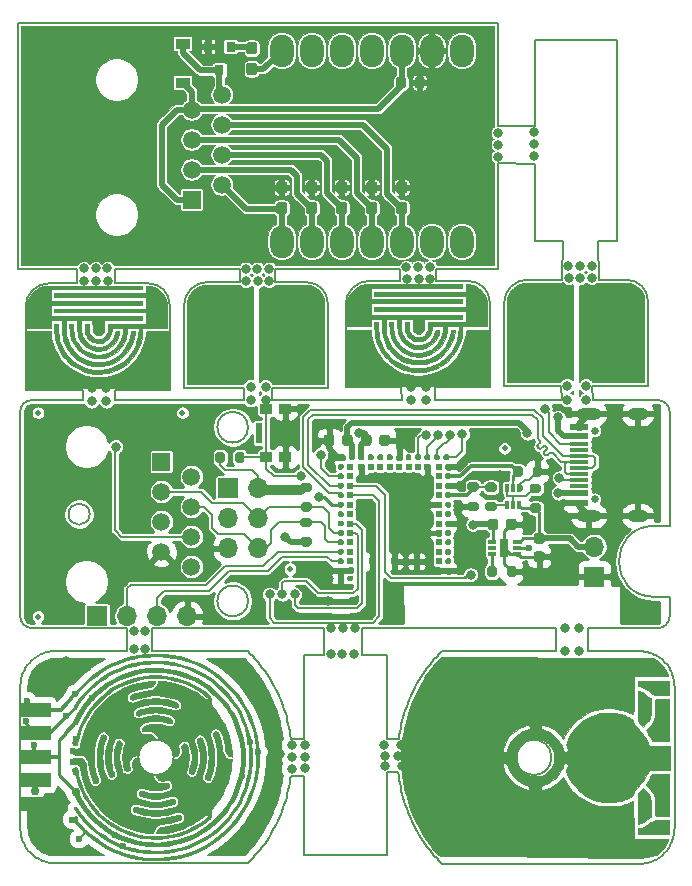
<source format=gbr>
%TF.GenerationSoftware,KiCad,Pcbnew,(5.1.10)-1*%
%TF.CreationDate,2021-10-07T11:19:02-05:00*%
%TF.ProjectId,BYTE_PANELkicad_pcb,42595445-5f50-4414-9e45-4c6b69636164,v2.2*%
%TF.SameCoordinates,Original*%
%TF.FileFunction,Copper,L1,Top*%
%TF.FilePolarity,Positive*%
%FSLAX46Y46*%
G04 Gerber Fmt 4.6, Leading zero omitted, Abs format (unit mm)*
G04 Created by KiCad (PCBNEW (5.1.10)-1) date 2021-10-07 11:19:02*
%MOMM*%
%LPD*%
G01*
G04 APERTURE LIST*
%TA.AperFunction,Profile*%
%ADD10C,0.200000*%
%TD*%
%TA.AperFunction,EtchedComponent*%
%ADD11C,0.010000*%
%TD*%
%TA.AperFunction,ComponentPad*%
%ADD12C,1.000000*%
%TD*%
%TA.AperFunction,SMDPad,CuDef*%
%ADD13C,0.100000*%
%TD*%
%TA.AperFunction,SMDPad,CuDef*%
%ADD14C,0.500000*%
%TD*%
%TA.AperFunction,ComponentPad*%
%ADD15O,1.700000X1.700000*%
%TD*%
%TA.AperFunction,ComponentPad*%
%ADD16R,1.700000X1.700000*%
%TD*%
%TA.AperFunction,SMDPad,CuDef*%
%ADD17R,0.550000X1.700000*%
%TD*%
%TA.AperFunction,SMDPad,CuDef*%
%ADD18R,1.000000X0.900000*%
%TD*%
%TA.AperFunction,SMDPad,CuDef*%
%ADD19R,0.400000X0.700000*%
%TD*%
%TA.AperFunction,SMDPad,CuDef*%
%ADD20R,1.650000X0.300000*%
%TD*%
%TA.AperFunction,SMDPad,CuDef*%
%ADD21R,1.650000X0.600000*%
%TD*%
%TA.AperFunction,ComponentPad*%
%ADD22C,0.650000*%
%TD*%
%TA.AperFunction,ComponentPad*%
%ADD23O,1.800000X1.000000*%
%TD*%
%TA.AperFunction,ComponentPad*%
%ADD24O,2.100000X1.000000*%
%TD*%
%TA.AperFunction,SMDPad,CuDef*%
%ADD25R,0.500000X0.500000*%
%TD*%
%TA.AperFunction,SMDPad,CuDef*%
%ADD26R,0.650000X1.650000*%
%TD*%
%TA.AperFunction,SMDPad,CuDef*%
%ADD27R,0.700000X0.300000*%
%TD*%
%TA.AperFunction,ComponentPad*%
%ADD28C,1.500000*%
%TD*%
%TA.AperFunction,ComponentPad*%
%ADD29R,1.500000X1.500000*%
%TD*%
%TA.AperFunction,SMDPad,CuDef*%
%ADD30R,2.700000X1.200000*%
%TD*%
%TA.AperFunction,ComponentPad*%
%ADD31O,1.998980X2.748280*%
%TD*%
%TA.AperFunction,SMDPad,CuDef*%
%ADD32R,0.800000X0.900000*%
%TD*%
%TA.AperFunction,SMDPad,CuDef*%
%ADD33R,1.200000X0.900000*%
%TD*%
%TA.AperFunction,ViaPad*%
%ADD34C,0.800000*%
%TD*%
%TA.AperFunction,ViaPad*%
%ADD35C,0.600000*%
%TD*%
%TA.AperFunction,ViaPad*%
%ADD36C,1.500000*%
%TD*%
%TA.AperFunction,ViaPad*%
%ADD37C,0.750000*%
%TD*%
%TA.AperFunction,Conductor*%
%ADD38C,0.250000*%
%TD*%
%TA.AperFunction,Conductor*%
%ADD39C,0.200000*%
%TD*%
%TA.AperFunction,Conductor*%
%ADD40C,0.500000*%
%TD*%
%TA.AperFunction,Conductor*%
%ADD41C,0.300000*%
%TD*%
%TA.AperFunction,Conductor*%
%ADD42C,0.150000*%
%TD*%
%TA.AperFunction,Conductor*%
%ADD43C,0.254000*%
%TD*%
%TA.AperFunction,Conductor*%
%ADD44C,0.100000*%
%TD*%
%TA.AperFunction,NonConductor*%
%ADD45C,0.150000*%
%TD*%
%TA.AperFunction,NonConductor*%
%ADD46C,0.100000*%
%TD*%
%TA.AperFunction,Conductor*%
%ADD47C,0.025500*%
%TD*%
%TA.AperFunction,NonConductor*%
%ADD48C,0.025500*%
%TD*%
G04 APERTURE END LIST*
D10*
X168690379Y-96462228D02*
X169130379Y-96462228D01*
X148898100Y-64072180D02*
X148888100Y-65112180D01*
X151918100Y-64072180D02*
X151938100Y-65112180D01*
X145638100Y-94510004D02*
X145638100Y-96762180D01*
X142458100Y-96762180D02*
X142458100Y-94510004D01*
X145638100Y-96762180D02*
X147788100Y-96762180D01*
X162068100Y-94510004D02*
X145638100Y-94510004D01*
X147788100Y-96762180D02*
X147788100Y-103892180D01*
X140778100Y-103872180D02*
X140798100Y-96762180D01*
X157156100Y-55162180D02*
X160298100Y-55182180D01*
X160298100Y-51992180D02*
X157158100Y-51992180D01*
X160298100Y-61762180D02*
X160298100Y-55182180D01*
X157156100Y-43242180D02*
X157158100Y-51992180D01*
X162658100Y-61762180D02*
X162578100Y-65012180D01*
X165708100Y-65012180D02*
X165648100Y-61762180D01*
X167298100Y-61762180D02*
X165648100Y-61762180D01*
X168087294Y-65021970D02*
X165708100Y-65012180D01*
X154687294Y-65121970D02*
X151938100Y-65112180D01*
X157156100Y-64070180D02*
X151918100Y-64072180D01*
X162658100Y-61762180D02*
X160298100Y-61762180D01*
X160298100Y-51992180D02*
X160298100Y-44762180D01*
X160298100Y-44762180D02*
X167298100Y-44762180D01*
X167298100Y-44762180D02*
X167298100Y-61762180D01*
X147798100Y-106722180D02*
X147798100Y-113762180D01*
X140798100Y-96762180D02*
X142458100Y-96762180D01*
X140798100Y-113762180D02*
X140798100Y-107012180D01*
X147798100Y-113762180D02*
X140798100Y-113762180D01*
X138338100Y-65222180D02*
X138338100Y-64072180D01*
X135318100Y-64070180D02*
X135318100Y-65212180D01*
X135318100Y-65212180D02*
X132588100Y-65212180D01*
X148898100Y-64072180D02*
X138338100Y-64072180D01*
X124748100Y-64070180D02*
X124738100Y-65322180D01*
X121508100Y-65312180D02*
X121528100Y-64070180D01*
X135318100Y-64070180D02*
X124748100Y-64070180D01*
X127587294Y-65321970D02*
X124738100Y-65322180D01*
X162558100Y-74012180D02*
X162588100Y-75210004D01*
X165188100Y-75202180D02*
X165178100Y-74002180D01*
X165178100Y-74002180D02*
X169888100Y-74012180D01*
X165190000Y-75200004D02*
X170720000Y-75210004D01*
X151848100Y-74112180D02*
X151828100Y-75210004D01*
X149018100Y-75210004D02*
X149008100Y-74112180D01*
X151828100Y-75210004D02*
X162588100Y-75210004D01*
X151848100Y-74112180D02*
X156488100Y-74112180D01*
X138088100Y-74212180D02*
X138078100Y-75210004D01*
X135658100Y-74212180D02*
X135678100Y-75210004D01*
X138078100Y-75210004D02*
X149018100Y-75210004D01*
X130588100Y-74212180D02*
X135658100Y-74212180D01*
X122048100Y-75210004D02*
X122038100Y-74312180D01*
X124798100Y-75210004D02*
X124778100Y-74312180D01*
X124798100Y-75210004D02*
X135678100Y-75210004D01*
X124778100Y-74312180D02*
X129388100Y-74312180D01*
X169888100Y-74012180D02*
X169878310Y-66814500D01*
X157688100Y-74012180D02*
X157688100Y-67012180D01*
X157688100Y-74012180D02*
X162558100Y-74012180D01*
X157688100Y-67012180D02*
G75*
G02*
X159688100Y-65012180I2000000J0D01*
G01*
X168087294Y-65021969D02*
G75*
G02*
X169878309Y-66814499I806J-1790211D01*
G01*
X162578100Y-65012180D02*
X159688100Y-65012180D01*
X144288100Y-74112180D02*
X149008100Y-74112180D01*
X154687294Y-65121969D02*
G75*
G02*
X156478309Y-66914499I806J-1790211D01*
G01*
X156488100Y-74112180D02*
X156478310Y-66914500D01*
X148888100Y-65112180D02*
X146288100Y-65112180D01*
X144288100Y-67112180D02*
G75*
G02*
X146288100Y-65112180I2000000J0D01*
G01*
X144288100Y-74112180D02*
X144288100Y-67112180D01*
X138088100Y-74212180D02*
X142788100Y-74212180D01*
X140987294Y-65221969D02*
G75*
G02*
X142778309Y-67014499I806J-1790211D01*
G01*
X142788100Y-74212180D02*
X142778310Y-67014500D01*
X140985780Y-65221970D02*
X138338100Y-65222180D01*
X130588100Y-67212180D02*
G75*
G02*
X132588100Y-65212180I2000000J0D01*
G01*
X130588100Y-74212180D02*
X130588100Y-67212180D01*
X162068100Y-94510004D02*
X162068100Y-96462228D01*
X164768100Y-94510004D02*
X164768100Y-96462228D01*
X142458100Y-94510004D02*
X127868100Y-94510004D01*
X162068100Y-96462228D02*
X152439691Y-96462228D01*
X125768100Y-94510004D02*
X125768100Y-96442180D01*
X127868100Y-96442180D02*
X127868100Y-94510004D01*
X170720000Y-94510004D02*
X164768100Y-94510004D01*
X135996509Y-96442180D02*
X127868100Y-96442180D01*
X121508100Y-65312180D02*
X119188100Y-65312180D01*
X117188100Y-74312180D02*
X122038100Y-74312180D01*
X129388100Y-74312180D02*
X129378310Y-67114500D01*
X117188100Y-67312180D02*
G75*
G02*
X119188100Y-65312180I2000000J0D01*
G01*
X127587294Y-65321969D02*
G75*
G02*
X129378309Y-67114499I806J-1790211D01*
G01*
X117188100Y-74312180D02*
X117188100Y-67312180D01*
X149664215Y-100587209D02*
X149547799Y-100875525D01*
X149788569Y-100301830D02*
X149664215Y-100587209D01*
X151018880Y-98140002D02*
X150841610Y-98397203D01*
X148785800Y-103890832D02*
X147788100Y-103892180D01*
X147798100Y-106722180D02*
X148751404Y-106721733D01*
X149338778Y-101460413D02*
X149243528Y-101756746D01*
X150669631Y-98658399D02*
X150505589Y-98923432D01*
X148830779Y-103580469D02*
X148785800Y-103890832D01*
X151791463Y-97153663D02*
X151587734Y-97393613D01*
X148785800Y-107033576D02*
X148830779Y-107343939D01*
X149547799Y-100875525D02*
X149439320Y-101166646D01*
X150505589Y-98923432D02*
X150349485Y-99192195D01*
X149076841Y-102356449D02*
X149002758Y-102659582D01*
X149243528Y-101756746D02*
X149156216Y-102055460D01*
X151391942Y-97638088D02*
X151201443Y-97886928D01*
X168690379Y-96462228D02*
X164768100Y-96462228D01*
X169426712Y-96476886D02*
X169278545Y-96465906D01*
X151587734Y-97393613D02*
X151391942Y-97638088D01*
X152439691Y-96462228D02*
X152217441Y-96687838D01*
X149664215Y-110337199D02*
X149788569Y-110622578D01*
X149918215Y-110904914D02*
X150053152Y-111184049D01*
X149076841Y-108567959D02*
X149156216Y-108868948D01*
X149243528Y-109167662D02*
X149338778Y-109463995D01*
X149156216Y-108868948D02*
X149243528Y-109167662D01*
X149002758Y-108264826D02*
X149076841Y-108567959D01*
X150198673Y-111459851D02*
X150349485Y-111732213D01*
X149788569Y-110622578D02*
X149918215Y-110904914D01*
X170000857Y-114332508D02*
X170141086Y-114286523D01*
X148936612Y-102964707D02*
X148881050Y-103271716D01*
X169717753Y-114404025D02*
X169860628Y-114371719D01*
X170670252Y-114036598D02*
X170794606Y-113958149D01*
X149439320Y-109757762D02*
X149547799Y-110048883D01*
X149547799Y-110048883D02*
X149664215Y-110337199D01*
X170410961Y-114174552D02*
X170540606Y-114108776D01*
X169572233Y-114429319D02*
X169717753Y-114404025D01*
X149338778Y-109463995D02*
X149439320Y-109757762D01*
X170913668Y-113873536D02*
X171030085Y-113782810D01*
X169278545Y-114458502D02*
X169426712Y-114447522D01*
X148881050Y-107652692D02*
X148936612Y-107959701D01*
X150053152Y-111184049D02*
X150198673Y-111459851D01*
X172038146Y-112193460D02*
X172069896Y-112050188D01*
X148936612Y-107959701D02*
X149002758Y-108264826D01*
X149918215Y-100019494D02*
X149788569Y-100301830D01*
X170141086Y-96637885D02*
X170000857Y-96591900D01*
X152000483Y-96918369D02*
X151791463Y-97153663D01*
X148881050Y-103271716D02*
X148830779Y-103580469D01*
X150198673Y-99464557D02*
X150053152Y-99740359D01*
X169278545Y-96465906D02*
X169130379Y-96462228D01*
X152217441Y-96687838D02*
X152000483Y-96918369D01*
X172038146Y-98730948D02*
X171998459Y-98589713D01*
X150841610Y-98397203D02*
X150669631Y-98658399D01*
X171900563Y-98314150D02*
X171842355Y-98180351D01*
X151201443Y-97886928D02*
X151018880Y-98140002D01*
X150053152Y-99740359D02*
X149918215Y-100019494D01*
X148751404Y-106721733D02*
X148785800Y-107033576D01*
X149002758Y-102659582D02*
X148936612Y-102964707D01*
X149439320Y-101166646D02*
X149338778Y-101460413D01*
X150349485Y-99192195D02*
X150198673Y-99464557D01*
X170276023Y-96690563D02*
X170141086Y-96637885D01*
X148830779Y-107343939D02*
X148881050Y-107652692D01*
X149156216Y-102055460D02*
X149076841Y-102356449D01*
X172125459Y-99313454D02*
X172114875Y-99165711D01*
X170141086Y-114286523D02*
X170276023Y-114233845D01*
X152000483Y-114006039D02*
X152217441Y-114236570D01*
X151587734Y-113530795D02*
X151791463Y-113770745D01*
X151018880Y-112784406D02*
X151201443Y-113037480D01*
X171625397Y-113126591D02*
X171704772Y-113002476D01*
X171998459Y-112334695D02*
X172038146Y-112193460D01*
X171842355Y-112744057D02*
X171900563Y-112610258D01*
X150841610Y-112527205D02*
X151018880Y-112784406D01*
X150349485Y-111732213D02*
X150505589Y-112000976D01*
X169426712Y-114447522D02*
X169572233Y-114429319D01*
X170540606Y-114108776D02*
X170670252Y-114036598D01*
X150505589Y-112000976D02*
X150669631Y-112266009D01*
X172125459Y-111610954D02*
X172128104Y-111462206D01*
X161707278Y-105453754D02*
G75*
G03*
X161707278Y-105453754I-1500000J0D01*
G01*
X152217441Y-114236570D02*
X152439691Y-114462180D01*
X172096354Y-111905197D02*
X172114875Y-111758697D01*
X171030085Y-113782810D02*
X171143856Y-113686105D01*
X172069896Y-112050188D02*
X172096354Y-111905197D01*
X171540730Y-113247003D02*
X171625397Y-113126591D01*
X150669631Y-112266009D02*
X150841610Y-112527205D01*
X172114875Y-111758697D02*
X172125459Y-111610954D01*
X171776209Y-112874867D02*
X171842355Y-112744057D01*
X170276023Y-114233845D02*
X170410961Y-114174552D01*
X170670252Y-96887810D02*
X170540606Y-96815632D01*
X169572233Y-96495089D02*
X169426712Y-96476886D01*
X172128104Y-99462202D02*
X172125459Y-99313454D01*
X170410961Y-96749856D02*
X170276023Y-96690563D01*
X171450772Y-97560935D02*
X171352876Y-97448699D01*
X171704772Y-97921932D02*
X171625397Y-97797817D01*
X170913668Y-97050872D02*
X170794606Y-96966259D01*
X170000857Y-96591900D02*
X169860628Y-96552689D01*
X172114875Y-99165711D02*
X172096354Y-99019211D01*
X171625397Y-97797817D02*
X171540730Y-97677405D01*
X169717753Y-96520383D02*
X169572233Y-96495089D01*
X169130379Y-114462180D02*
X169278545Y-114458502D01*
X151391942Y-113286320D02*
X151587734Y-113530795D01*
X169860628Y-114371719D02*
X170000857Y-114332508D01*
X151791463Y-113770745D02*
X152000483Y-114006039D01*
X171900563Y-112610258D02*
X171953480Y-112473706D01*
X171450772Y-113363473D02*
X171540730Y-113247003D01*
X171143856Y-113686105D02*
X171249689Y-113583525D01*
X171953480Y-112473706D02*
X171998459Y-112334695D01*
X151201443Y-113037480D02*
X151391942Y-113286320D01*
X171352876Y-113475709D02*
X171450772Y-113363473D01*
X152439691Y-114462180D02*
X169130379Y-114462180D01*
X170794606Y-113958149D02*
X170913668Y-113873536D01*
X171704772Y-113002476D02*
X171776209Y-112874867D01*
X171249689Y-113583525D02*
X171352876Y-113475709D01*
X171842355Y-98180351D02*
X171776209Y-98049541D01*
X171143856Y-97238303D02*
X171030085Y-97141598D01*
X169860628Y-96552689D02*
X169717753Y-96520383D01*
X171776209Y-98049541D02*
X171704772Y-97921932D01*
X170794606Y-96966259D02*
X170670252Y-96887810D01*
X172069896Y-98874220D02*
X172038146Y-98730948D01*
X172128104Y-111462206D02*
X172128104Y-99462202D01*
X171352876Y-97448699D02*
X171249689Y-97340883D01*
X171249689Y-97340883D02*
X171143856Y-97238303D01*
X171030085Y-97141598D02*
X170913668Y-97050872D01*
X172096354Y-99019211D02*
X172069896Y-98874220D01*
X170540606Y-96815632D02*
X170410961Y-96749856D01*
X171998459Y-98589713D02*
X171953480Y-98450702D01*
X171540730Y-97677405D02*
X171450772Y-97560935D01*
X171953480Y-98450702D02*
X171900563Y-98314150D01*
X117720000Y-94510004D02*
G75*
G02*
X116720000Y-93510004I0J1000000D01*
G01*
X170720000Y-75210004D02*
G75*
G02*
X171720000Y-76210004I0J-1000000D01*
G01*
X170420000Y-91860004D02*
X171720000Y-91860004D01*
X125768100Y-94510004D02*
X117720000Y-94510004D01*
X116720000Y-76210004D02*
G75*
G02*
X117720000Y-75210004I1000000J0D01*
G01*
X122620000Y-84860004D02*
G75*
G03*
X122620000Y-84860004I-900000J0D01*
G01*
X136020001Y-77510004D02*
G75*
G03*
X136020001Y-77510004I-1300001J0D01*
G01*
X170420000Y-91860004D02*
G75*
G02*
X170420000Y-85860004I0J3000000D01*
G01*
X136020001Y-92210004D02*
G75*
G03*
X136020001Y-92210004I-1300001J0D01*
G01*
X171720000Y-91860004D02*
X171720000Y-93510004D01*
X171720000Y-93510004D02*
G75*
G02*
X170720000Y-94510004I-1000000J0D01*
G01*
X116720000Y-93510004D02*
X116720000Y-76210004D01*
X171720000Y-85860004D02*
X170420000Y-85860004D01*
X117720000Y-75210004D02*
X122048100Y-75210004D01*
X171720000Y-76210004D02*
X171720000Y-85860004D01*
X116748096Y-99442154D02*
X116748096Y-111442158D01*
X116806304Y-112030140D02*
X116838054Y-112173412D01*
X118081594Y-113938101D02*
X118205948Y-114016550D01*
X119015572Y-114351671D02*
X119158447Y-114383977D01*
X117099991Y-112854819D02*
X117171428Y-112982428D01*
X117732344Y-113666057D02*
X117846115Y-113762762D01*
X117033845Y-112724009D02*
X117099991Y-112854819D01*
X117962532Y-113853488D02*
X118081594Y-113938101D01*
X116761325Y-111738649D02*
X116779846Y-111885149D01*
X117250803Y-113106543D02*
X117335470Y-113226955D01*
X119158447Y-114383977D02*
X119303967Y-114409271D01*
X118205948Y-114016550D02*
X118335594Y-114088728D01*
X117171428Y-112982428D02*
X117250803Y-113106543D01*
X118875343Y-114312460D02*
X119015572Y-114351671D01*
X117425428Y-113343425D02*
X117523324Y-113455661D01*
X118465239Y-114154504D02*
X118600177Y-114213797D01*
X116748096Y-111442158D02*
X116750741Y-111590906D01*
X119303967Y-114409271D02*
X119449488Y-114427474D01*
X116922720Y-112453658D02*
X116975637Y-112590210D01*
X117335470Y-113226955D02*
X117425428Y-113343425D01*
X116877741Y-112314647D02*
X116922720Y-112453658D01*
X118335594Y-114088728D02*
X118465239Y-114154504D01*
X116779846Y-111885149D02*
X116806304Y-112030140D01*
X117846115Y-113762762D02*
X117962532Y-113853488D01*
X117626511Y-113563477D02*
X117732344Y-113666057D01*
X117523324Y-113455661D02*
X117626511Y-113563477D01*
X116750741Y-111590906D02*
X116761325Y-111738649D01*
X116975637Y-112590210D02*
X117033845Y-112724009D01*
X118735114Y-114266475D02*
X118875343Y-114312460D01*
X116838054Y-112173412D02*
X116877741Y-112314647D01*
X118600177Y-114213797D02*
X118735114Y-114266475D01*
X119597655Y-114438454D02*
X119745821Y-114442132D01*
X139555150Y-107632644D02*
X139605421Y-107323891D01*
X136218759Y-114216522D02*
X136435717Y-113985991D01*
X136435717Y-113985991D02*
X136644737Y-113750697D01*
X137234757Y-113017432D02*
X137417320Y-112764358D01*
X137594590Y-112507157D02*
X137766569Y-112245961D01*
X138086715Y-111712165D02*
X138237527Y-111439803D01*
X138237527Y-111439803D02*
X138383048Y-111164001D01*
X138517985Y-110884866D02*
X138647631Y-110602530D01*
X139279984Y-108848900D02*
X139359359Y-108547911D01*
X138996880Y-109737714D02*
X139097422Y-109443947D01*
X139433442Y-108244778D02*
X139499588Y-107939653D01*
X139605421Y-103560421D02*
X139555150Y-103251668D01*
X140778100Y-103872180D02*
X139650400Y-103870784D01*
X138383048Y-111164001D02*
X138517985Y-110884866D01*
X139097422Y-109443947D02*
X139192672Y-109147614D01*
X139650400Y-107013528D02*
X140798100Y-107012180D01*
X139359359Y-108547911D02*
X139433442Y-108244778D01*
X135996509Y-114442132D02*
X136218759Y-114216522D01*
X136644737Y-113750697D02*
X136848466Y-113510747D01*
X136848466Y-113510747D02*
X137044258Y-113266272D01*
X137417320Y-112764358D02*
X137594590Y-112507157D01*
X138647631Y-110602530D02*
X138771985Y-110317151D01*
X138771985Y-110317151D02*
X138888401Y-110028835D01*
X119449488Y-114427474D02*
X119597655Y-114438454D01*
X119745821Y-114442132D02*
X135996509Y-114442132D01*
X137044258Y-113266272D02*
X137234757Y-113017432D01*
X137930611Y-111980928D02*
X138086715Y-111712165D01*
X139192672Y-109147614D02*
X139279984Y-108848900D01*
X139650400Y-103870784D02*
X139605421Y-103560421D01*
X138888401Y-110028835D02*
X138996880Y-109737714D01*
X139605421Y-107323891D02*
X139650400Y-107013528D01*
X137766569Y-112245961D02*
X137930611Y-111980928D01*
X139499588Y-107939653D02*
X139555150Y-107632644D01*
X139279984Y-102035412D02*
X139192672Y-101736698D01*
X138647631Y-100281782D02*
X138517985Y-99999446D01*
X138237527Y-99444509D02*
X138086715Y-99172147D01*
X139555150Y-103251668D02*
X139499588Y-102944659D01*
X139499588Y-102944659D02*
X139433442Y-102639534D01*
X139433442Y-102639534D02*
X139359359Y-102336401D01*
X138996880Y-101146598D02*
X138888401Y-100855477D01*
X138771985Y-100567161D02*
X138647631Y-100281782D01*
X139192672Y-101736698D02*
X139097422Y-101440365D01*
X139359359Y-102336401D02*
X139279984Y-102035412D01*
X139097422Y-101440365D02*
X138996880Y-101146598D01*
X138888401Y-100855477D02*
X138771985Y-100567161D01*
X138383048Y-99720311D02*
X138237527Y-99444509D01*
X138517985Y-99999446D02*
X138383048Y-99720311D01*
X116838054Y-98710900D02*
X116806304Y-98854172D01*
X119597655Y-96445858D02*
X119449488Y-96456838D01*
X117962532Y-97030824D02*
X117846115Y-97121550D01*
X119303967Y-96475041D02*
X119158447Y-96500335D01*
X118465239Y-96729808D02*
X118335594Y-96795584D01*
X118205948Y-96867762D02*
X118081594Y-96946211D01*
X119158447Y-96500335D02*
X119015572Y-96532641D01*
X118875343Y-96571852D02*
X118735114Y-96617837D01*
X116806304Y-98854172D02*
X116779846Y-98999163D01*
X138086715Y-99172147D02*
X137930611Y-98903384D01*
X136218759Y-96667790D02*
X135996509Y-96442180D01*
X137930611Y-98903384D02*
X137766569Y-98638351D01*
X137766569Y-98638351D02*
X137594590Y-98377155D01*
X118600177Y-96670515D02*
X118465239Y-96729808D01*
X137594590Y-98377155D02*
X137417320Y-98119954D01*
X137417320Y-98119954D02*
X137234757Y-97866880D01*
X116750741Y-99293406D02*
X116748096Y-99442154D01*
X136848466Y-97373565D02*
X136644737Y-97133615D01*
X117335470Y-97657357D02*
X117250803Y-97777769D01*
X117250803Y-97777769D02*
X117171428Y-97901884D01*
X117099991Y-98029493D02*
X117033845Y-98160303D01*
X116761325Y-99145663D02*
X116750741Y-99293406D01*
X136435717Y-96898321D02*
X136218759Y-96667790D01*
X118735114Y-96617837D02*
X118600177Y-96670515D01*
X118335594Y-96795584D02*
X118205948Y-96867762D01*
X117846115Y-97121550D02*
X117732344Y-97218255D01*
X116779846Y-98999163D02*
X116761325Y-99145663D01*
X129728922Y-105450606D02*
G75*
G03*
X129728922Y-105450606I-1500000J0D01*
G01*
X119449488Y-96456838D02*
X119303967Y-96475041D01*
X117033845Y-98160303D02*
X116975637Y-98294102D01*
X116877741Y-98569665D02*
X116838054Y-98710900D01*
X117732344Y-97218255D02*
X117626511Y-97320835D01*
X117523324Y-97428651D02*
X117425428Y-97540887D01*
X117425428Y-97540887D02*
X117335470Y-97657357D01*
X116975637Y-98294102D02*
X116922720Y-98430654D01*
X116922720Y-98430654D02*
X116877741Y-98569665D01*
X137234757Y-97866880D02*
X137044258Y-97618040D01*
X117171428Y-97901884D02*
X117099991Y-98029493D01*
X137044258Y-97618040D02*
X136848466Y-97373565D01*
X136644737Y-97133615D02*
X136435717Y-96898321D01*
X117626511Y-97320835D02*
X117523324Y-97428651D01*
X118081594Y-96946211D02*
X117962532Y-97030824D01*
X125768100Y-96442180D02*
X119745821Y-96442180D01*
X119015572Y-96532641D02*
X118875343Y-96571852D01*
X119745821Y-96442180D02*
X119597655Y-96445858D01*
X116516100Y-43242180D02*
X157156100Y-43242180D01*
X116516100Y-64070180D02*
X116516100Y-43242180D01*
X121528100Y-64070180D02*
X116516100Y-64070180D01*
X157156100Y-55162180D02*
X157156100Y-64070180D01*
D11*
%TO.C,J1*%
G36*
X154165934Y-65697514D02*
G01*
X146567100Y-65697514D01*
X146511220Y-65698360D01*
X146470580Y-65698360D01*
X146396920Y-65698360D01*
X146396920Y-65799960D01*
X146396920Y-65838060D01*
X146397767Y-65866847D01*
X146397767Y-66501847D01*
X146399460Y-66582280D01*
X146399460Y-66630540D01*
X146402000Y-66671180D01*
X146465500Y-66671180D01*
X146513760Y-66671180D01*
X146567100Y-66671180D01*
X154165934Y-66671180D01*
X154165934Y-66988680D01*
X146567100Y-66988680D01*
X146396920Y-66988680D01*
X146397767Y-67179180D01*
X146397767Y-67811625D01*
X146396920Y-67923400D01*
X146396920Y-67961500D01*
X146445180Y-67961500D01*
X146490900Y-67961500D01*
X146526460Y-67961500D01*
X146569782Y-67962347D01*
X154165934Y-67962347D01*
X154165934Y-68301014D01*
X151099322Y-68301014D01*
X151012100Y-68301860D01*
X150930820Y-68301860D01*
X150930820Y-68337420D01*
X150930820Y-68378060D01*
X150930820Y-68413620D01*
X150931955Y-68472633D01*
X150924403Y-68869913D01*
X150921590Y-69008933D01*
X150918571Y-69112549D01*
X150914402Y-69187683D01*
X150908140Y-69241258D01*
X150898843Y-69280197D01*
X150885568Y-69311422D01*
X150867372Y-69341855D01*
X150858234Y-69355767D01*
X150763296Y-69466018D01*
X150651056Y-69541798D01*
X150527863Y-69582199D01*
X150400068Y-69586316D01*
X150274021Y-69553243D01*
X150156072Y-69482074D01*
X150130140Y-69459654D01*
X150080373Y-69412209D01*
X150042716Y-69369345D01*
X150015198Y-69324087D01*
X149995849Y-69269460D01*
X149982696Y-69198488D01*
X149973768Y-69104196D01*
X149967095Y-68979607D01*
X149962558Y-68866635D01*
X149947532Y-68472531D01*
X149945300Y-68423780D01*
X149945300Y-68322180D01*
X149945300Y-68301860D01*
X149781878Y-68301014D01*
X149170600Y-68301014D01*
X148980100Y-68301860D01*
X148982058Y-68470347D01*
X148993142Y-68909555D01*
X148998229Y-69085186D01*
X149004345Y-69225594D01*
X149012588Y-69337890D01*
X149024051Y-69429186D01*
X149039830Y-69506592D01*
X149061021Y-69577218D01*
X149088717Y-69648177D01*
X149116483Y-69710367D01*
X149225753Y-69902674D01*
X149368068Y-70084704D01*
X149534143Y-70246229D01*
X149714688Y-70377024D01*
X149730539Y-70386476D01*
X149905418Y-70467485D01*
X150104890Y-70523343D01*
X150318924Y-70553257D01*
X150537489Y-70556432D01*
X150750555Y-70532076D01*
X150940295Y-70482167D01*
X151149244Y-70386841D01*
X151340926Y-70255998D01*
X151511515Y-70094264D01*
X151657188Y-69906265D01*
X151774119Y-69696626D01*
X151858484Y-69469973D01*
X151891016Y-69332382D01*
X151905811Y-69253514D01*
X152224054Y-69253514D01*
X152209497Y-69364639D01*
X152186647Y-69479064D01*
X152147591Y-69614436D01*
X152097738Y-69755302D01*
X152042499Y-69886211D01*
X151993729Y-69980904D01*
X151834452Y-70213857D01*
X151647767Y-70415670D01*
X151435702Y-70584682D01*
X151200285Y-70719228D01*
X150991561Y-70802566D01*
X150899619Y-70831175D01*
X150819812Y-70850961D01*
X150738974Y-70863966D01*
X150643935Y-70872232D01*
X150521528Y-70877800D01*
X150502003Y-70878463D01*
X150373729Y-70881552D01*
X150275254Y-70880456D01*
X150194166Y-70874230D01*
X150118057Y-70861933D01*
X150036336Y-70843081D01*
X149785318Y-70759281D01*
X149549094Y-70640223D01*
X149332304Y-70489865D01*
X149139586Y-70312164D01*
X148975579Y-70111077D01*
X148844921Y-69890561D01*
X148798739Y-69787280D01*
X148761467Y-69691213D01*
X148732569Y-69605025D01*
X148710817Y-69520746D01*
X148694979Y-69430408D01*
X148683826Y-69326042D01*
X148676128Y-69199680D01*
X148670655Y-69043354D01*
X148668137Y-68941305D01*
X148657547Y-68470347D01*
X148654980Y-68301860D01*
X148472100Y-68301014D01*
X147858267Y-68301014D01*
X147684700Y-68301860D01*
X147683429Y-68470347D01*
X147695104Y-68994222D01*
X147701135Y-69206213D01*
X147708980Y-69378690D01*
X147718827Y-69514443D01*
X147730862Y-69616259D01*
X147740104Y-69666264D01*
X147835347Y-70003969D01*
X147963116Y-70314968D01*
X148123259Y-70598918D01*
X148187493Y-70692629D01*
X148274330Y-70802905D01*
X148384619Y-70927650D01*
X148508014Y-71056330D01*
X148634172Y-71178411D01*
X148752748Y-71283362D01*
X148820339Y-71337018D01*
X149098611Y-71518516D01*
X149396576Y-71663311D01*
X149710240Y-71769755D01*
X150027850Y-71835109D01*
X150159916Y-71848045D01*
X150319434Y-71854669D01*
X150492019Y-71855139D01*
X150663288Y-71849613D01*
X150818856Y-71838246D01*
X150920483Y-71825357D01*
X151231813Y-71753895D01*
X151531233Y-71644150D01*
X151815651Y-71499208D01*
X152081973Y-71322154D01*
X152327106Y-71116072D01*
X152547958Y-70884049D01*
X152741436Y-70629168D01*
X152904446Y-70354516D01*
X153033897Y-70063178D01*
X153126694Y-69758238D01*
X153160091Y-69591353D01*
X153175840Y-69495325D01*
X153190230Y-69407479D01*
X153201024Y-69341484D01*
X153204152Y-69322305D01*
X153215352Y-69253514D01*
X153535811Y-69253514D01*
X153521349Y-69375222D01*
X153460326Y-69741779D01*
X153366662Y-70082786D01*
X153238868Y-70401361D01*
X153075454Y-70700621D01*
X152874931Y-70983682D01*
X152635808Y-71253661D01*
X152612024Y-71277744D01*
X152344197Y-71520841D01*
X152063370Y-71724663D01*
X151766434Y-71891099D01*
X151450275Y-72022036D01*
X151311748Y-72066679D01*
X151093146Y-72119979D01*
X150852673Y-72158419D01*
X150602735Y-72181201D01*
X150355741Y-72187526D01*
X150124102Y-72176594D01*
X149953767Y-72154094D01*
X149600905Y-72069045D01*
X149255281Y-71944024D01*
X148922673Y-71781368D01*
X148704934Y-71649171D01*
X148575996Y-71554102D01*
X148433853Y-71432362D01*
X148287699Y-71293202D01*
X148146731Y-71145870D01*
X148020144Y-70999617D01*
X147917134Y-70863692D01*
X147902454Y-70842013D01*
X147733620Y-70562311D01*
X147596285Y-70281038D01*
X147492934Y-70004010D01*
X147426056Y-69737040D01*
X147423306Y-69721745D01*
X147412840Y-69645367D01*
X147401710Y-69535218D01*
X147390459Y-69399840D01*
X147379632Y-69247780D01*
X147369773Y-69087580D01*
X147361427Y-68927785D01*
X147355138Y-68776939D01*
X147351451Y-68643587D01*
X147350736Y-68582750D01*
X147350267Y-68472902D01*
X147348100Y-68412180D01*
X147348100Y-68352180D01*
X147348100Y-68312180D01*
X147348100Y-68302180D01*
X147308100Y-68302180D01*
X147178378Y-68301014D01*
X146567100Y-68301014D01*
X146398100Y-68302180D01*
X146397767Y-68470347D01*
X146397767Y-68957180D01*
X144364920Y-68952779D01*
X144364920Y-67178502D01*
X144936853Y-67182903D01*
X144946363Y-67296474D01*
X144959780Y-67341844D01*
X145007191Y-67423243D01*
X145079124Y-67498741D01*
X145159276Y-67551238D01*
X145159517Y-67551346D01*
X145245983Y-67574304D01*
X145349970Y-67579842D01*
X145452251Y-67568426D01*
X145530264Y-67542337D01*
X145591178Y-67494735D01*
X145652790Y-67420581D01*
X145672809Y-67389815D01*
X145727077Y-67265461D01*
X145740673Y-67143791D01*
X145715173Y-67029978D01*
X145652154Y-66929193D01*
X145553193Y-66846607D01*
X145498184Y-66817143D01*
X145381183Y-66784168D01*
X145258812Y-66786195D01*
X145143288Y-66821527D01*
X145057497Y-66878362D01*
X144995334Y-66960022D01*
X144954148Y-67066144D01*
X144936853Y-67182903D01*
X144364920Y-67179629D01*
X144380160Y-66749920D01*
X144476680Y-66572120D01*
X144569355Y-66411185D01*
X144717683Y-66162473D01*
X144900387Y-65938256D01*
X144973896Y-65864300D01*
X145146794Y-65715074D01*
X145325349Y-65595702D01*
X145526316Y-65495185D01*
X145554690Y-65483043D01*
X145616335Y-65458264D01*
X145671694Y-65440027D01*
X145729910Y-65426829D01*
X145800127Y-65417165D01*
X145891490Y-65409530D01*
X146013143Y-65402420D01*
X146059100Y-65400053D01*
X146116885Y-65398197D01*
X146214651Y-65396381D01*
X146350046Y-65394617D01*
X146520718Y-65392915D01*
X146724315Y-65391285D01*
X146958484Y-65389739D01*
X147220875Y-65388287D01*
X147509134Y-65386938D01*
X147820909Y-65385704D01*
X148153848Y-65384595D01*
X148505600Y-65383622D01*
X148873811Y-65382795D01*
X149256131Y-65382124D01*
X149650206Y-65381620D01*
X150053686Y-65381294D01*
X150287142Y-65381192D01*
X154165934Y-65380014D01*
X154165934Y-65697514D01*
G37*
X154165934Y-65697514D02*
X146567100Y-65697514D01*
X146511220Y-65698360D01*
X146470580Y-65698360D01*
X146396920Y-65698360D01*
X146396920Y-65799960D01*
X146396920Y-65838060D01*
X146397767Y-65866847D01*
X146397767Y-66501847D01*
X146399460Y-66582280D01*
X146399460Y-66630540D01*
X146402000Y-66671180D01*
X146465500Y-66671180D01*
X146513760Y-66671180D01*
X146567100Y-66671180D01*
X154165934Y-66671180D01*
X154165934Y-66988680D01*
X146567100Y-66988680D01*
X146396920Y-66988680D01*
X146397767Y-67179180D01*
X146397767Y-67811625D01*
X146396920Y-67923400D01*
X146396920Y-67961500D01*
X146445180Y-67961500D01*
X146490900Y-67961500D01*
X146526460Y-67961500D01*
X146569782Y-67962347D01*
X154165934Y-67962347D01*
X154165934Y-68301014D01*
X151099322Y-68301014D01*
X151012100Y-68301860D01*
X150930820Y-68301860D01*
X150930820Y-68337420D01*
X150930820Y-68378060D01*
X150930820Y-68413620D01*
X150931955Y-68472633D01*
X150924403Y-68869913D01*
X150921590Y-69008933D01*
X150918571Y-69112549D01*
X150914402Y-69187683D01*
X150908140Y-69241258D01*
X150898843Y-69280197D01*
X150885568Y-69311422D01*
X150867372Y-69341855D01*
X150858234Y-69355767D01*
X150763296Y-69466018D01*
X150651056Y-69541798D01*
X150527863Y-69582199D01*
X150400068Y-69586316D01*
X150274021Y-69553243D01*
X150156072Y-69482074D01*
X150130140Y-69459654D01*
X150080373Y-69412209D01*
X150042716Y-69369345D01*
X150015198Y-69324087D01*
X149995849Y-69269460D01*
X149982696Y-69198488D01*
X149973768Y-69104196D01*
X149967095Y-68979607D01*
X149962558Y-68866635D01*
X149947532Y-68472531D01*
X149945300Y-68423780D01*
X149945300Y-68322180D01*
X149945300Y-68301860D01*
X149781878Y-68301014D01*
X149170600Y-68301014D01*
X148980100Y-68301860D01*
X148982058Y-68470347D01*
X148993142Y-68909555D01*
X148998229Y-69085186D01*
X149004345Y-69225594D01*
X149012588Y-69337890D01*
X149024051Y-69429186D01*
X149039830Y-69506592D01*
X149061021Y-69577218D01*
X149088717Y-69648177D01*
X149116483Y-69710367D01*
X149225753Y-69902674D01*
X149368068Y-70084704D01*
X149534143Y-70246229D01*
X149714688Y-70377024D01*
X149730539Y-70386476D01*
X149905418Y-70467485D01*
X150104890Y-70523343D01*
X150318924Y-70553257D01*
X150537489Y-70556432D01*
X150750555Y-70532076D01*
X150940295Y-70482167D01*
X151149244Y-70386841D01*
X151340926Y-70255998D01*
X151511515Y-70094264D01*
X151657188Y-69906265D01*
X151774119Y-69696626D01*
X151858484Y-69469973D01*
X151891016Y-69332382D01*
X151905811Y-69253514D01*
X152224054Y-69253514D01*
X152209497Y-69364639D01*
X152186647Y-69479064D01*
X152147591Y-69614436D01*
X152097738Y-69755302D01*
X152042499Y-69886211D01*
X151993729Y-69980904D01*
X151834452Y-70213857D01*
X151647767Y-70415670D01*
X151435702Y-70584682D01*
X151200285Y-70719228D01*
X150991561Y-70802566D01*
X150899619Y-70831175D01*
X150819812Y-70850961D01*
X150738974Y-70863966D01*
X150643935Y-70872232D01*
X150521528Y-70877800D01*
X150502003Y-70878463D01*
X150373729Y-70881552D01*
X150275254Y-70880456D01*
X150194166Y-70874230D01*
X150118057Y-70861933D01*
X150036336Y-70843081D01*
X149785318Y-70759281D01*
X149549094Y-70640223D01*
X149332304Y-70489865D01*
X149139586Y-70312164D01*
X148975579Y-70111077D01*
X148844921Y-69890561D01*
X148798739Y-69787280D01*
X148761467Y-69691213D01*
X148732569Y-69605025D01*
X148710817Y-69520746D01*
X148694979Y-69430408D01*
X148683826Y-69326042D01*
X148676128Y-69199680D01*
X148670655Y-69043354D01*
X148668137Y-68941305D01*
X148657547Y-68470347D01*
X148654980Y-68301860D01*
X148472100Y-68301014D01*
X147858267Y-68301014D01*
X147684700Y-68301860D01*
X147683429Y-68470347D01*
X147695104Y-68994222D01*
X147701135Y-69206213D01*
X147708980Y-69378690D01*
X147718827Y-69514443D01*
X147730862Y-69616259D01*
X147740104Y-69666264D01*
X147835347Y-70003969D01*
X147963116Y-70314968D01*
X148123259Y-70598918D01*
X148187493Y-70692629D01*
X148274330Y-70802905D01*
X148384619Y-70927650D01*
X148508014Y-71056330D01*
X148634172Y-71178411D01*
X148752748Y-71283362D01*
X148820339Y-71337018D01*
X149098611Y-71518516D01*
X149396576Y-71663311D01*
X149710240Y-71769755D01*
X150027850Y-71835109D01*
X150159916Y-71848045D01*
X150319434Y-71854669D01*
X150492019Y-71855139D01*
X150663288Y-71849613D01*
X150818856Y-71838246D01*
X150920483Y-71825357D01*
X151231813Y-71753895D01*
X151531233Y-71644150D01*
X151815651Y-71499208D01*
X152081973Y-71322154D01*
X152327106Y-71116072D01*
X152547958Y-70884049D01*
X152741436Y-70629168D01*
X152904446Y-70354516D01*
X153033897Y-70063178D01*
X153126694Y-69758238D01*
X153160091Y-69591353D01*
X153175840Y-69495325D01*
X153190230Y-69407479D01*
X153201024Y-69341484D01*
X153204152Y-69322305D01*
X153215352Y-69253514D01*
X153535811Y-69253514D01*
X153521349Y-69375222D01*
X153460326Y-69741779D01*
X153366662Y-70082786D01*
X153238868Y-70401361D01*
X153075454Y-70700621D01*
X152874931Y-70983682D01*
X152635808Y-71253661D01*
X152612024Y-71277744D01*
X152344197Y-71520841D01*
X152063370Y-71724663D01*
X151766434Y-71891099D01*
X151450275Y-72022036D01*
X151311748Y-72066679D01*
X151093146Y-72119979D01*
X150852673Y-72158419D01*
X150602735Y-72181201D01*
X150355741Y-72187526D01*
X150124102Y-72176594D01*
X149953767Y-72154094D01*
X149600905Y-72069045D01*
X149255281Y-71944024D01*
X148922673Y-71781368D01*
X148704934Y-71649171D01*
X148575996Y-71554102D01*
X148433853Y-71432362D01*
X148287699Y-71293202D01*
X148146731Y-71145870D01*
X148020144Y-70999617D01*
X147917134Y-70863692D01*
X147902454Y-70842013D01*
X147733620Y-70562311D01*
X147596285Y-70281038D01*
X147492934Y-70004010D01*
X147426056Y-69737040D01*
X147423306Y-69721745D01*
X147412840Y-69645367D01*
X147401710Y-69535218D01*
X147390459Y-69399840D01*
X147379632Y-69247780D01*
X147369773Y-69087580D01*
X147361427Y-68927785D01*
X147355138Y-68776939D01*
X147351451Y-68643587D01*
X147350736Y-68582750D01*
X147350267Y-68472902D01*
X147348100Y-68412180D01*
X147348100Y-68352180D01*
X147348100Y-68312180D01*
X147348100Y-68302180D01*
X147308100Y-68302180D01*
X147178378Y-68301014D01*
X146567100Y-68301014D01*
X146398100Y-68302180D01*
X146397767Y-68470347D01*
X146397767Y-68957180D01*
X144364920Y-68952779D01*
X144364920Y-67178502D01*
X144936853Y-67182903D01*
X144946363Y-67296474D01*
X144959780Y-67341844D01*
X145007191Y-67423243D01*
X145079124Y-67498741D01*
X145159276Y-67551238D01*
X145159517Y-67551346D01*
X145245983Y-67574304D01*
X145349970Y-67579842D01*
X145452251Y-67568426D01*
X145530264Y-67542337D01*
X145591178Y-67494735D01*
X145652790Y-67420581D01*
X145672809Y-67389815D01*
X145727077Y-67265461D01*
X145740673Y-67143791D01*
X145715173Y-67029978D01*
X145652154Y-66929193D01*
X145553193Y-66846607D01*
X145498184Y-66817143D01*
X145381183Y-66784168D01*
X145258812Y-66786195D01*
X145143288Y-66821527D01*
X145057497Y-66878362D01*
X144995334Y-66960022D01*
X144954148Y-67066144D01*
X144936853Y-67182903D01*
X144364920Y-67179629D01*
X144380160Y-66749920D01*
X144476680Y-66572120D01*
X144569355Y-66411185D01*
X144717683Y-66162473D01*
X144900387Y-65938256D01*
X144973896Y-65864300D01*
X145146794Y-65715074D01*
X145325349Y-65595702D01*
X145526316Y-65495185D01*
X145554690Y-65483043D01*
X145616335Y-65458264D01*
X145671694Y-65440027D01*
X145729910Y-65426829D01*
X145800127Y-65417165D01*
X145891490Y-65409530D01*
X146013143Y-65402420D01*
X146059100Y-65400053D01*
X146116885Y-65398197D01*
X146214651Y-65396381D01*
X146350046Y-65394617D01*
X146520718Y-65392915D01*
X146724315Y-65391285D01*
X146958484Y-65389739D01*
X147220875Y-65388287D01*
X147509134Y-65386938D01*
X147820909Y-65385704D01*
X148153848Y-65384595D01*
X148505600Y-65383622D01*
X148873811Y-65382795D01*
X149256131Y-65382124D01*
X149650206Y-65381620D01*
X150053686Y-65381294D01*
X150287142Y-65381192D01*
X154165934Y-65380014D01*
X154165934Y-65697514D01*
G36*
X154692829Y-65385942D02*
G01*
X154928197Y-65422161D01*
X155156985Y-65499950D01*
X155379389Y-65619407D01*
X155595607Y-65780631D01*
X155723605Y-65898597D01*
X155908649Y-66107822D01*
X156053375Y-66329452D01*
X156158171Y-66564261D01*
X156223424Y-66813024D01*
X156240229Y-66931983D01*
X156244639Y-66995191D01*
X156248739Y-67095116D01*
X156252426Y-67226141D01*
X156255594Y-67382652D01*
X156258137Y-67559032D01*
X156259950Y-67749665D01*
X156260927Y-67948935D01*
X156261067Y-68041722D01*
X156261434Y-68957180D01*
X154360155Y-68957180D01*
X154324260Y-68957180D01*
X154273460Y-68957180D01*
X154222660Y-68957180D01*
X154171860Y-68957180D01*
X154171860Y-69038460D01*
X154172409Y-69126514D01*
X154159096Y-69364639D01*
X154116788Y-69747255D01*
X154033917Y-70120980D01*
X153911795Y-70483145D01*
X153751732Y-70831080D01*
X153555039Y-71162117D01*
X153323028Y-71473585D01*
X153057010Y-71762815D01*
X152917100Y-71893431D01*
X152603756Y-72144017D01*
X152269334Y-72357957D01*
X151914699Y-72534807D01*
X151540719Y-72674123D01*
X151232686Y-72757233D01*
X151146490Y-72776041D01*
X151069580Y-72790435D01*
X150993772Y-72801119D01*
X150910887Y-72808794D01*
X150812740Y-72814164D01*
X150691152Y-72817930D01*
X150537940Y-72820796D01*
X150482934Y-72821609D01*
X150339880Y-72823185D01*
X150209267Y-72823758D01*
X150097622Y-72823370D01*
X150011468Y-72822061D01*
X149957333Y-72819872D01*
X149943184Y-72818217D01*
X149906340Y-72809557D01*
X149838219Y-72793933D01*
X149748853Y-72773635D01*
X149657434Y-72753010D01*
X149312976Y-72660599D01*
X148991844Y-72542021D01*
X148682860Y-72392479D01*
X148374845Y-72207172D01*
X148353770Y-72193228D01*
X148220079Y-72095490D01*
X148071427Y-71971944D01*
X147915986Y-71830639D01*
X147761926Y-71679625D01*
X147617418Y-71526950D01*
X147490633Y-71380664D01*
X147389742Y-71248814D01*
X147378577Y-71232597D01*
X147167029Y-70886975D01*
X146997319Y-70535841D01*
X146869241Y-70178617D01*
X146782589Y-69814724D01*
X146737156Y-69443585D01*
X146736497Y-69433430D01*
X146728810Y-69294064D01*
X146722386Y-69143328D01*
X146717857Y-68998533D01*
X146715855Y-68876987D01*
X146715819Y-68867222D01*
X146715267Y-68618514D01*
X146861169Y-68618514D01*
X146935400Y-68619360D01*
X146988740Y-68616820D01*
X147024300Y-68616820D01*
X147024300Y-68651995D01*
X147025030Y-68685650D01*
X147029210Y-68751773D01*
X147032001Y-68840504D01*
X147032948Y-68932453D01*
X147044783Y-69300506D01*
X147080496Y-69638398D01*
X147141250Y-69951689D01*
X147228203Y-70245942D01*
X147342517Y-70526715D01*
X147383364Y-70611234D01*
X147573674Y-70944839D01*
X147795726Y-71251352D01*
X148047488Y-71529203D01*
X148326927Y-71776821D01*
X148632010Y-71992636D01*
X148960705Y-72175079D01*
X149310980Y-72322579D01*
X149680801Y-72433565D01*
X149768579Y-72453799D01*
X149849505Y-72470240D01*
X149925710Y-72482444D01*
X150005736Y-72491013D01*
X150098123Y-72496547D01*
X150211415Y-72499646D01*
X150354152Y-72500912D01*
X150440600Y-72501045D01*
X150649407Y-72498806D01*
X150826566Y-72491064D01*
X150982573Y-72476282D01*
X151127927Y-72452920D01*
X151273127Y-72419442D01*
X151428670Y-72374308D01*
X151529993Y-72341439D01*
X151869410Y-72206138D01*
X152192520Y-72033626D01*
X152496043Y-71826970D01*
X152776699Y-71589237D01*
X153031209Y-71323494D01*
X153256293Y-71032809D01*
X153448670Y-70720249D01*
X153597229Y-70408083D01*
X153674887Y-70199011D01*
X153738478Y-69980580D01*
X153789923Y-69744242D01*
X153831143Y-69481452D01*
X153857869Y-69248222D01*
X153869970Y-69126514D01*
X153872140Y-68957180D01*
X153679100Y-68957180D01*
X153044100Y-68957180D01*
X152983140Y-68957180D01*
X152942500Y-68957180D01*
X152876460Y-68957180D01*
X152876460Y-68982580D01*
X152876460Y-69063860D01*
X152874767Y-69126514D01*
X152874767Y-69218991D01*
X152868209Y-69320161D01*
X152850158Y-69448351D01*
X152823045Y-69590602D01*
X152789303Y-69733958D01*
X152756353Y-69849798D01*
X152645991Y-70132521D01*
X152498402Y-70400811D01*
X152317551Y-70650013D01*
X152107398Y-70875469D01*
X151871908Y-71072525D01*
X151615043Y-71236524D01*
X151544656Y-71273471D01*
X151252622Y-71397562D01*
X150954018Y-71481730D01*
X150652239Y-71526973D01*
X150350679Y-71534288D01*
X150052731Y-71504671D01*
X149761790Y-71439119D01*
X149481248Y-71338629D01*
X149214500Y-71204198D01*
X148964940Y-71036823D01*
X148735962Y-70837501D01*
X148530958Y-70607228D01*
X148353324Y-70347001D01*
X148345566Y-70333812D01*
X148263291Y-70182798D01*
X148194966Y-70032869D01*
X148139091Y-69877672D01*
X148094166Y-69710852D01*
X148058690Y-69526058D01*
X148031162Y-69316934D01*
X148010083Y-69077129D01*
X147996737Y-68856639D01*
X147984515Y-68618514D01*
X148323934Y-68618514D01*
X148324300Y-68867222D01*
X148334290Y-69168586D01*
X148364341Y-69437842D01*
X148415987Y-69680949D01*
X148490763Y-69903863D01*
X148590204Y-70112542D01*
X148685235Y-70268302D01*
X148867408Y-70504668D01*
X149073877Y-70708443D01*
X149301119Y-70878946D01*
X149545613Y-71015495D01*
X149803837Y-71117410D01*
X150072269Y-71184011D01*
X150347387Y-71214615D01*
X150625668Y-71208544D01*
X150903592Y-71165114D01*
X151177635Y-71083647D01*
X151444277Y-70963460D01*
X151647100Y-70840874D01*
X151868891Y-70665207D01*
X152064338Y-70458917D01*
X152230914Y-70226381D01*
X152366092Y-69971975D01*
X152467343Y-69700075D01*
X152532141Y-69415057D01*
X152549168Y-69279059D01*
X152563346Y-69126514D01*
X152564040Y-68957180D01*
X152387934Y-68957180D01*
X151752934Y-68957180D01*
X151675040Y-68954640D01*
X151583600Y-68957180D01*
X151583600Y-69058780D01*
X151583600Y-69119740D01*
X151581060Y-69157840D01*
X151574807Y-69196991D01*
X151548726Y-69326471D01*
X151524709Y-69425807D01*
X151499209Y-69506818D01*
X151468681Y-69581320D01*
X151444078Y-69632618D01*
X151362843Y-69761410D01*
X151252522Y-69889300D01*
X151125000Y-70004736D01*
X150992162Y-70096166D01*
X150938191Y-70124373D01*
X150730964Y-70199518D01*
X150520581Y-70234549D01*
X150311703Y-70230379D01*
X150108990Y-70187922D01*
X149917102Y-70108093D01*
X149740699Y-69991806D01*
X149604369Y-69862711D01*
X149514846Y-69752607D01*
X149444539Y-69639705D01*
X149391114Y-69516749D01*
X149352235Y-69376485D01*
X149325565Y-69211656D01*
X149308770Y-69015008D01*
X149304527Y-68931252D01*
X149290991Y-68618514D01*
X149613182Y-68618514D01*
X149624069Y-68687305D01*
X149628656Y-68734065D01*
X149633419Y-68812762D01*
X149637839Y-68913006D01*
X149641393Y-69024408D01*
X149641830Y-69041847D01*
X149645316Y-69160243D01*
X149650204Y-69246115D01*
X149658092Y-69309270D01*
X149670578Y-69359517D01*
X149689261Y-69406663D01*
X149707354Y-69444014D01*
X149799580Y-69586054D01*
X149921858Y-69713682D01*
X150061959Y-69814584D01*
X150091350Y-69830633D01*
X150163593Y-69864623D01*
X150229769Y-69885822D01*
X150305980Y-69898001D01*
X150408328Y-69904929D01*
X150408850Y-69904953D01*
X150512856Y-69907553D01*
X150590655Y-69902869D01*
X150658027Y-69889024D01*
X150721103Y-69867817D01*
X150879377Y-69787077D01*
X151016843Y-69674818D01*
X151127168Y-69537688D01*
X151204017Y-69382332D01*
X151214793Y-69349721D01*
X151228969Y-69282663D01*
X151241944Y-69182994D01*
X151252674Y-69060438D01*
X151259873Y-68930722D01*
X151272527Y-68618514D01*
X154314100Y-68618514D01*
X154504600Y-68619360D01*
X154504600Y-68449180D01*
X154504600Y-67835347D01*
X154504600Y-67644000D01*
X154314100Y-67644847D01*
X146715267Y-67644847D01*
X146715267Y-67327347D01*
X154314100Y-67327347D01*
X154309982Y-67326500D01*
X154927819Y-67326500D01*
X154961238Y-67333048D01*
X155020826Y-67439851D01*
X155106519Y-67522207D01*
X155139270Y-67542115D01*
X155225358Y-67570480D01*
X155330631Y-67580682D01*
X155435784Y-67572190D01*
X155505405Y-67552204D01*
X155606069Y-67489362D01*
X155676727Y-67404778D01*
X155718483Y-67305417D01*
X155732445Y-67198244D01*
X155719718Y-67090223D01*
X155681408Y-66988321D01*
X155618620Y-66899501D01*
X155532462Y-66830729D01*
X155424038Y-66788971D01*
X155383156Y-66782260D01*
X155271082Y-66787813D01*
X155161516Y-66825076D01*
X155063857Y-66887692D01*
X154987501Y-66969302D01*
X154941848Y-67063550D01*
X154937106Y-67084008D01*
X154927819Y-67329040D01*
X154504600Y-67336660D01*
X154504600Y-67222360D01*
X154504600Y-67158014D01*
X154504600Y-66523014D01*
X154502060Y-66353680D01*
X154314100Y-66353680D01*
X146715267Y-66353680D01*
X146715267Y-66015014D01*
X154314100Y-66015014D01*
X154504600Y-66015860D01*
X154504600Y-65845680D01*
X154504600Y-65373747D01*
X154692829Y-65385942D01*
G37*
X154692829Y-65385942D02*
X154928197Y-65422161D01*
X155156985Y-65499950D01*
X155379389Y-65619407D01*
X155595607Y-65780631D01*
X155723605Y-65898597D01*
X155908649Y-66107822D01*
X156053375Y-66329452D01*
X156158171Y-66564261D01*
X156223424Y-66813024D01*
X156240229Y-66931983D01*
X156244639Y-66995191D01*
X156248739Y-67095116D01*
X156252426Y-67226141D01*
X156255594Y-67382652D01*
X156258137Y-67559032D01*
X156259950Y-67749665D01*
X156260927Y-67948935D01*
X156261067Y-68041722D01*
X156261434Y-68957180D01*
X154360155Y-68957180D01*
X154324260Y-68957180D01*
X154273460Y-68957180D01*
X154222660Y-68957180D01*
X154171860Y-68957180D01*
X154171860Y-69038460D01*
X154172409Y-69126514D01*
X154159096Y-69364639D01*
X154116788Y-69747255D01*
X154033917Y-70120980D01*
X153911795Y-70483145D01*
X153751732Y-70831080D01*
X153555039Y-71162117D01*
X153323028Y-71473585D01*
X153057010Y-71762815D01*
X152917100Y-71893431D01*
X152603756Y-72144017D01*
X152269334Y-72357957D01*
X151914699Y-72534807D01*
X151540719Y-72674123D01*
X151232686Y-72757233D01*
X151146490Y-72776041D01*
X151069580Y-72790435D01*
X150993772Y-72801119D01*
X150910887Y-72808794D01*
X150812740Y-72814164D01*
X150691152Y-72817930D01*
X150537940Y-72820796D01*
X150482934Y-72821609D01*
X150339880Y-72823185D01*
X150209267Y-72823758D01*
X150097622Y-72823370D01*
X150011468Y-72822061D01*
X149957333Y-72819872D01*
X149943184Y-72818217D01*
X149906340Y-72809557D01*
X149838219Y-72793933D01*
X149748853Y-72773635D01*
X149657434Y-72753010D01*
X149312976Y-72660599D01*
X148991844Y-72542021D01*
X148682860Y-72392479D01*
X148374845Y-72207172D01*
X148353770Y-72193228D01*
X148220079Y-72095490D01*
X148071427Y-71971944D01*
X147915986Y-71830639D01*
X147761926Y-71679625D01*
X147617418Y-71526950D01*
X147490633Y-71380664D01*
X147389742Y-71248814D01*
X147378577Y-71232597D01*
X147167029Y-70886975D01*
X146997319Y-70535841D01*
X146869241Y-70178617D01*
X146782589Y-69814724D01*
X146737156Y-69443585D01*
X146736497Y-69433430D01*
X146728810Y-69294064D01*
X146722386Y-69143328D01*
X146717857Y-68998533D01*
X146715855Y-68876987D01*
X146715819Y-68867222D01*
X146715267Y-68618514D01*
X146861169Y-68618514D01*
X146935400Y-68619360D01*
X146988740Y-68616820D01*
X147024300Y-68616820D01*
X147024300Y-68651995D01*
X147025030Y-68685650D01*
X147029210Y-68751773D01*
X147032001Y-68840504D01*
X147032948Y-68932453D01*
X147044783Y-69300506D01*
X147080496Y-69638398D01*
X147141250Y-69951689D01*
X147228203Y-70245942D01*
X147342517Y-70526715D01*
X147383364Y-70611234D01*
X147573674Y-70944839D01*
X147795726Y-71251352D01*
X148047488Y-71529203D01*
X148326927Y-71776821D01*
X148632010Y-71992636D01*
X148960705Y-72175079D01*
X149310980Y-72322579D01*
X149680801Y-72433565D01*
X149768579Y-72453799D01*
X149849505Y-72470240D01*
X149925710Y-72482444D01*
X150005736Y-72491013D01*
X150098123Y-72496547D01*
X150211415Y-72499646D01*
X150354152Y-72500912D01*
X150440600Y-72501045D01*
X150649407Y-72498806D01*
X150826566Y-72491064D01*
X150982573Y-72476282D01*
X151127927Y-72452920D01*
X151273127Y-72419442D01*
X151428670Y-72374308D01*
X151529993Y-72341439D01*
X151869410Y-72206138D01*
X152192520Y-72033626D01*
X152496043Y-71826970D01*
X152776699Y-71589237D01*
X153031209Y-71323494D01*
X153256293Y-71032809D01*
X153448670Y-70720249D01*
X153597229Y-70408083D01*
X153674887Y-70199011D01*
X153738478Y-69980580D01*
X153789923Y-69744242D01*
X153831143Y-69481452D01*
X153857869Y-69248222D01*
X153869970Y-69126514D01*
X153872140Y-68957180D01*
X153679100Y-68957180D01*
X153044100Y-68957180D01*
X152983140Y-68957180D01*
X152942500Y-68957180D01*
X152876460Y-68957180D01*
X152876460Y-68982580D01*
X152876460Y-69063860D01*
X152874767Y-69126514D01*
X152874767Y-69218991D01*
X152868209Y-69320161D01*
X152850158Y-69448351D01*
X152823045Y-69590602D01*
X152789303Y-69733958D01*
X152756353Y-69849798D01*
X152645991Y-70132521D01*
X152498402Y-70400811D01*
X152317551Y-70650013D01*
X152107398Y-70875469D01*
X151871908Y-71072525D01*
X151615043Y-71236524D01*
X151544656Y-71273471D01*
X151252622Y-71397562D01*
X150954018Y-71481730D01*
X150652239Y-71526973D01*
X150350679Y-71534288D01*
X150052731Y-71504671D01*
X149761790Y-71439119D01*
X149481248Y-71338629D01*
X149214500Y-71204198D01*
X148964940Y-71036823D01*
X148735962Y-70837501D01*
X148530958Y-70607228D01*
X148353324Y-70347001D01*
X148345566Y-70333812D01*
X148263291Y-70182798D01*
X148194966Y-70032869D01*
X148139091Y-69877672D01*
X148094166Y-69710852D01*
X148058690Y-69526058D01*
X148031162Y-69316934D01*
X148010083Y-69077129D01*
X147996737Y-68856639D01*
X147984515Y-68618514D01*
X148323934Y-68618514D01*
X148324300Y-68867222D01*
X148334290Y-69168586D01*
X148364341Y-69437842D01*
X148415987Y-69680949D01*
X148490763Y-69903863D01*
X148590204Y-70112542D01*
X148685235Y-70268302D01*
X148867408Y-70504668D01*
X149073877Y-70708443D01*
X149301119Y-70878946D01*
X149545613Y-71015495D01*
X149803837Y-71117410D01*
X150072269Y-71184011D01*
X150347387Y-71214615D01*
X150625668Y-71208544D01*
X150903592Y-71165114D01*
X151177635Y-71083647D01*
X151444277Y-70963460D01*
X151647100Y-70840874D01*
X151868891Y-70665207D01*
X152064338Y-70458917D01*
X152230914Y-70226381D01*
X152366092Y-69971975D01*
X152467343Y-69700075D01*
X152532141Y-69415057D01*
X152549168Y-69279059D01*
X152563346Y-69126514D01*
X152564040Y-68957180D01*
X152387934Y-68957180D01*
X151752934Y-68957180D01*
X151675040Y-68954640D01*
X151583600Y-68957180D01*
X151583600Y-69058780D01*
X151583600Y-69119740D01*
X151581060Y-69157840D01*
X151574807Y-69196991D01*
X151548726Y-69326471D01*
X151524709Y-69425807D01*
X151499209Y-69506818D01*
X151468681Y-69581320D01*
X151444078Y-69632618D01*
X151362843Y-69761410D01*
X151252522Y-69889300D01*
X151125000Y-70004736D01*
X150992162Y-70096166D01*
X150938191Y-70124373D01*
X150730964Y-70199518D01*
X150520581Y-70234549D01*
X150311703Y-70230379D01*
X150108990Y-70187922D01*
X149917102Y-70108093D01*
X149740699Y-69991806D01*
X149604369Y-69862711D01*
X149514846Y-69752607D01*
X149444539Y-69639705D01*
X149391114Y-69516749D01*
X149352235Y-69376485D01*
X149325565Y-69211656D01*
X149308770Y-69015008D01*
X149304527Y-68931252D01*
X149290991Y-68618514D01*
X149613182Y-68618514D01*
X149624069Y-68687305D01*
X149628656Y-68734065D01*
X149633419Y-68812762D01*
X149637839Y-68913006D01*
X149641393Y-69024408D01*
X149641830Y-69041847D01*
X149645316Y-69160243D01*
X149650204Y-69246115D01*
X149658092Y-69309270D01*
X149670578Y-69359517D01*
X149689261Y-69406663D01*
X149707354Y-69444014D01*
X149799580Y-69586054D01*
X149921858Y-69713682D01*
X150061959Y-69814584D01*
X150091350Y-69830633D01*
X150163593Y-69864623D01*
X150229769Y-69885822D01*
X150305980Y-69898001D01*
X150408328Y-69904929D01*
X150408850Y-69904953D01*
X150512856Y-69907553D01*
X150590655Y-69902869D01*
X150658027Y-69889024D01*
X150721103Y-69867817D01*
X150879377Y-69787077D01*
X151016843Y-69674818D01*
X151127168Y-69537688D01*
X151204017Y-69382332D01*
X151214793Y-69349721D01*
X151228969Y-69282663D01*
X151241944Y-69182994D01*
X151252674Y-69060438D01*
X151259873Y-68930722D01*
X151272527Y-68618514D01*
X154314100Y-68618514D01*
X154504600Y-68619360D01*
X154504600Y-68449180D01*
X154504600Y-67835347D01*
X154504600Y-67644000D01*
X154314100Y-67644847D01*
X146715267Y-67644847D01*
X146715267Y-67327347D01*
X154314100Y-67327347D01*
X154309982Y-67326500D01*
X154927819Y-67326500D01*
X154961238Y-67333048D01*
X155020826Y-67439851D01*
X155106519Y-67522207D01*
X155139270Y-67542115D01*
X155225358Y-67570480D01*
X155330631Y-67580682D01*
X155435784Y-67572190D01*
X155505405Y-67552204D01*
X155606069Y-67489362D01*
X155676727Y-67404778D01*
X155718483Y-67305417D01*
X155732445Y-67198244D01*
X155719718Y-67090223D01*
X155681408Y-66988321D01*
X155618620Y-66899501D01*
X155532462Y-66830729D01*
X155424038Y-66788971D01*
X155383156Y-66782260D01*
X155271082Y-66787813D01*
X155161516Y-66825076D01*
X155063857Y-66887692D01*
X154987501Y-66969302D01*
X154941848Y-67063550D01*
X154937106Y-67084008D01*
X154927819Y-67329040D01*
X154504600Y-67336660D01*
X154504600Y-67222360D01*
X154504600Y-67158014D01*
X154504600Y-66523014D01*
X154502060Y-66353680D01*
X154314100Y-66353680D01*
X146715267Y-66353680D01*
X146715267Y-66015014D01*
X154314100Y-66015014D01*
X154504600Y-66015860D01*
X154504600Y-65845680D01*
X154504600Y-65373747D01*
X154692829Y-65385942D01*
G36*
X145584634Y-69232515D02*
G01*
X145774003Y-69232996D01*
X145945784Y-69233757D01*
X146095888Y-69234764D01*
X146220222Y-69235983D01*
X146314699Y-69237383D01*
X146375226Y-69238927D01*
X146397714Y-69240584D01*
X146397767Y-69240669D01*
X146400581Y-69287613D01*
X146408244Y-69367052D01*
X146419586Y-69469579D01*
X146433436Y-69585788D01*
X146448625Y-69706270D01*
X146463982Y-69821619D01*
X146478338Y-69922426D01*
X146490523Y-69999285D01*
X146495381Y-70025528D01*
X146575319Y-70328056D01*
X146692825Y-70636978D01*
X146844797Y-70946936D01*
X147028134Y-71252574D01*
X147239732Y-71548534D01*
X147476491Y-71829458D01*
X147635436Y-71994597D01*
X147943335Y-72269341D01*
X148272981Y-72507781D01*
X148623988Y-72709698D01*
X148995967Y-72874873D01*
X149388531Y-73003086D01*
X149447375Y-73018656D01*
X149847499Y-73100301D01*
X150248002Y-73140900D01*
X150646202Y-73141578D01*
X151039420Y-73103463D01*
X151424977Y-73027680D01*
X151800191Y-72915355D01*
X152162383Y-72767614D01*
X152508874Y-72585583D01*
X152836982Y-72370388D01*
X153144028Y-72123155D01*
X153427331Y-71845009D01*
X153684213Y-71537078D01*
X153911992Y-71200486D01*
X153957229Y-71123922D01*
X154073969Y-70906460D01*
X154174980Y-70684562D01*
X154262604Y-70451086D01*
X154339182Y-70198893D01*
X154407055Y-69920842D01*
X154468564Y-69609793D01*
X154485477Y-69512805D01*
X154533101Y-69232347D01*
X156303767Y-69232347D01*
X156303767Y-74016014D01*
X144365767Y-74016014D01*
X144365767Y-69232347D01*
X145381767Y-69232347D01*
X145584634Y-69232515D01*
G37*
X145584634Y-69232515D02*
X145774003Y-69232996D01*
X145945784Y-69233757D01*
X146095888Y-69234764D01*
X146220222Y-69235983D01*
X146314699Y-69237383D01*
X146375226Y-69238927D01*
X146397714Y-69240584D01*
X146397767Y-69240669D01*
X146400581Y-69287613D01*
X146408244Y-69367052D01*
X146419586Y-69469579D01*
X146433436Y-69585788D01*
X146448625Y-69706270D01*
X146463982Y-69821619D01*
X146478338Y-69922426D01*
X146490523Y-69999285D01*
X146495381Y-70025528D01*
X146575319Y-70328056D01*
X146692825Y-70636978D01*
X146844797Y-70946936D01*
X147028134Y-71252574D01*
X147239732Y-71548534D01*
X147476491Y-71829458D01*
X147635436Y-71994597D01*
X147943335Y-72269341D01*
X148272981Y-72507781D01*
X148623988Y-72709698D01*
X148995967Y-72874873D01*
X149388531Y-73003086D01*
X149447375Y-73018656D01*
X149847499Y-73100301D01*
X150248002Y-73140900D01*
X150646202Y-73141578D01*
X151039420Y-73103463D01*
X151424977Y-73027680D01*
X151800191Y-72915355D01*
X152162383Y-72767614D01*
X152508874Y-72585583D01*
X152836982Y-72370388D01*
X153144028Y-72123155D01*
X153427331Y-71845009D01*
X153684213Y-71537078D01*
X153911992Y-71200486D01*
X153957229Y-71123922D01*
X154073969Y-70906460D01*
X154174980Y-70684562D01*
X154262604Y-70451086D01*
X154339182Y-70198893D01*
X154407055Y-69920842D01*
X154468564Y-69609793D01*
X154485477Y-69512805D01*
X154533101Y-69232347D01*
X156303767Y-69232347D01*
X156303767Y-74016014D01*
X144365767Y-74016014D01*
X144365767Y-69232347D01*
X145381767Y-69232347D01*
X145584634Y-69232515D01*
G36*
X118484634Y-69372515D02*
G01*
X118674003Y-69372996D01*
X118845784Y-69373757D01*
X118995888Y-69374764D01*
X119120222Y-69375983D01*
X119214699Y-69377383D01*
X119275226Y-69378927D01*
X119297714Y-69380584D01*
X119297767Y-69380669D01*
X119300581Y-69427613D01*
X119308244Y-69507052D01*
X119319586Y-69609579D01*
X119333436Y-69725788D01*
X119348625Y-69846270D01*
X119363982Y-69961619D01*
X119378338Y-70062426D01*
X119390523Y-70139285D01*
X119395381Y-70165528D01*
X119475319Y-70468056D01*
X119592825Y-70776978D01*
X119744797Y-71086936D01*
X119928134Y-71392574D01*
X120139732Y-71688534D01*
X120376491Y-71969458D01*
X120535436Y-72134597D01*
X120843335Y-72409341D01*
X121172981Y-72647781D01*
X121523988Y-72849698D01*
X121895967Y-73014873D01*
X122288531Y-73143086D01*
X122347375Y-73158656D01*
X122747499Y-73240301D01*
X123148002Y-73280900D01*
X123546202Y-73281578D01*
X123939420Y-73243463D01*
X124324977Y-73167680D01*
X124700191Y-73055355D01*
X125062383Y-72907614D01*
X125408874Y-72725583D01*
X125736982Y-72510388D01*
X126044028Y-72263155D01*
X126327331Y-71985009D01*
X126584213Y-71677078D01*
X126811992Y-71340486D01*
X126857229Y-71263922D01*
X126973969Y-71046460D01*
X127074980Y-70824562D01*
X127162604Y-70591086D01*
X127239182Y-70338893D01*
X127307055Y-70060842D01*
X127368564Y-69749793D01*
X127385477Y-69652805D01*
X127433101Y-69372347D01*
X129203767Y-69372347D01*
X129203767Y-74156014D01*
X117265767Y-74156014D01*
X117265767Y-69372347D01*
X118281767Y-69372347D01*
X118484634Y-69372515D01*
G37*
X118484634Y-69372515D02*
X118674003Y-69372996D01*
X118845784Y-69373757D01*
X118995888Y-69374764D01*
X119120222Y-69375983D01*
X119214699Y-69377383D01*
X119275226Y-69378927D01*
X119297714Y-69380584D01*
X119297767Y-69380669D01*
X119300581Y-69427613D01*
X119308244Y-69507052D01*
X119319586Y-69609579D01*
X119333436Y-69725788D01*
X119348625Y-69846270D01*
X119363982Y-69961619D01*
X119378338Y-70062426D01*
X119390523Y-70139285D01*
X119395381Y-70165528D01*
X119475319Y-70468056D01*
X119592825Y-70776978D01*
X119744797Y-71086936D01*
X119928134Y-71392574D01*
X120139732Y-71688534D01*
X120376491Y-71969458D01*
X120535436Y-72134597D01*
X120843335Y-72409341D01*
X121172981Y-72647781D01*
X121523988Y-72849698D01*
X121895967Y-73014873D01*
X122288531Y-73143086D01*
X122347375Y-73158656D01*
X122747499Y-73240301D01*
X123148002Y-73280900D01*
X123546202Y-73281578D01*
X123939420Y-73243463D01*
X124324977Y-73167680D01*
X124700191Y-73055355D01*
X125062383Y-72907614D01*
X125408874Y-72725583D01*
X125736982Y-72510388D01*
X126044028Y-72263155D01*
X126327331Y-71985009D01*
X126584213Y-71677078D01*
X126811992Y-71340486D01*
X126857229Y-71263922D01*
X126973969Y-71046460D01*
X127074980Y-70824562D01*
X127162604Y-70591086D01*
X127239182Y-70338893D01*
X127307055Y-70060842D01*
X127368564Y-69749793D01*
X127385477Y-69652805D01*
X127433101Y-69372347D01*
X129203767Y-69372347D01*
X129203767Y-74156014D01*
X117265767Y-74156014D01*
X117265767Y-69372347D01*
X118281767Y-69372347D01*
X118484634Y-69372515D01*
G36*
X127592829Y-65525942D02*
G01*
X127828197Y-65562161D01*
X128056985Y-65639950D01*
X128279389Y-65759407D01*
X128495607Y-65920631D01*
X128623605Y-66038597D01*
X128808649Y-66247822D01*
X128953375Y-66469452D01*
X129058171Y-66704261D01*
X129123424Y-66953024D01*
X129140229Y-67071983D01*
X129144639Y-67135191D01*
X129148739Y-67235116D01*
X129152426Y-67366141D01*
X129155594Y-67522652D01*
X129158137Y-67699032D01*
X129159950Y-67889665D01*
X129160927Y-68088935D01*
X129161067Y-68181722D01*
X129161434Y-69097180D01*
X127260155Y-69097180D01*
X127224260Y-69097180D01*
X127173460Y-69097180D01*
X127122660Y-69097180D01*
X127071860Y-69097180D01*
X127071860Y-69178460D01*
X127072409Y-69266514D01*
X127059096Y-69504639D01*
X127016788Y-69887255D01*
X126933917Y-70260980D01*
X126811795Y-70623145D01*
X126651732Y-70971080D01*
X126455039Y-71302117D01*
X126223028Y-71613585D01*
X125957010Y-71902815D01*
X125817100Y-72033431D01*
X125503756Y-72284017D01*
X125169334Y-72497957D01*
X124814699Y-72674807D01*
X124440719Y-72814123D01*
X124132686Y-72897233D01*
X124046490Y-72916041D01*
X123969580Y-72930435D01*
X123893772Y-72941119D01*
X123810887Y-72948794D01*
X123712740Y-72954164D01*
X123591152Y-72957930D01*
X123437940Y-72960796D01*
X123382934Y-72961609D01*
X123239880Y-72963185D01*
X123109267Y-72963758D01*
X122997622Y-72963370D01*
X122911468Y-72962061D01*
X122857333Y-72959872D01*
X122843184Y-72958217D01*
X122806340Y-72949557D01*
X122738219Y-72933933D01*
X122648853Y-72913635D01*
X122557434Y-72893010D01*
X122212976Y-72800599D01*
X121891844Y-72682021D01*
X121582860Y-72532479D01*
X121274845Y-72347172D01*
X121253770Y-72333228D01*
X121120079Y-72235490D01*
X120971427Y-72111944D01*
X120815986Y-71970639D01*
X120661926Y-71819625D01*
X120517418Y-71666950D01*
X120390633Y-71520664D01*
X120289742Y-71388814D01*
X120278577Y-71372597D01*
X120067029Y-71026975D01*
X119897319Y-70675841D01*
X119769241Y-70318617D01*
X119682589Y-69954724D01*
X119637156Y-69583585D01*
X119636497Y-69573430D01*
X119628810Y-69434064D01*
X119622386Y-69283328D01*
X119617857Y-69138533D01*
X119615855Y-69016987D01*
X119615819Y-69007222D01*
X119615267Y-68758514D01*
X119761169Y-68758514D01*
X119835400Y-68759360D01*
X119888740Y-68756820D01*
X119924300Y-68756820D01*
X119924300Y-68791995D01*
X119925030Y-68825650D01*
X119929210Y-68891773D01*
X119932001Y-68980504D01*
X119932948Y-69072453D01*
X119944783Y-69440506D01*
X119980496Y-69778398D01*
X120041250Y-70091689D01*
X120128203Y-70385942D01*
X120242517Y-70666715D01*
X120283364Y-70751234D01*
X120473674Y-71084839D01*
X120695726Y-71391352D01*
X120947488Y-71669203D01*
X121226927Y-71916821D01*
X121532010Y-72132636D01*
X121860705Y-72315079D01*
X122210980Y-72462579D01*
X122580801Y-72573565D01*
X122668579Y-72593799D01*
X122749505Y-72610240D01*
X122825710Y-72622444D01*
X122905736Y-72631013D01*
X122998123Y-72636547D01*
X123111415Y-72639646D01*
X123254152Y-72640912D01*
X123340600Y-72641045D01*
X123549407Y-72638806D01*
X123726566Y-72631064D01*
X123882573Y-72616282D01*
X124027927Y-72592920D01*
X124173127Y-72559442D01*
X124328670Y-72514308D01*
X124429993Y-72481439D01*
X124769410Y-72346138D01*
X125092520Y-72173626D01*
X125396043Y-71966970D01*
X125676699Y-71729237D01*
X125931209Y-71463494D01*
X126156293Y-71172809D01*
X126348670Y-70860249D01*
X126497229Y-70548083D01*
X126574887Y-70339011D01*
X126638478Y-70120580D01*
X126689923Y-69884242D01*
X126731143Y-69621452D01*
X126757869Y-69388222D01*
X126769970Y-69266514D01*
X126772140Y-69097180D01*
X126579100Y-69097180D01*
X125944100Y-69097180D01*
X125883140Y-69097180D01*
X125842500Y-69097180D01*
X125776460Y-69097180D01*
X125776460Y-69122580D01*
X125776460Y-69203860D01*
X125774767Y-69266514D01*
X125774767Y-69358991D01*
X125768209Y-69460161D01*
X125750158Y-69588351D01*
X125723045Y-69730602D01*
X125689303Y-69873958D01*
X125656353Y-69989798D01*
X125545991Y-70272521D01*
X125398402Y-70540811D01*
X125217551Y-70790013D01*
X125007398Y-71015469D01*
X124771908Y-71212525D01*
X124515043Y-71376524D01*
X124444656Y-71413471D01*
X124152622Y-71537562D01*
X123854018Y-71621730D01*
X123552239Y-71666973D01*
X123250679Y-71674288D01*
X122952731Y-71644671D01*
X122661790Y-71579119D01*
X122381248Y-71478629D01*
X122114500Y-71344198D01*
X121864940Y-71176823D01*
X121635962Y-70977501D01*
X121430958Y-70747228D01*
X121253324Y-70487001D01*
X121245566Y-70473812D01*
X121163291Y-70322798D01*
X121094966Y-70172869D01*
X121039091Y-70017672D01*
X120994166Y-69850852D01*
X120958690Y-69666058D01*
X120931162Y-69456934D01*
X120910083Y-69217129D01*
X120896737Y-68996639D01*
X120884515Y-68758514D01*
X121223934Y-68758514D01*
X121224300Y-69007222D01*
X121234290Y-69308586D01*
X121264341Y-69577842D01*
X121315987Y-69820949D01*
X121390763Y-70043863D01*
X121490204Y-70252542D01*
X121585235Y-70408302D01*
X121767408Y-70644668D01*
X121973877Y-70848443D01*
X122201119Y-71018946D01*
X122445613Y-71155495D01*
X122703837Y-71257410D01*
X122972269Y-71324011D01*
X123247387Y-71354615D01*
X123525668Y-71348544D01*
X123803592Y-71305114D01*
X124077635Y-71223647D01*
X124344277Y-71103460D01*
X124547100Y-70980874D01*
X124768891Y-70805207D01*
X124964338Y-70598917D01*
X125130914Y-70366381D01*
X125266092Y-70111975D01*
X125367343Y-69840075D01*
X125432141Y-69555057D01*
X125449168Y-69419059D01*
X125463346Y-69266514D01*
X125464040Y-69097180D01*
X125287934Y-69097180D01*
X124652934Y-69097180D01*
X124575040Y-69094640D01*
X124483600Y-69097180D01*
X124483600Y-69198780D01*
X124483600Y-69259740D01*
X124481060Y-69297840D01*
X124474807Y-69336991D01*
X124448726Y-69466471D01*
X124424709Y-69565807D01*
X124399209Y-69646818D01*
X124368681Y-69721320D01*
X124344078Y-69772618D01*
X124262843Y-69901410D01*
X124152522Y-70029300D01*
X124025000Y-70144736D01*
X123892162Y-70236166D01*
X123838191Y-70264373D01*
X123630964Y-70339518D01*
X123420581Y-70374549D01*
X123211703Y-70370379D01*
X123008990Y-70327922D01*
X122817102Y-70248093D01*
X122640699Y-70131806D01*
X122504369Y-70002711D01*
X122414846Y-69892607D01*
X122344539Y-69779705D01*
X122291114Y-69656749D01*
X122252235Y-69516485D01*
X122225565Y-69351656D01*
X122208770Y-69155008D01*
X122204527Y-69071252D01*
X122190991Y-68758514D01*
X122513182Y-68758514D01*
X122524069Y-68827305D01*
X122528656Y-68874065D01*
X122533419Y-68952762D01*
X122537839Y-69053006D01*
X122541393Y-69164408D01*
X122541830Y-69181847D01*
X122545316Y-69300243D01*
X122550204Y-69386115D01*
X122558092Y-69449270D01*
X122570578Y-69499517D01*
X122589261Y-69546663D01*
X122607354Y-69584014D01*
X122699580Y-69726054D01*
X122821858Y-69853682D01*
X122961959Y-69954584D01*
X122991350Y-69970633D01*
X123063593Y-70004623D01*
X123129769Y-70025822D01*
X123205980Y-70038001D01*
X123308328Y-70044929D01*
X123308850Y-70044953D01*
X123412856Y-70047553D01*
X123490655Y-70042869D01*
X123558027Y-70029024D01*
X123621103Y-70007817D01*
X123779377Y-69927077D01*
X123916843Y-69814818D01*
X124027168Y-69677688D01*
X124104017Y-69522332D01*
X124114793Y-69489721D01*
X124128969Y-69422663D01*
X124141944Y-69322994D01*
X124152674Y-69200438D01*
X124159873Y-69070722D01*
X124172527Y-68758514D01*
X127214100Y-68758514D01*
X127404600Y-68759360D01*
X127404600Y-68589180D01*
X127404600Y-67975347D01*
X127404600Y-67784000D01*
X127214100Y-67784847D01*
X119615267Y-67784847D01*
X119615267Y-67467347D01*
X127214100Y-67467347D01*
X127209982Y-67466500D01*
X127827819Y-67466500D01*
X127861238Y-67473048D01*
X127920826Y-67579851D01*
X128006519Y-67662207D01*
X128039270Y-67682115D01*
X128125358Y-67710480D01*
X128230631Y-67720682D01*
X128335784Y-67712190D01*
X128405405Y-67692204D01*
X128506069Y-67629362D01*
X128576727Y-67544778D01*
X128618483Y-67445417D01*
X128632445Y-67338244D01*
X128619718Y-67230223D01*
X128581408Y-67128321D01*
X128518620Y-67039501D01*
X128432462Y-66970729D01*
X128324038Y-66928971D01*
X128283156Y-66922260D01*
X128171082Y-66927813D01*
X128061516Y-66965076D01*
X127963857Y-67027692D01*
X127887501Y-67109302D01*
X127841848Y-67203550D01*
X127837106Y-67224008D01*
X127827819Y-67469040D01*
X127404600Y-67476660D01*
X127404600Y-67362360D01*
X127404600Y-67298014D01*
X127404600Y-66663014D01*
X127402060Y-66493680D01*
X127214100Y-66493680D01*
X119615267Y-66493680D01*
X119615267Y-66155014D01*
X127214100Y-66155014D01*
X127404600Y-66155860D01*
X127404600Y-65985680D01*
X127404600Y-65513747D01*
X127592829Y-65525942D01*
G37*
X127592829Y-65525942D02*
X127828197Y-65562161D01*
X128056985Y-65639950D01*
X128279389Y-65759407D01*
X128495607Y-65920631D01*
X128623605Y-66038597D01*
X128808649Y-66247822D01*
X128953375Y-66469452D01*
X129058171Y-66704261D01*
X129123424Y-66953024D01*
X129140229Y-67071983D01*
X129144639Y-67135191D01*
X129148739Y-67235116D01*
X129152426Y-67366141D01*
X129155594Y-67522652D01*
X129158137Y-67699032D01*
X129159950Y-67889665D01*
X129160927Y-68088935D01*
X129161067Y-68181722D01*
X129161434Y-69097180D01*
X127260155Y-69097180D01*
X127224260Y-69097180D01*
X127173460Y-69097180D01*
X127122660Y-69097180D01*
X127071860Y-69097180D01*
X127071860Y-69178460D01*
X127072409Y-69266514D01*
X127059096Y-69504639D01*
X127016788Y-69887255D01*
X126933917Y-70260980D01*
X126811795Y-70623145D01*
X126651732Y-70971080D01*
X126455039Y-71302117D01*
X126223028Y-71613585D01*
X125957010Y-71902815D01*
X125817100Y-72033431D01*
X125503756Y-72284017D01*
X125169334Y-72497957D01*
X124814699Y-72674807D01*
X124440719Y-72814123D01*
X124132686Y-72897233D01*
X124046490Y-72916041D01*
X123969580Y-72930435D01*
X123893772Y-72941119D01*
X123810887Y-72948794D01*
X123712740Y-72954164D01*
X123591152Y-72957930D01*
X123437940Y-72960796D01*
X123382934Y-72961609D01*
X123239880Y-72963185D01*
X123109267Y-72963758D01*
X122997622Y-72963370D01*
X122911468Y-72962061D01*
X122857333Y-72959872D01*
X122843184Y-72958217D01*
X122806340Y-72949557D01*
X122738219Y-72933933D01*
X122648853Y-72913635D01*
X122557434Y-72893010D01*
X122212976Y-72800599D01*
X121891844Y-72682021D01*
X121582860Y-72532479D01*
X121274845Y-72347172D01*
X121253770Y-72333228D01*
X121120079Y-72235490D01*
X120971427Y-72111944D01*
X120815986Y-71970639D01*
X120661926Y-71819625D01*
X120517418Y-71666950D01*
X120390633Y-71520664D01*
X120289742Y-71388814D01*
X120278577Y-71372597D01*
X120067029Y-71026975D01*
X119897319Y-70675841D01*
X119769241Y-70318617D01*
X119682589Y-69954724D01*
X119637156Y-69583585D01*
X119636497Y-69573430D01*
X119628810Y-69434064D01*
X119622386Y-69283328D01*
X119617857Y-69138533D01*
X119615855Y-69016987D01*
X119615819Y-69007222D01*
X119615267Y-68758514D01*
X119761169Y-68758514D01*
X119835400Y-68759360D01*
X119888740Y-68756820D01*
X119924300Y-68756820D01*
X119924300Y-68791995D01*
X119925030Y-68825650D01*
X119929210Y-68891773D01*
X119932001Y-68980504D01*
X119932948Y-69072453D01*
X119944783Y-69440506D01*
X119980496Y-69778398D01*
X120041250Y-70091689D01*
X120128203Y-70385942D01*
X120242517Y-70666715D01*
X120283364Y-70751234D01*
X120473674Y-71084839D01*
X120695726Y-71391352D01*
X120947488Y-71669203D01*
X121226927Y-71916821D01*
X121532010Y-72132636D01*
X121860705Y-72315079D01*
X122210980Y-72462579D01*
X122580801Y-72573565D01*
X122668579Y-72593799D01*
X122749505Y-72610240D01*
X122825710Y-72622444D01*
X122905736Y-72631013D01*
X122998123Y-72636547D01*
X123111415Y-72639646D01*
X123254152Y-72640912D01*
X123340600Y-72641045D01*
X123549407Y-72638806D01*
X123726566Y-72631064D01*
X123882573Y-72616282D01*
X124027927Y-72592920D01*
X124173127Y-72559442D01*
X124328670Y-72514308D01*
X124429993Y-72481439D01*
X124769410Y-72346138D01*
X125092520Y-72173626D01*
X125396043Y-71966970D01*
X125676699Y-71729237D01*
X125931209Y-71463494D01*
X126156293Y-71172809D01*
X126348670Y-70860249D01*
X126497229Y-70548083D01*
X126574887Y-70339011D01*
X126638478Y-70120580D01*
X126689923Y-69884242D01*
X126731143Y-69621452D01*
X126757869Y-69388222D01*
X126769970Y-69266514D01*
X126772140Y-69097180D01*
X126579100Y-69097180D01*
X125944100Y-69097180D01*
X125883140Y-69097180D01*
X125842500Y-69097180D01*
X125776460Y-69097180D01*
X125776460Y-69122580D01*
X125776460Y-69203860D01*
X125774767Y-69266514D01*
X125774767Y-69358991D01*
X125768209Y-69460161D01*
X125750158Y-69588351D01*
X125723045Y-69730602D01*
X125689303Y-69873958D01*
X125656353Y-69989798D01*
X125545991Y-70272521D01*
X125398402Y-70540811D01*
X125217551Y-70790013D01*
X125007398Y-71015469D01*
X124771908Y-71212525D01*
X124515043Y-71376524D01*
X124444656Y-71413471D01*
X124152622Y-71537562D01*
X123854018Y-71621730D01*
X123552239Y-71666973D01*
X123250679Y-71674288D01*
X122952731Y-71644671D01*
X122661790Y-71579119D01*
X122381248Y-71478629D01*
X122114500Y-71344198D01*
X121864940Y-71176823D01*
X121635962Y-70977501D01*
X121430958Y-70747228D01*
X121253324Y-70487001D01*
X121245566Y-70473812D01*
X121163291Y-70322798D01*
X121094966Y-70172869D01*
X121039091Y-70017672D01*
X120994166Y-69850852D01*
X120958690Y-69666058D01*
X120931162Y-69456934D01*
X120910083Y-69217129D01*
X120896737Y-68996639D01*
X120884515Y-68758514D01*
X121223934Y-68758514D01*
X121224300Y-69007222D01*
X121234290Y-69308586D01*
X121264341Y-69577842D01*
X121315987Y-69820949D01*
X121390763Y-70043863D01*
X121490204Y-70252542D01*
X121585235Y-70408302D01*
X121767408Y-70644668D01*
X121973877Y-70848443D01*
X122201119Y-71018946D01*
X122445613Y-71155495D01*
X122703837Y-71257410D01*
X122972269Y-71324011D01*
X123247387Y-71354615D01*
X123525668Y-71348544D01*
X123803592Y-71305114D01*
X124077635Y-71223647D01*
X124344277Y-71103460D01*
X124547100Y-70980874D01*
X124768891Y-70805207D01*
X124964338Y-70598917D01*
X125130914Y-70366381D01*
X125266092Y-70111975D01*
X125367343Y-69840075D01*
X125432141Y-69555057D01*
X125449168Y-69419059D01*
X125463346Y-69266514D01*
X125464040Y-69097180D01*
X125287934Y-69097180D01*
X124652934Y-69097180D01*
X124575040Y-69094640D01*
X124483600Y-69097180D01*
X124483600Y-69198780D01*
X124483600Y-69259740D01*
X124481060Y-69297840D01*
X124474807Y-69336991D01*
X124448726Y-69466471D01*
X124424709Y-69565807D01*
X124399209Y-69646818D01*
X124368681Y-69721320D01*
X124344078Y-69772618D01*
X124262843Y-69901410D01*
X124152522Y-70029300D01*
X124025000Y-70144736D01*
X123892162Y-70236166D01*
X123838191Y-70264373D01*
X123630964Y-70339518D01*
X123420581Y-70374549D01*
X123211703Y-70370379D01*
X123008990Y-70327922D01*
X122817102Y-70248093D01*
X122640699Y-70131806D01*
X122504369Y-70002711D01*
X122414846Y-69892607D01*
X122344539Y-69779705D01*
X122291114Y-69656749D01*
X122252235Y-69516485D01*
X122225565Y-69351656D01*
X122208770Y-69155008D01*
X122204527Y-69071252D01*
X122190991Y-68758514D01*
X122513182Y-68758514D01*
X122524069Y-68827305D01*
X122528656Y-68874065D01*
X122533419Y-68952762D01*
X122537839Y-69053006D01*
X122541393Y-69164408D01*
X122541830Y-69181847D01*
X122545316Y-69300243D01*
X122550204Y-69386115D01*
X122558092Y-69449270D01*
X122570578Y-69499517D01*
X122589261Y-69546663D01*
X122607354Y-69584014D01*
X122699580Y-69726054D01*
X122821858Y-69853682D01*
X122961959Y-69954584D01*
X122991350Y-69970633D01*
X123063593Y-70004623D01*
X123129769Y-70025822D01*
X123205980Y-70038001D01*
X123308328Y-70044929D01*
X123308850Y-70044953D01*
X123412856Y-70047553D01*
X123490655Y-70042869D01*
X123558027Y-70029024D01*
X123621103Y-70007817D01*
X123779377Y-69927077D01*
X123916843Y-69814818D01*
X124027168Y-69677688D01*
X124104017Y-69522332D01*
X124114793Y-69489721D01*
X124128969Y-69422663D01*
X124141944Y-69322994D01*
X124152674Y-69200438D01*
X124159873Y-69070722D01*
X124172527Y-68758514D01*
X127214100Y-68758514D01*
X127404600Y-68759360D01*
X127404600Y-68589180D01*
X127404600Y-67975347D01*
X127404600Y-67784000D01*
X127214100Y-67784847D01*
X119615267Y-67784847D01*
X119615267Y-67467347D01*
X127214100Y-67467347D01*
X127209982Y-67466500D01*
X127827819Y-67466500D01*
X127861238Y-67473048D01*
X127920826Y-67579851D01*
X128006519Y-67662207D01*
X128039270Y-67682115D01*
X128125358Y-67710480D01*
X128230631Y-67720682D01*
X128335784Y-67712190D01*
X128405405Y-67692204D01*
X128506069Y-67629362D01*
X128576727Y-67544778D01*
X128618483Y-67445417D01*
X128632445Y-67338244D01*
X128619718Y-67230223D01*
X128581408Y-67128321D01*
X128518620Y-67039501D01*
X128432462Y-66970729D01*
X128324038Y-66928971D01*
X128283156Y-66922260D01*
X128171082Y-66927813D01*
X128061516Y-66965076D01*
X127963857Y-67027692D01*
X127887501Y-67109302D01*
X127841848Y-67203550D01*
X127837106Y-67224008D01*
X127827819Y-67469040D01*
X127404600Y-67476660D01*
X127404600Y-67362360D01*
X127404600Y-67298014D01*
X127404600Y-66663014D01*
X127402060Y-66493680D01*
X127214100Y-66493680D01*
X119615267Y-66493680D01*
X119615267Y-66155014D01*
X127214100Y-66155014D01*
X127404600Y-66155860D01*
X127404600Y-65985680D01*
X127404600Y-65513747D01*
X127592829Y-65525942D01*
G36*
X127065934Y-65837514D02*
G01*
X119467100Y-65837514D01*
X119411220Y-65838360D01*
X119370580Y-65838360D01*
X119296920Y-65838360D01*
X119296920Y-65939960D01*
X119296920Y-65978060D01*
X119297767Y-66006847D01*
X119297767Y-66641847D01*
X119299460Y-66722280D01*
X119299460Y-66770540D01*
X119302000Y-66811180D01*
X119365500Y-66811180D01*
X119413760Y-66811180D01*
X119467100Y-66811180D01*
X127065934Y-66811180D01*
X127065934Y-67128680D01*
X119467100Y-67128680D01*
X119296920Y-67128680D01*
X119297767Y-67319180D01*
X119297767Y-67951625D01*
X119296920Y-68063400D01*
X119296920Y-68101500D01*
X119345180Y-68101500D01*
X119390900Y-68101500D01*
X119426460Y-68101500D01*
X119469782Y-68102347D01*
X127065934Y-68102347D01*
X127065934Y-68441014D01*
X123999322Y-68441014D01*
X123912100Y-68441860D01*
X123830820Y-68441860D01*
X123830820Y-68477420D01*
X123830820Y-68518060D01*
X123830820Y-68553620D01*
X123831955Y-68612633D01*
X123824403Y-69009913D01*
X123821590Y-69148933D01*
X123818571Y-69252549D01*
X123814402Y-69327683D01*
X123808140Y-69381258D01*
X123798843Y-69420197D01*
X123785568Y-69451422D01*
X123767372Y-69481855D01*
X123758234Y-69495767D01*
X123663296Y-69606018D01*
X123551056Y-69681798D01*
X123427863Y-69722199D01*
X123300068Y-69726316D01*
X123174021Y-69693243D01*
X123056072Y-69622074D01*
X123030140Y-69599654D01*
X122980373Y-69552209D01*
X122942716Y-69509345D01*
X122915198Y-69464087D01*
X122895849Y-69409460D01*
X122882696Y-69338488D01*
X122873768Y-69244196D01*
X122867095Y-69119607D01*
X122862558Y-69006635D01*
X122847532Y-68612531D01*
X122845300Y-68563780D01*
X122845300Y-68462180D01*
X122845300Y-68441860D01*
X122681878Y-68441014D01*
X122070600Y-68441014D01*
X121880100Y-68441860D01*
X121882058Y-68610347D01*
X121893142Y-69049555D01*
X121898229Y-69225186D01*
X121904345Y-69365594D01*
X121912588Y-69477890D01*
X121924051Y-69569186D01*
X121939830Y-69646592D01*
X121961021Y-69717218D01*
X121988717Y-69788177D01*
X122016483Y-69850367D01*
X122125753Y-70042674D01*
X122268068Y-70224704D01*
X122434143Y-70386229D01*
X122614688Y-70517024D01*
X122630539Y-70526476D01*
X122805418Y-70607485D01*
X123004890Y-70663343D01*
X123218924Y-70693257D01*
X123437489Y-70696432D01*
X123650555Y-70672076D01*
X123840295Y-70622167D01*
X124049244Y-70526841D01*
X124240926Y-70395998D01*
X124411515Y-70234264D01*
X124557188Y-70046265D01*
X124674119Y-69836626D01*
X124758484Y-69609973D01*
X124791016Y-69472382D01*
X124805811Y-69393514D01*
X125124054Y-69393514D01*
X125109497Y-69504639D01*
X125086647Y-69619064D01*
X125047591Y-69754436D01*
X124997738Y-69895302D01*
X124942499Y-70026211D01*
X124893729Y-70120904D01*
X124734452Y-70353857D01*
X124547767Y-70555670D01*
X124335702Y-70724682D01*
X124100285Y-70859228D01*
X123891561Y-70942566D01*
X123799619Y-70971175D01*
X123719812Y-70990961D01*
X123638974Y-71003966D01*
X123543935Y-71012232D01*
X123421528Y-71017800D01*
X123402003Y-71018463D01*
X123273729Y-71021552D01*
X123175254Y-71020456D01*
X123094166Y-71014230D01*
X123018057Y-71001933D01*
X122936336Y-70983081D01*
X122685318Y-70899281D01*
X122449094Y-70780223D01*
X122232304Y-70629865D01*
X122039586Y-70452164D01*
X121875579Y-70251077D01*
X121744921Y-70030561D01*
X121698739Y-69927280D01*
X121661467Y-69831213D01*
X121632569Y-69745025D01*
X121610817Y-69660746D01*
X121594979Y-69570408D01*
X121583826Y-69466042D01*
X121576128Y-69339680D01*
X121570655Y-69183354D01*
X121568137Y-69081305D01*
X121557547Y-68610347D01*
X121554980Y-68441860D01*
X121372100Y-68441014D01*
X120758267Y-68441014D01*
X120584700Y-68441860D01*
X120583429Y-68610347D01*
X120595104Y-69134222D01*
X120601135Y-69346213D01*
X120608980Y-69518690D01*
X120618827Y-69654443D01*
X120630862Y-69756259D01*
X120640104Y-69806264D01*
X120735347Y-70143969D01*
X120863116Y-70454968D01*
X121023259Y-70738918D01*
X121087493Y-70832629D01*
X121174330Y-70942905D01*
X121284619Y-71067650D01*
X121408014Y-71196330D01*
X121534172Y-71318411D01*
X121652748Y-71423362D01*
X121720339Y-71477018D01*
X121998611Y-71658516D01*
X122296576Y-71803311D01*
X122610240Y-71909755D01*
X122927850Y-71975109D01*
X123059916Y-71988045D01*
X123219434Y-71994669D01*
X123392019Y-71995139D01*
X123563288Y-71989613D01*
X123718856Y-71978246D01*
X123820483Y-71965357D01*
X124131813Y-71893895D01*
X124431233Y-71784150D01*
X124715651Y-71639208D01*
X124981973Y-71462154D01*
X125227106Y-71256072D01*
X125447958Y-71024049D01*
X125641436Y-70769168D01*
X125804446Y-70494516D01*
X125933897Y-70203178D01*
X126026694Y-69898238D01*
X126060091Y-69731353D01*
X126075840Y-69635325D01*
X126090230Y-69547479D01*
X126101024Y-69481484D01*
X126104152Y-69462305D01*
X126115352Y-69393514D01*
X126435811Y-69393514D01*
X126421349Y-69515222D01*
X126360326Y-69881779D01*
X126266662Y-70222786D01*
X126138868Y-70541361D01*
X125975454Y-70840621D01*
X125774931Y-71123682D01*
X125535808Y-71393661D01*
X125512024Y-71417744D01*
X125244197Y-71660841D01*
X124963370Y-71864663D01*
X124666434Y-72031099D01*
X124350275Y-72162036D01*
X124211748Y-72206679D01*
X123993146Y-72259979D01*
X123752673Y-72298419D01*
X123502735Y-72321201D01*
X123255741Y-72327526D01*
X123024102Y-72316594D01*
X122853767Y-72294094D01*
X122500905Y-72209045D01*
X122155281Y-72084024D01*
X121822673Y-71921368D01*
X121604934Y-71789171D01*
X121475996Y-71694102D01*
X121333853Y-71572362D01*
X121187699Y-71433202D01*
X121046731Y-71285870D01*
X120920144Y-71139617D01*
X120817134Y-71003692D01*
X120802454Y-70982013D01*
X120633620Y-70702311D01*
X120496285Y-70421038D01*
X120392934Y-70144010D01*
X120326056Y-69877040D01*
X120323306Y-69861745D01*
X120312840Y-69785367D01*
X120301710Y-69675218D01*
X120290459Y-69539840D01*
X120279632Y-69387780D01*
X120269773Y-69227580D01*
X120261427Y-69067785D01*
X120255138Y-68916939D01*
X120251451Y-68783587D01*
X120250736Y-68722750D01*
X120250267Y-68612902D01*
X120248100Y-68552180D01*
X120248100Y-68492180D01*
X120248100Y-68452180D01*
X120248100Y-68442180D01*
X120208100Y-68442180D01*
X120078378Y-68441014D01*
X119467100Y-68441014D01*
X119298100Y-68442180D01*
X119297767Y-68610347D01*
X119297767Y-69097180D01*
X117264920Y-69092779D01*
X117264920Y-67318502D01*
X117836853Y-67322903D01*
X117846363Y-67436474D01*
X117859780Y-67481844D01*
X117907191Y-67563243D01*
X117979124Y-67638741D01*
X118059276Y-67691238D01*
X118059517Y-67691346D01*
X118145983Y-67714304D01*
X118249970Y-67719842D01*
X118352251Y-67708426D01*
X118430264Y-67682337D01*
X118491178Y-67634735D01*
X118552790Y-67560581D01*
X118572809Y-67529815D01*
X118627077Y-67405461D01*
X118640673Y-67283791D01*
X118615173Y-67169978D01*
X118552154Y-67069193D01*
X118453193Y-66986607D01*
X118398184Y-66957143D01*
X118281183Y-66924168D01*
X118158812Y-66926195D01*
X118043288Y-66961527D01*
X117957497Y-67018362D01*
X117895334Y-67100022D01*
X117854148Y-67206144D01*
X117836853Y-67322903D01*
X117264920Y-67319629D01*
X117280160Y-66889920D01*
X117376680Y-66712120D01*
X117469355Y-66551185D01*
X117617683Y-66302473D01*
X117800387Y-66078256D01*
X117873896Y-66004300D01*
X118046794Y-65855074D01*
X118225349Y-65735702D01*
X118426316Y-65635185D01*
X118454690Y-65623043D01*
X118516335Y-65598264D01*
X118571694Y-65580027D01*
X118629910Y-65566829D01*
X118700127Y-65557165D01*
X118791490Y-65549530D01*
X118913143Y-65542420D01*
X118959100Y-65540053D01*
X119016885Y-65538197D01*
X119114651Y-65536381D01*
X119250046Y-65534617D01*
X119420718Y-65532915D01*
X119624315Y-65531285D01*
X119858484Y-65529739D01*
X120120875Y-65528287D01*
X120409134Y-65526938D01*
X120720909Y-65525704D01*
X121053848Y-65524595D01*
X121405600Y-65523622D01*
X121773811Y-65522795D01*
X122156131Y-65522124D01*
X122550206Y-65521620D01*
X122953686Y-65521294D01*
X123187142Y-65521192D01*
X127065934Y-65520014D01*
X127065934Y-65837514D01*
G37*
X127065934Y-65837514D02*
X119467100Y-65837514D01*
X119411220Y-65838360D01*
X119370580Y-65838360D01*
X119296920Y-65838360D01*
X119296920Y-65939960D01*
X119296920Y-65978060D01*
X119297767Y-66006847D01*
X119297767Y-66641847D01*
X119299460Y-66722280D01*
X119299460Y-66770540D01*
X119302000Y-66811180D01*
X119365500Y-66811180D01*
X119413760Y-66811180D01*
X119467100Y-66811180D01*
X127065934Y-66811180D01*
X127065934Y-67128680D01*
X119467100Y-67128680D01*
X119296920Y-67128680D01*
X119297767Y-67319180D01*
X119297767Y-67951625D01*
X119296920Y-68063400D01*
X119296920Y-68101500D01*
X119345180Y-68101500D01*
X119390900Y-68101500D01*
X119426460Y-68101500D01*
X119469782Y-68102347D01*
X127065934Y-68102347D01*
X127065934Y-68441014D01*
X123999322Y-68441014D01*
X123912100Y-68441860D01*
X123830820Y-68441860D01*
X123830820Y-68477420D01*
X123830820Y-68518060D01*
X123830820Y-68553620D01*
X123831955Y-68612633D01*
X123824403Y-69009913D01*
X123821590Y-69148933D01*
X123818571Y-69252549D01*
X123814402Y-69327683D01*
X123808140Y-69381258D01*
X123798843Y-69420197D01*
X123785568Y-69451422D01*
X123767372Y-69481855D01*
X123758234Y-69495767D01*
X123663296Y-69606018D01*
X123551056Y-69681798D01*
X123427863Y-69722199D01*
X123300068Y-69726316D01*
X123174021Y-69693243D01*
X123056072Y-69622074D01*
X123030140Y-69599654D01*
X122980373Y-69552209D01*
X122942716Y-69509345D01*
X122915198Y-69464087D01*
X122895849Y-69409460D01*
X122882696Y-69338488D01*
X122873768Y-69244196D01*
X122867095Y-69119607D01*
X122862558Y-69006635D01*
X122847532Y-68612531D01*
X122845300Y-68563780D01*
X122845300Y-68462180D01*
X122845300Y-68441860D01*
X122681878Y-68441014D01*
X122070600Y-68441014D01*
X121880100Y-68441860D01*
X121882058Y-68610347D01*
X121893142Y-69049555D01*
X121898229Y-69225186D01*
X121904345Y-69365594D01*
X121912588Y-69477890D01*
X121924051Y-69569186D01*
X121939830Y-69646592D01*
X121961021Y-69717218D01*
X121988717Y-69788177D01*
X122016483Y-69850367D01*
X122125753Y-70042674D01*
X122268068Y-70224704D01*
X122434143Y-70386229D01*
X122614688Y-70517024D01*
X122630539Y-70526476D01*
X122805418Y-70607485D01*
X123004890Y-70663343D01*
X123218924Y-70693257D01*
X123437489Y-70696432D01*
X123650555Y-70672076D01*
X123840295Y-70622167D01*
X124049244Y-70526841D01*
X124240926Y-70395998D01*
X124411515Y-70234264D01*
X124557188Y-70046265D01*
X124674119Y-69836626D01*
X124758484Y-69609973D01*
X124791016Y-69472382D01*
X124805811Y-69393514D01*
X125124054Y-69393514D01*
X125109497Y-69504639D01*
X125086647Y-69619064D01*
X125047591Y-69754436D01*
X124997738Y-69895302D01*
X124942499Y-70026211D01*
X124893729Y-70120904D01*
X124734452Y-70353857D01*
X124547767Y-70555670D01*
X124335702Y-70724682D01*
X124100285Y-70859228D01*
X123891561Y-70942566D01*
X123799619Y-70971175D01*
X123719812Y-70990961D01*
X123638974Y-71003966D01*
X123543935Y-71012232D01*
X123421528Y-71017800D01*
X123402003Y-71018463D01*
X123273729Y-71021552D01*
X123175254Y-71020456D01*
X123094166Y-71014230D01*
X123018057Y-71001933D01*
X122936336Y-70983081D01*
X122685318Y-70899281D01*
X122449094Y-70780223D01*
X122232304Y-70629865D01*
X122039586Y-70452164D01*
X121875579Y-70251077D01*
X121744921Y-70030561D01*
X121698739Y-69927280D01*
X121661467Y-69831213D01*
X121632569Y-69745025D01*
X121610817Y-69660746D01*
X121594979Y-69570408D01*
X121583826Y-69466042D01*
X121576128Y-69339680D01*
X121570655Y-69183354D01*
X121568137Y-69081305D01*
X121557547Y-68610347D01*
X121554980Y-68441860D01*
X121372100Y-68441014D01*
X120758267Y-68441014D01*
X120584700Y-68441860D01*
X120583429Y-68610347D01*
X120595104Y-69134222D01*
X120601135Y-69346213D01*
X120608980Y-69518690D01*
X120618827Y-69654443D01*
X120630862Y-69756259D01*
X120640104Y-69806264D01*
X120735347Y-70143969D01*
X120863116Y-70454968D01*
X121023259Y-70738918D01*
X121087493Y-70832629D01*
X121174330Y-70942905D01*
X121284619Y-71067650D01*
X121408014Y-71196330D01*
X121534172Y-71318411D01*
X121652748Y-71423362D01*
X121720339Y-71477018D01*
X121998611Y-71658516D01*
X122296576Y-71803311D01*
X122610240Y-71909755D01*
X122927850Y-71975109D01*
X123059916Y-71988045D01*
X123219434Y-71994669D01*
X123392019Y-71995139D01*
X123563288Y-71989613D01*
X123718856Y-71978246D01*
X123820483Y-71965357D01*
X124131813Y-71893895D01*
X124431233Y-71784150D01*
X124715651Y-71639208D01*
X124981973Y-71462154D01*
X125227106Y-71256072D01*
X125447958Y-71024049D01*
X125641436Y-70769168D01*
X125804446Y-70494516D01*
X125933897Y-70203178D01*
X126026694Y-69898238D01*
X126060091Y-69731353D01*
X126075840Y-69635325D01*
X126090230Y-69547479D01*
X126101024Y-69481484D01*
X126104152Y-69462305D01*
X126115352Y-69393514D01*
X126435811Y-69393514D01*
X126421349Y-69515222D01*
X126360326Y-69881779D01*
X126266662Y-70222786D01*
X126138868Y-70541361D01*
X125975454Y-70840621D01*
X125774931Y-71123682D01*
X125535808Y-71393661D01*
X125512024Y-71417744D01*
X125244197Y-71660841D01*
X124963370Y-71864663D01*
X124666434Y-72031099D01*
X124350275Y-72162036D01*
X124211748Y-72206679D01*
X123993146Y-72259979D01*
X123752673Y-72298419D01*
X123502735Y-72321201D01*
X123255741Y-72327526D01*
X123024102Y-72316594D01*
X122853767Y-72294094D01*
X122500905Y-72209045D01*
X122155281Y-72084024D01*
X121822673Y-71921368D01*
X121604934Y-71789171D01*
X121475996Y-71694102D01*
X121333853Y-71572362D01*
X121187699Y-71433202D01*
X121046731Y-71285870D01*
X120920144Y-71139617D01*
X120817134Y-71003692D01*
X120802454Y-70982013D01*
X120633620Y-70702311D01*
X120496285Y-70421038D01*
X120392934Y-70144010D01*
X120326056Y-69877040D01*
X120323306Y-69861745D01*
X120312840Y-69785367D01*
X120301710Y-69675218D01*
X120290459Y-69539840D01*
X120279632Y-69387780D01*
X120269773Y-69227580D01*
X120261427Y-69067785D01*
X120255138Y-68916939D01*
X120251451Y-68783587D01*
X120250736Y-68722750D01*
X120250267Y-68612902D01*
X120248100Y-68552180D01*
X120248100Y-68492180D01*
X120248100Y-68452180D01*
X120248100Y-68442180D01*
X120208100Y-68442180D01*
X120078378Y-68441014D01*
X119467100Y-68441014D01*
X119298100Y-68442180D01*
X119297767Y-68610347D01*
X119297767Y-69097180D01*
X117264920Y-69092779D01*
X117264920Y-67318502D01*
X117836853Y-67322903D01*
X117846363Y-67436474D01*
X117859780Y-67481844D01*
X117907191Y-67563243D01*
X117979124Y-67638741D01*
X118059276Y-67691238D01*
X118059517Y-67691346D01*
X118145983Y-67714304D01*
X118249970Y-67719842D01*
X118352251Y-67708426D01*
X118430264Y-67682337D01*
X118491178Y-67634735D01*
X118552790Y-67560581D01*
X118572809Y-67529815D01*
X118627077Y-67405461D01*
X118640673Y-67283791D01*
X118615173Y-67169978D01*
X118552154Y-67069193D01*
X118453193Y-66986607D01*
X118398184Y-66957143D01*
X118281183Y-66924168D01*
X118158812Y-66926195D01*
X118043288Y-66961527D01*
X117957497Y-67018362D01*
X117895334Y-67100022D01*
X117854148Y-67206144D01*
X117836853Y-67322903D01*
X117264920Y-67319629D01*
X117280160Y-66889920D01*
X117376680Y-66712120D01*
X117469355Y-66551185D01*
X117617683Y-66302473D01*
X117800387Y-66078256D01*
X117873896Y-66004300D01*
X118046794Y-65855074D01*
X118225349Y-65735702D01*
X118426316Y-65635185D01*
X118454690Y-65623043D01*
X118516335Y-65598264D01*
X118571694Y-65580027D01*
X118629910Y-65566829D01*
X118700127Y-65557165D01*
X118791490Y-65549530D01*
X118913143Y-65542420D01*
X118959100Y-65540053D01*
X119016885Y-65538197D01*
X119114651Y-65536381D01*
X119250046Y-65534617D01*
X119420718Y-65532915D01*
X119624315Y-65531285D01*
X119858484Y-65529739D01*
X120120875Y-65528287D01*
X120409134Y-65526938D01*
X120720909Y-65525704D01*
X121053848Y-65524595D01*
X121405600Y-65523622D01*
X121773811Y-65522795D01*
X122156131Y-65522124D01*
X122550206Y-65521620D01*
X122953686Y-65521294D01*
X123187142Y-65521192D01*
X127065934Y-65520014D01*
X127065934Y-65837514D01*
G36*
X169021153Y-109706635D02*
G01*
X169021650Y-109930464D01*
X169022641Y-110143645D01*
X169024071Y-110342046D01*
X169025888Y-110521533D01*
X169028035Y-110677973D01*
X169030461Y-110807232D01*
X169033111Y-110905178D01*
X169035930Y-110967676D01*
X169037875Y-110987597D01*
X169049441Y-111039900D01*
X169067605Y-111063803D01*
X169105930Y-111069315D01*
X169146614Y-111067847D01*
X169243573Y-111048808D01*
X169358204Y-111003074D01*
X169480159Y-110935687D01*
X169599095Y-110851688D01*
X169612600Y-110840791D01*
X169692555Y-110776430D01*
X169782341Y-110705939D01*
X169873965Y-110635390D01*
X169959438Y-110570856D01*
X170030768Y-110518409D01*
X170079966Y-110484123D01*
X170090864Y-110477312D01*
X170102648Y-110468344D01*
X170111930Y-110453560D01*
X170119039Y-110428206D01*
X170124306Y-110387526D01*
X170128061Y-110326764D01*
X170130634Y-110241165D01*
X170132357Y-110125973D01*
X170133558Y-109976432D01*
X170134246Y-109852895D01*
X170134419Y-109689756D01*
X170133360Y-109533592D01*
X170131210Y-109391423D01*
X170128109Y-109270271D01*
X170124199Y-109177155D01*
X170119622Y-109119099D01*
X170119448Y-109117760D01*
X170086139Y-108940421D01*
X170033539Y-108780792D01*
X169957144Y-108630330D01*
X169852451Y-108480488D01*
X169714956Y-108322723D01*
X169682639Y-108288966D01*
X169577674Y-108180762D01*
X169577674Y-109122755D01*
X169686759Y-109126310D01*
X169789170Y-109170368D01*
X169882303Y-109254027D01*
X169932617Y-109322808D01*
X169969535Y-109381707D01*
X169987336Y-109420498D01*
X169988222Y-109455646D01*
X169974396Y-109503615D01*
X169961702Y-109540311D01*
X169926568Y-109633222D01*
X169892612Y-109696459D01*
X169851677Y-109741642D01*
X169795608Y-109780389D01*
X169791433Y-109782851D01*
X169679815Y-109826135D01*
X169566916Y-109828572D01*
X169457825Y-109791166D01*
X169357633Y-109714920D01*
X169337562Y-109693343D01*
X169299655Y-109643814D01*
X169280647Y-109595392D01*
X169274508Y-109529640D01*
X169274282Y-109499902D01*
X169291137Y-109368773D01*
X169341161Y-109263715D01*
X169424786Y-109183957D01*
X169464521Y-109160605D01*
X169577674Y-109122755D01*
X169577674Y-108180762D01*
X169466928Y-108066597D01*
X169243431Y-108288469D01*
X169019934Y-108510340D01*
X169021153Y-109706635D01*
G37*
X169021153Y-109706635D02*
X169021650Y-109930464D01*
X169022641Y-110143645D01*
X169024071Y-110342046D01*
X169025888Y-110521533D01*
X169028035Y-110677973D01*
X169030461Y-110807232D01*
X169033111Y-110905178D01*
X169035930Y-110967676D01*
X169037875Y-110987597D01*
X169049441Y-111039900D01*
X169067605Y-111063803D01*
X169105930Y-111069315D01*
X169146614Y-111067847D01*
X169243573Y-111048808D01*
X169358204Y-111003074D01*
X169480159Y-110935687D01*
X169599095Y-110851688D01*
X169612600Y-110840791D01*
X169692555Y-110776430D01*
X169782341Y-110705939D01*
X169873965Y-110635390D01*
X169959438Y-110570856D01*
X170030768Y-110518409D01*
X170079966Y-110484123D01*
X170090864Y-110477312D01*
X170102648Y-110468344D01*
X170111930Y-110453560D01*
X170119039Y-110428206D01*
X170124306Y-110387526D01*
X170128061Y-110326764D01*
X170130634Y-110241165D01*
X170132357Y-110125973D01*
X170133558Y-109976432D01*
X170134246Y-109852895D01*
X170134419Y-109689756D01*
X170133360Y-109533592D01*
X170131210Y-109391423D01*
X170128109Y-109270271D01*
X170124199Y-109177155D01*
X170119622Y-109119099D01*
X170119448Y-109117760D01*
X170086139Y-108940421D01*
X170033539Y-108780792D01*
X169957144Y-108630330D01*
X169852451Y-108480488D01*
X169714956Y-108322723D01*
X169682639Y-108288966D01*
X169577674Y-108180762D01*
X169577674Y-109122755D01*
X169686759Y-109126310D01*
X169789170Y-109170368D01*
X169882303Y-109254027D01*
X169932617Y-109322808D01*
X169969535Y-109381707D01*
X169987336Y-109420498D01*
X169988222Y-109455646D01*
X169974396Y-109503615D01*
X169961702Y-109540311D01*
X169926568Y-109633222D01*
X169892612Y-109696459D01*
X169851677Y-109741642D01*
X169795608Y-109780389D01*
X169791433Y-109782851D01*
X169679815Y-109826135D01*
X169566916Y-109828572D01*
X169457825Y-109791166D01*
X169357633Y-109714920D01*
X169337562Y-109693343D01*
X169299655Y-109643814D01*
X169280647Y-109595392D01*
X169274508Y-109529640D01*
X169274282Y-109499902D01*
X169291137Y-109368773D01*
X169341161Y-109263715D01*
X169424786Y-109183957D01*
X169464521Y-109160605D01*
X169577674Y-109122755D01*
X169577674Y-108180762D01*
X169466928Y-108066597D01*
X169243431Y-108288469D01*
X169019934Y-108510340D01*
X169021153Y-109706635D01*
G36*
X169243499Y-102637725D02*
G01*
X169467065Y-102859597D01*
X169665851Y-102653845D01*
X169748067Y-102566161D01*
X169826764Y-102477655D01*
X169893241Y-102398395D01*
X169938794Y-102338453D01*
X169940230Y-102336345D01*
X169981535Y-102269652D01*
X170016676Y-102198654D01*
X170046281Y-102119201D01*
X170070979Y-102027141D01*
X170091398Y-101918320D01*
X170108166Y-101788588D01*
X170121912Y-101633793D01*
X170133264Y-101449782D01*
X170142850Y-101232403D01*
X170151299Y-100977505D01*
X170152579Y-100933260D01*
X170165836Y-100467422D01*
X170053260Y-100411421D01*
X169982882Y-100370217D01*
X169897613Y-100311383D01*
X169813522Y-100246158D01*
X169796317Y-100231675D01*
X169642731Y-100103578D01*
X169573391Y-100050296D01*
X169573391Y-101123758D01*
X169669999Y-101126012D01*
X169768191Y-101163050D01*
X169858780Y-101228718D01*
X169932580Y-101316860D01*
X169969529Y-101389146D01*
X169981562Y-101449895D01*
X169971006Y-101521853D01*
X169936118Y-101614954D01*
X169926025Y-101637074D01*
X169866577Y-101731339D01*
X169789414Y-101790581D01*
X169688051Y-101818750D01*
X169621633Y-101822430D01*
X169494415Y-101805971D01*
X169393675Y-101758196D01*
X169321970Y-101681510D01*
X169281859Y-101578319D01*
X169273934Y-101495529D01*
X169291996Y-101367140D01*
X169344166Y-101261186D01*
X169427413Y-101181427D01*
X169538712Y-101131622D01*
X169573391Y-101123758D01*
X169573391Y-100050296D01*
X169513462Y-100004245D01*
X169404225Y-99931234D01*
X169310735Y-99882100D01*
X169228706Y-99854400D01*
X169153854Y-99845688D01*
X169122192Y-99847231D01*
X169068546Y-99861414D01*
X169041992Y-99896544D01*
X169038750Y-99906847D01*
X169036044Y-99937271D01*
X169033428Y-100006091D01*
X169030955Y-100109370D01*
X169028675Y-100243170D01*
X169026641Y-100403556D01*
X169024902Y-100586590D01*
X169023511Y-100788333D01*
X169022518Y-101004851D01*
X169022043Y-101187808D01*
X169019934Y-102415853D01*
X169243499Y-102637725D01*
G37*
X169243499Y-102637725D02*
X169467065Y-102859597D01*
X169665851Y-102653845D01*
X169748067Y-102566161D01*
X169826764Y-102477655D01*
X169893241Y-102398395D01*
X169938794Y-102338453D01*
X169940230Y-102336345D01*
X169981535Y-102269652D01*
X170016676Y-102198654D01*
X170046281Y-102119201D01*
X170070979Y-102027141D01*
X170091398Y-101918320D01*
X170108166Y-101788588D01*
X170121912Y-101633793D01*
X170133264Y-101449782D01*
X170142850Y-101232403D01*
X170151299Y-100977505D01*
X170152579Y-100933260D01*
X170165836Y-100467422D01*
X170053260Y-100411421D01*
X169982882Y-100370217D01*
X169897613Y-100311383D01*
X169813522Y-100246158D01*
X169796317Y-100231675D01*
X169642731Y-100103578D01*
X169573391Y-100050296D01*
X169573391Y-101123758D01*
X169669999Y-101126012D01*
X169768191Y-101163050D01*
X169858780Y-101228718D01*
X169932580Y-101316860D01*
X169969529Y-101389146D01*
X169981562Y-101449895D01*
X169971006Y-101521853D01*
X169936118Y-101614954D01*
X169926025Y-101637074D01*
X169866577Y-101731339D01*
X169789414Y-101790581D01*
X169688051Y-101818750D01*
X169621633Y-101822430D01*
X169494415Y-101805971D01*
X169393675Y-101758196D01*
X169321970Y-101681510D01*
X169281859Y-101578319D01*
X169273934Y-101495529D01*
X169291996Y-101367140D01*
X169344166Y-101261186D01*
X169427413Y-101181427D01*
X169538712Y-101131622D01*
X169573391Y-101123758D01*
X169573391Y-100050296D01*
X169513462Y-100004245D01*
X169404225Y-99931234D01*
X169310735Y-99882100D01*
X169228706Y-99854400D01*
X169153854Y-99845688D01*
X169122192Y-99847231D01*
X169068546Y-99861414D01*
X169041992Y-99896544D01*
X169038750Y-99906847D01*
X169036044Y-99937271D01*
X169033428Y-100006091D01*
X169030955Y-100109370D01*
X169028675Y-100243170D01*
X169026641Y-100403556D01*
X169024902Y-100586590D01*
X169023511Y-100788333D01*
X169022518Y-101004851D01*
X169022043Y-101187808D01*
X169019934Y-102415853D01*
X169243499Y-102637725D01*
G36*
X171644600Y-111971847D02*
G01*
X171644600Y-110744180D01*
X171141892Y-110744548D01*
X170929755Y-110746027D01*
X170753623Y-110751248D01*
X170620446Y-110760931D01*
X170620446Y-111125180D01*
X170717088Y-111144315D01*
X170811451Y-111195904D01*
X170891431Y-111271224D01*
X170943545Y-111358014D01*
X170962198Y-111440712D01*
X170963473Y-111536185D01*
X170947951Y-111623281D01*
X170935399Y-111654575D01*
X170887936Y-111712213D01*
X170812668Y-111767587D01*
X170723621Y-111811949D01*
X170646642Y-111834636D01*
X170568132Y-111836199D01*
X170480952Y-111809552D01*
X170473556Y-111806333D01*
X170375210Y-111743572D01*
X170308430Y-111661344D01*
X170271712Y-111566614D01*
X170263555Y-111466347D01*
X170282457Y-111367509D01*
X170326915Y-111277066D01*
X170395428Y-111201983D01*
X170486493Y-111149224D01*
X170598608Y-111125756D01*
X170620446Y-111125180D01*
X170620446Y-110760931D01*
X170607218Y-110761893D01*
X170484262Y-110779646D01*
X170378475Y-110806190D01*
X170283581Y-110843207D01*
X170193300Y-110892382D01*
X170101354Y-110955397D01*
X170001466Y-111033936D01*
X169972176Y-111058142D01*
X169808608Y-111186570D01*
X169661335Y-111284110D01*
X169522376Y-111354555D01*
X169383750Y-111401699D01*
X169237477Y-111429335D01*
X169178368Y-111435499D01*
X169019934Y-111448892D01*
X169019934Y-111971847D01*
X171644600Y-111971847D01*
G37*
X171644600Y-111971847D02*
X171644600Y-110744180D01*
X171141892Y-110744548D01*
X170929755Y-110746027D01*
X170753623Y-110751248D01*
X170620446Y-110760931D01*
X170620446Y-111125180D01*
X170717088Y-111144315D01*
X170811451Y-111195904D01*
X170891431Y-111271224D01*
X170943545Y-111358014D01*
X170962198Y-111440712D01*
X170963473Y-111536185D01*
X170947951Y-111623281D01*
X170935399Y-111654575D01*
X170887936Y-111712213D01*
X170812668Y-111767587D01*
X170723621Y-111811949D01*
X170646642Y-111834636D01*
X170568132Y-111836199D01*
X170480952Y-111809552D01*
X170473556Y-111806333D01*
X170375210Y-111743572D01*
X170308430Y-111661344D01*
X170271712Y-111566614D01*
X170263555Y-111466347D01*
X170282457Y-111367509D01*
X170326915Y-111277066D01*
X170395428Y-111201983D01*
X170486493Y-111149224D01*
X170598608Y-111125756D01*
X170620446Y-111125180D01*
X170620446Y-110760931D01*
X170607218Y-110761893D01*
X170484262Y-110779646D01*
X170378475Y-110806190D01*
X170283581Y-110843207D01*
X170193300Y-110892382D01*
X170101354Y-110955397D01*
X170001466Y-111033936D01*
X169972176Y-111058142D01*
X169808608Y-111186570D01*
X169661335Y-111284110D01*
X169522376Y-111354555D01*
X169383750Y-111401699D01*
X169237477Y-111429335D01*
X169178368Y-111435499D01*
X169019934Y-111448892D01*
X169019934Y-111971847D01*
X171644600Y-111971847D01*
G36*
X169913463Y-107978640D02*
G01*
X170090119Y-108169033D01*
X170238252Y-108362525D01*
X170353254Y-108552733D01*
X170400162Y-108652327D01*
X170428927Y-108735631D01*
X170452290Y-108837819D01*
X170470617Y-108962849D01*
X170484275Y-109114681D01*
X170493629Y-109297273D01*
X170499046Y-109514584D01*
X170500853Y-109740950D01*
X170501868Y-109874972D01*
X170504208Y-110004329D01*
X170507592Y-110118987D01*
X170511739Y-110208910D01*
X170515199Y-110254242D01*
X170528797Y-110384347D01*
X171644600Y-110384347D01*
X171644600Y-106849514D01*
X170653049Y-106849514D01*
X170653049Y-107124571D01*
X170760635Y-107154029D01*
X170857769Y-107219881D01*
X170919138Y-107292356D01*
X170961545Y-107391319D01*
X170965555Y-107500270D01*
X170931419Y-107611919D01*
X170906622Y-107656520D01*
X170825705Y-107749488D01*
X170724864Y-107805193D01*
X170608475Y-107823180D01*
X170503611Y-107807879D01*
X170411629Y-107758911D01*
X170337436Y-107688250D01*
X170273548Y-107587568D01*
X170250511Y-107481117D01*
X170268313Y-107374196D01*
X170326946Y-107272104D01*
X170338272Y-107258658D01*
X170434800Y-107176475D01*
X170542082Y-107131916D01*
X170653049Y-107124571D01*
X170653049Y-106849514D01*
X170226736Y-106849514D01*
X170090277Y-107121832D01*
X170028364Y-107242188D01*
X169959972Y-107369953D01*
X169893311Y-107490070D01*
X169836589Y-107587476D01*
X169835364Y-107589500D01*
X169716909Y-107784849D01*
X169913463Y-107978640D01*
G37*
X169913463Y-107978640D02*
X170090119Y-108169033D01*
X170238252Y-108362525D01*
X170353254Y-108552733D01*
X170400162Y-108652327D01*
X170428927Y-108735631D01*
X170452290Y-108837819D01*
X170470617Y-108962849D01*
X170484275Y-109114681D01*
X170493629Y-109297273D01*
X170499046Y-109514584D01*
X170500853Y-109740950D01*
X170501868Y-109874972D01*
X170504208Y-110004329D01*
X170507592Y-110118987D01*
X170511739Y-110208910D01*
X170515199Y-110254242D01*
X170528797Y-110384347D01*
X171644600Y-110384347D01*
X171644600Y-106849514D01*
X170653049Y-106849514D01*
X170653049Y-107124571D01*
X170760635Y-107154029D01*
X170857769Y-107219881D01*
X170919138Y-107292356D01*
X170961545Y-107391319D01*
X170965555Y-107500270D01*
X170931419Y-107611919D01*
X170906622Y-107656520D01*
X170825705Y-107749488D01*
X170724864Y-107805193D01*
X170608475Y-107823180D01*
X170503611Y-107807879D01*
X170411629Y-107758911D01*
X170337436Y-107688250D01*
X170273548Y-107587568D01*
X170250511Y-107481117D01*
X170268313Y-107374196D01*
X170326946Y-107272104D01*
X170338272Y-107258658D01*
X170434800Y-107176475D01*
X170542082Y-107131916D01*
X170653049Y-107124571D01*
X170653049Y-106849514D01*
X170226736Y-106849514D01*
X170090277Y-107121832D01*
X170028364Y-107242188D01*
X169959972Y-107369953D01*
X169893311Y-107490070D01*
X169836589Y-107587476D01*
X169835364Y-107589500D01*
X169716909Y-107784849D01*
X169913463Y-107978640D01*
G36*
X169854475Y-103372403D02*
G01*
X169920491Y-103485221D01*
X169992886Y-103617710D01*
X170061356Y-103750635D01*
X170100909Y-103832514D01*
X170214531Y-104076680D01*
X171644600Y-104076680D01*
X171644600Y-100541847D01*
X170564262Y-100541847D01*
X170564262Y-103134399D01*
X170671437Y-103138336D01*
X170775116Y-103176106D01*
X170867631Y-103246465D01*
X170927242Y-103323386D01*
X170959266Y-103410267D01*
X170966680Y-103513086D01*
X170949632Y-103613447D01*
X170924417Y-103670452D01*
X170861348Y-103737832D01*
X170770285Y-103789197D01*
X170664461Y-103818148D01*
X170610632Y-103822215D01*
X170490919Y-103805123D01*
X170393152Y-103756968D01*
X170320047Y-103684403D01*
X170274318Y-103594078D01*
X170258681Y-103492644D01*
X170275851Y-103386753D01*
X170328541Y-103283054D01*
X170370112Y-103233003D01*
X170461264Y-103165540D01*
X170564262Y-103134399D01*
X170564262Y-100541847D01*
X170526567Y-100541847D01*
X170514786Y-100716472D01*
X170511017Y-100787746D01*
X170506838Y-100892900D01*
X170502517Y-101023485D01*
X170498320Y-101171051D01*
X170494514Y-101327152D01*
X170492552Y-101420264D01*
X170488654Y-101573816D01*
X170483328Y-101720500D01*
X170476975Y-101852693D01*
X170469993Y-101962775D01*
X170462784Y-102043125D01*
X170458143Y-102075918D01*
X170409234Y-102251455D01*
X170327726Y-102428874D01*
X170211631Y-102611428D01*
X170058962Y-102802371D01*
X169927556Y-102944528D01*
X169721662Y-103156458D01*
X169854475Y-103372403D01*
G37*
X169854475Y-103372403D02*
X169920491Y-103485221D01*
X169992886Y-103617710D01*
X170061356Y-103750635D01*
X170100909Y-103832514D01*
X170214531Y-104076680D01*
X171644600Y-104076680D01*
X171644600Y-100541847D01*
X170564262Y-100541847D01*
X170564262Y-103134399D01*
X170671437Y-103138336D01*
X170775116Y-103176106D01*
X170867631Y-103246465D01*
X170927242Y-103323386D01*
X170959266Y-103410267D01*
X170966680Y-103513086D01*
X170949632Y-103613447D01*
X170924417Y-103670452D01*
X170861348Y-103737832D01*
X170770285Y-103789197D01*
X170664461Y-103818148D01*
X170610632Y-103822215D01*
X170490919Y-103805123D01*
X170393152Y-103756968D01*
X170320047Y-103684403D01*
X170274318Y-103594078D01*
X170258681Y-103492644D01*
X170275851Y-103386753D01*
X170328541Y-103283054D01*
X170370112Y-103233003D01*
X170461264Y-103165540D01*
X170564262Y-103134399D01*
X170564262Y-100541847D01*
X170526567Y-100541847D01*
X170514786Y-100716472D01*
X170511017Y-100787746D01*
X170506838Y-100892900D01*
X170502517Y-101023485D01*
X170498320Y-101171051D01*
X170494514Y-101327152D01*
X170492552Y-101420264D01*
X170488654Y-101573816D01*
X170483328Y-101720500D01*
X170476975Y-101852693D01*
X170469993Y-101962775D01*
X170462784Y-102043125D01*
X170458143Y-102075918D01*
X170409234Y-102251455D01*
X170327726Y-102428874D01*
X170211631Y-102611428D01*
X170058962Y-102802371D01*
X169927556Y-102944528D01*
X169721662Y-103156458D01*
X169854475Y-103372403D01*
G36*
X169141642Y-99451210D02*
G01*
X169345261Y-99494220D01*
X169546096Y-99573870D01*
X169747576Y-99691840D01*
X169951267Y-99848220D01*
X170096483Y-99967066D01*
X170218221Y-100055228D01*
X170319672Y-100114897D01*
X170374600Y-100138843D01*
X170421567Y-100148709D01*
X170505491Y-100157249D01*
X170627637Y-100164534D01*
X170789269Y-100170635D01*
X170991654Y-100175623D01*
X171046642Y-100176666D01*
X171644600Y-100187446D01*
X171644600Y-98954347D01*
X170616060Y-98954347D01*
X170616060Y-99110182D01*
X170656103Y-99113580D01*
X170769992Y-99155703D01*
X170860972Y-99226005D01*
X170925218Y-99317145D01*
X170958907Y-99421779D01*
X170958217Y-99532567D01*
X170925413Y-99630741D01*
X170854999Y-99727322D01*
X170759745Y-99789635D01*
X170639567Y-99817736D01*
X170639525Y-99817740D01*
X170519238Y-99809173D01*
X170414739Y-99766475D01*
X170331559Y-99695582D01*
X170275227Y-99602428D01*
X170251272Y-99492951D01*
X170257182Y-99407323D01*
X170291167Y-99321784D01*
X170354163Y-99241852D01*
X170436054Y-99174976D01*
X170526725Y-99128603D01*
X170616060Y-99110182D01*
X170616060Y-98954347D01*
X169019934Y-98954347D01*
X169019934Y-99436302D01*
X169141642Y-99451210D01*
G37*
X169141642Y-99451210D02*
X169345261Y-99494220D01*
X169546096Y-99573870D01*
X169747576Y-99691840D01*
X169951267Y-99848220D01*
X170096483Y-99967066D01*
X170218221Y-100055228D01*
X170319672Y-100114897D01*
X170374600Y-100138843D01*
X170421567Y-100148709D01*
X170505491Y-100157249D01*
X170627637Y-100164534D01*
X170789269Y-100170635D01*
X170991654Y-100175623D01*
X171046642Y-100176666D01*
X171644600Y-100187446D01*
X171644600Y-98954347D01*
X170616060Y-98954347D01*
X170616060Y-99110182D01*
X170656103Y-99113580D01*
X170769992Y-99155703D01*
X170860972Y-99226005D01*
X170925218Y-99317145D01*
X170958907Y-99421779D01*
X170958217Y-99532567D01*
X170925413Y-99630741D01*
X170854999Y-99727322D01*
X170759745Y-99789635D01*
X170639567Y-99817736D01*
X170639525Y-99817740D01*
X170519238Y-99809173D01*
X170414739Y-99766475D01*
X170331559Y-99695582D01*
X170275227Y-99602428D01*
X170251272Y-99492951D01*
X170257182Y-99407323D01*
X170291167Y-99321784D01*
X170354163Y-99241852D01*
X170436054Y-99174976D01*
X170526725Y-99128603D01*
X170616060Y-99110182D01*
X170616060Y-98954347D01*
X169019934Y-98954347D01*
X169019934Y-99436302D01*
X169141642Y-99451210D01*
G36*
X149004063Y-105495323D02*
G01*
X149014766Y-105928764D01*
X149025869Y-106224669D01*
X149037865Y-106484877D01*
X149051507Y-106716026D01*
X149067548Y-106924753D01*
X149086739Y-107117692D01*
X149109834Y-107301483D01*
X149137583Y-107482760D01*
X149170741Y-107668162D01*
X149210058Y-107864324D01*
X149256288Y-108077884D01*
X149260576Y-108097118D01*
X149444251Y-108826140D01*
X149665202Y-109535126D01*
X149923492Y-110224226D01*
X150219185Y-110893588D01*
X150552344Y-111543360D01*
X150923035Y-112173692D01*
X151171149Y-112553930D01*
X151321352Y-112770517D01*
X151474316Y-112980543D01*
X151634766Y-113189881D01*
X151807431Y-113404405D01*
X151997037Y-113629987D01*
X152108100Y-113732180D01*
X152338100Y-113772180D01*
X152478100Y-113782180D01*
X152647516Y-113782068D01*
X159145683Y-113782293D01*
X160031664Y-113902338D01*
X160875595Y-113902022D01*
X161677760Y-113902180D01*
X162438439Y-113892180D01*
X163157918Y-113902180D01*
X163809138Y-113922931D01*
X164447062Y-113921429D01*
X165071972Y-113953173D01*
X165629472Y-113951187D01*
X166147185Y-113963420D01*
X166625393Y-113960941D01*
X167064380Y-113983669D01*
X167464427Y-113980691D01*
X167825819Y-113993921D01*
X168148837Y-113990439D01*
X168433764Y-114004177D01*
X168680884Y-114000183D01*
X168841924Y-113964437D01*
X169014276Y-113959924D01*
X169123100Y-113962180D01*
X169213100Y-113962180D01*
X169308100Y-113962180D01*
X169388100Y-113952180D01*
X169528100Y-113922180D01*
X169708100Y-113902180D01*
X169868100Y-113862180D01*
X170068100Y-113832180D01*
X170248100Y-113792180D01*
X170368100Y-113762180D01*
X170589106Y-113748773D01*
X170755389Y-113603871D01*
X170917390Y-113448860D01*
X171066809Y-113291652D01*
X171195347Y-113140160D01*
X171287973Y-113012716D01*
X171333925Y-112938612D01*
X171385435Y-112849517D01*
X171438744Y-112752715D01*
X171490095Y-112655489D01*
X171535729Y-112565124D01*
X171571890Y-112488906D01*
X171594818Y-112434117D01*
X171600755Y-112408043D01*
X171600295Y-112407320D01*
X171578096Y-112405533D01*
X171517001Y-112403423D01*
X171420443Y-112401047D01*
X171291858Y-112398463D01*
X171134681Y-112395727D01*
X170952345Y-112392897D01*
X170748287Y-112390031D01*
X170525941Y-112387186D01*
X170288742Y-112384419D01*
X170125498Y-112382662D01*
X168660100Y-112367404D01*
X168657731Y-110947251D01*
X168657121Y-110699826D01*
X168656153Y-110460301D01*
X168654867Y-110232790D01*
X168653303Y-110021403D01*
X168651503Y-109830254D01*
X168649506Y-109663455D01*
X168647353Y-109525119D01*
X168645084Y-109419358D01*
X168642741Y-109350284D01*
X168641856Y-109334751D01*
X168628350Y-109142406D01*
X168289684Y-109285901D01*
X168084960Y-109370292D01*
X167903071Y-109439043D01*
X167735950Y-109493684D01*
X167575527Y-109535744D01*
X167413733Y-109566752D01*
X167242500Y-109588238D01*
X167053759Y-109601730D01*
X166839441Y-109608759D01*
X166591477Y-109610853D01*
X166575184Y-109610855D01*
X166384749Y-109610302D01*
X166230053Y-109608533D01*
X166104510Y-109605231D01*
X166001536Y-109600075D01*
X165914545Y-109592748D01*
X165836952Y-109582931D01*
X165770850Y-109571912D01*
X165464495Y-109498619D01*
X165147806Y-109390849D01*
X164828273Y-109252521D01*
X164513386Y-109087556D01*
X164210633Y-108899877D01*
X163927504Y-108693402D01*
X163673317Y-108473787D01*
X163475065Y-108272161D01*
X163294727Y-108057940D01*
X163126459Y-107823156D01*
X162964417Y-107559839D01*
X162849815Y-107350954D01*
X162707218Y-107079811D01*
X162408117Y-107373625D01*
X162233270Y-107540940D01*
X162078860Y-107678627D01*
X161939716Y-107790767D01*
X161810666Y-107881441D01*
X161686537Y-107954728D01*
X161643350Y-107977000D01*
X161552506Y-108019076D01*
X161441173Y-108066001D01*
X161319668Y-108113912D01*
X161198309Y-108158950D01*
X161087413Y-108197252D01*
X160997298Y-108224959D01*
X160950489Y-108236289D01*
X160897438Y-108243009D01*
X160869482Y-108232081D01*
X160850795Y-108196705D01*
X160849301Y-108192810D01*
X160831931Y-108131149D01*
X160819322Y-108056702D01*
X160812492Y-107982104D01*
X160812458Y-107919991D01*
X160820239Y-107882999D01*
X160824009Y-107878832D01*
X160853275Y-107867099D01*
X160912645Y-107847393D01*
X160991463Y-107823180D01*
X161028613Y-107812265D01*
X161254988Y-107729938D01*
X161486588Y-107614910D01*
X161712674Y-107473687D01*
X161922511Y-107312777D01*
X162056775Y-107189116D01*
X162201419Y-107028193D01*
X162338528Y-106845338D01*
X162462334Y-106650239D01*
X162567066Y-106452584D01*
X162646955Y-106262062D01*
X162686673Y-106131417D01*
X162709335Y-106053051D01*
X162733806Y-105990485D01*
X162755301Y-105955652D01*
X162758002Y-105953537D01*
X162803023Y-105945007D01*
X162886499Y-105952200D01*
X162947333Y-105962551D01*
X163008796Y-105973816D01*
X163052967Y-105984852D01*
X163080874Y-106001648D01*
X163093546Y-106030190D01*
X163092011Y-106076465D01*
X163077296Y-106146460D01*
X163050430Y-106246162D01*
X163016677Y-106366365D01*
X162941768Y-106634633D01*
X163061825Y-106906115D01*
X163182799Y-107163586D01*
X163305546Y-107389405D01*
X163436969Y-107593940D01*
X163583975Y-107787560D01*
X163753466Y-107980633D01*
X163832597Y-108063622D01*
X164080831Y-108305484D01*
X164321774Y-108511583D01*
X164562329Y-108686041D01*
X164809398Y-108832976D01*
X165069886Y-108956509D01*
X165350695Y-109060760D01*
X165647934Y-109147076D01*
X165837594Y-109191504D01*
X166015981Y-109222742D01*
X166194521Y-109241769D01*
X166384644Y-109249562D01*
X166597777Y-109247100D01*
X166744517Y-109240953D01*
X167044862Y-109219115D01*
X167313403Y-109184440D01*
X167559339Y-109134623D01*
X167791867Y-109067361D01*
X168020187Y-108980349D01*
X168253496Y-108871283D01*
X168285546Y-108854915D01*
X168413318Y-108786142D01*
X168507128Y-108727525D01*
X168572492Y-108673944D01*
X168614930Y-108620278D01*
X168639959Y-108561409D01*
X168649637Y-108517123D01*
X168667845Y-108432894D01*
X168696314Y-108356611D01*
X168739821Y-108280884D01*
X168803143Y-108198324D01*
X168891055Y-108101542D01*
X168970613Y-108020546D01*
X169226299Y-107742833D01*
X169451232Y-107451710D01*
X169642142Y-107152051D01*
X169795761Y-106848730D01*
X169857004Y-106698714D01*
X169935413Y-106489680D01*
X171750434Y-106489680D01*
X171750434Y-104457680D01*
X169933577Y-104457680D01*
X169876608Y-104283055D01*
X169795913Y-104076911D01*
X169685421Y-103855882D01*
X169550754Y-103628268D01*
X169397537Y-103402365D01*
X169231393Y-103186473D01*
X169057946Y-102988890D01*
X168885068Y-102819919D01*
X168794035Y-102735542D01*
X168730945Y-102666907D01*
X168689834Y-102604404D01*
X168664738Y-102538428D01*
X168649696Y-102459369D01*
X168646750Y-102435949D01*
X168621989Y-102326205D01*
X168583976Y-102257782D01*
X168541809Y-102222554D01*
X168467524Y-102175536D01*
X168368435Y-102120339D01*
X168251855Y-102060574D01*
X168125099Y-101999852D01*
X167995481Y-101941783D01*
X167870315Y-101889978D01*
X167756916Y-101848049D01*
X167747725Y-101844945D01*
X167616547Y-101803014D01*
X167496133Y-101769650D01*
X167378970Y-101743911D01*
X167257544Y-101724855D01*
X167124342Y-101711539D01*
X166971850Y-101703023D01*
X166792555Y-101698362D01*
X166578942Y-101696616D01*
X166564600Y-101696582D01*
X166383096Y-101696685D01*
X166237401Y-101698038D01*
X166121000Y-101700970D01*
X166027378Y-101705806D01*
X165950023Y-101712876D01*
X165882418Y-101722505D01*
X165823767Y-101733792D01*
X165471493Y-101828892D01*
X165120661Y-101962222D01*
X164778514Y-102130077D01*
X164452296Y-102328752D01*
X164149250Y-102554544D01*
X164045767Y-102643045D01*
X163763616Y-102921789D01*
X163512043Y-103229080D01*
X163292825Y-103562437D01*
X163107740Y-103919381D01*
X163070592Y-104003602D01*
X163019866Y-104128054D01*
X162987815Y-104226618D01*
X162973545Y-104310944D01*
X162976163Y-104392684D01*
X162994774Y-104483486D01*
X163025844Y-104586872D01*
X163063470Y-104704409D01*
X163088503Y-104788488D01*
X163101733Y-104845816D01*
X163103952Y-104883098D01*
X163095950Y-104907038D01*
X163078519Y-104924342D01*
X163066629Y-104932527D01*
X163010651Y-104957174D01*
X162938127Y-104973829D01*
X162863029Y-104981176D01*
X162799329Y-104977903D01*
X162760999Y-104962696D01*
X162759809Y-104961374D01*
X162742830Y-104929711D01*
X162716425Y-104867584D01*
X162684538Y-104784695D01*
X162658408Y-104711900D01*
X162572820Y-104487569D01*
X162480900Y-104294365D01*
X162375506Y-104121090D01*
X162249499Y-103956547D01*
X162095737Y-103789538D01*
X162026828Y-103721435D01*
X161853735Y-103567777D01*
X161666172Y-103425490D01*
X161477968Y-103304629D01*
X161380548Y-103251613D01*
X161322588Y-103225918D01*
X161236484Y-103192140D01*
X161134469Y-103154916D01*
X161041881Y-103123203D01*
X160948026Y-103090743D01*
X160871176Y-103061535D01*
X160818985Y-103038679D01*
X160799108Y-103025274D01*
X160799103Y-103024882D01*
X160819776Y-102888488D01*
X160838237Y-102790034D01*
X160855617Y-102725259D01*
X160873048Y-102689902D01*
X160890769Y-102679680D01*
X160928030Y-102686750D01*
X160995803Y-102705932D01*
X161085073Y-102734186D01*
X161186823Y-102768473D01*
X161292037Y-102805751D01*
X161391700Y-102842980D01*
X161476795Y-102877121D01*
X161478769Y-102877956D01*
X161738938Y-103008125D01*
X161993353Y-103173684D01*
X162233326Y-103367793D01*
X162450171Y-103583612D01*
X162591105Y-103753889D01*
X162636088Y-103810561D01*
X162672046Y-103850598D01*
X162690565Y-103865014D01*
X162705416Y-103847127D01*
X162734042Y-103798540D01*
X162772201Y-103726860D01*
X162811936Y-103647355D01*
X162987053Y-103327531D01*
X163196163Y-103014833D01*
X163432526Y-102717624D01*
X163689404Y-102444263D01*
X163960058Y-102203113D01*
X164004261Y-102168021D01*
X164345606Y-101928198D01*
X164707269Y-101724955D01*
X165086817Y-101559170D01*
X165481819Y-101431721D01*
X165889842Y-101343489D01*
X166308453Y-101295351D01*
X166437707Y-101288789D01*
X166840491Y-101292902D01*
X167233736Y-101335202D01*
X167621756Y-101416577D01*
X168008867Y-101537917D01*
X168371437Y-101687221D01*
X168469615Y-101731911D01*
X168553241Y-101769502D01*
X168615200Y-101796831D01*
X168648375Y-101810736D01*
X168651895Y-101811847D01*
X168653206Y-101791222D01*
X168654452Y-101731518D01*
X168655617Y-101635987D01*
X168656684Y-101507884D01*
X168657637Y-101350460D01*
X168658458Y-101166971D01*
X168659131Y-100960669D01*
X168659640Y-100734808D01*
X168659968Y-100492641D01*
X168660099Y-100237421D01*
X168660100Y-100205984D01*
X168660100Y-98600120D01*
X170125892Y-98584544D01*
X170370957Y-98581858D01*
X170603364Y-98579151D01*
X170819689Y-98576473D01*
X171016507Y-98573874D01*
X171190393Y-98571405D01*
X171337922Y-98569114D01*
X171455670Y-98567053D01*
X171540211Y-98565270D01*
X171588122Y-98563817D01*
X171598019Y-98563058D01*
X171591815Y-98542902D01*
X171570323Y-98492059D01*
X171536798Y-98417896D01*
X171494497Y-98327781D01*
X171488172Y-98314546D01*
X171314284Y-97993666D01*
X171116358Y-97706810D01*
X170925548Y-97486082D01*
X170753353Y-97318954D01*
X170576358Y-97172723D01*
X170398100Y-97062180D01*
X170138100Y-97032180D01*
X169938100Y-97022180D01*
X169718100Y-97012180D01*
X169517351Y-97018706D01*
X160444562Y-97005654D01*
X160444561Y-103888256D01*
X160539295Y-103889203D01*
X160618961Y-103896080D01*
X160697104Y-103909910D01*
X160763805Y-103925703D01*
X161011348Y-104009023D01*
X161235285Y-104127175D01*
X161433912Y-104278765D01*
X161605529Y-104462397D01*
X161748431Y-104676678D01*
X161798240Y-104772890D01*
X161886550Y-105005256D01*
X161937933Y-105252785D01*
X161951810Y-105508941D01*
X161927601Y-105767184D01*
X161898549Y-105904962D01*
X161833151Y-106109447D01*
X161744050Y-106292672D01*
X161626237Y-106462325D01*
X161474697Y-106626095D01*
X161362414Y-106727362D01*
X161206150Y-106845770D01*
X161045839Y-106935612D01*
X160873856Y-106999362D01*
X160682575Y-107039493D01*
X160464370Y-107058479D01*
X160334447Y-107060813D01*
X160103074Y-107050751D01*
X159901794Y-107019128D01*
X159722543Y-106962720D01*
X159557258Y-106878305D01*
X159397878Y-106762660D01*
X159251511Y-106627902D01*
X159126068Y-106494153D01*
X159029188Y-106370499D01*
X158953230Y-106245091D01*
X158890554Y-106106083D01*
X158858777Y-106018959D01*
X158792317Y-105772317D01*
X158765305Y-105534406D01*
X158775576Y-105312444D01*
X158826807Y-105052614D01*
X158912448Y-104811158D01*
X159030299Y-104591358D01*
X159178157Y-104396500D01*
X159353824Y-104229867D01*
X159555099Y-104094742D01*
X159611350Y-104065178D01*
X159770609Y-103993961D01*
X159923921Y-103944171D01*
X160085799Y-103912271D01*
X160270757Y-103894725D01*
X160321217Y-103892213D01*
X160444561Y-103888256D01*
X160444561Y-96992705D01*
X159714994Y-96991655D01*
X159714994Y-102703936D01*
X159742002Y-102704574D01*
X159776456Y-102712791D01*
X159800015Y-102734423D01*
X159819824Y-102779475D01*
X159837581Y-102838430D01*
X159861105Y-102927127D01*
X159868605Y-102987358D01*
X159854783Y-103027760D01*
X159814345Y-103056972D01*
X159741995Y-103083631D01*
X159674850Y-103103827D01*
X159524688Y-103151389D01*
X159397656Y-103200351D01*
X159276524Y-103258357D01*
X159144063Y-103333046D01*
X159104830Y-103356634D01*
X158828035Y-103548315D01*
X158582547Y-103767709D01*
X158369626Y-104013158D01*
X158190535Y-104283003D01*
X158046538Y-104575585D01*
X157939094Y-104888523D01*
X157904961Y-105012449D01*
X157805656Y-104997634D01*
X157805136Y-104997529D01*
X157805136Y-105942699D01*
X157852590Y-105951114D01*
X157890021Y-105977323D01*
X157923157Y-106027208D01*
X157957730Y-106106649D01*
X157993425Y-106204357D01*
X158113751Y-106496744D01*
X158259532Y-106759932D01*
X158435693Y-107001747D01*
X158626075Y-107209347D01*
X158833738Y-107396682D01*
X159046605Y-107550219D01*
X159275266Y-107676376D01*
X159530313Y-107781571D01*
X159621934Y-107812733D01*
X159706050Y-107841518D01*
X159776460Y-107868302D01*
X159822025Y-107888740D01*
X159830830Y-107894191D01*
X159844941Y-107927197D01*
X159850820Y-107987459D01*
X159849182Y-108060854D01*
X159840744Y-108133261D01*
X159826221Y-108190558D01*
X159814720Y-108212008D01*
X159792768Y-108227589D01*
X159757286Y-108231868D01*
X159701748Y-108223914D01*
X159619628Y-108202799D01*
X159505517Y-108167947D01*
X159353926Y-108113210D01*
X159185515Y-108041467D01*
X159014116Y-107959403D01*
X158853558Y-107873702D01*
X158717672Y-107791048D01*
X158697578Y-107777477D01*
X158568750Y-107678811D01*
X158428568Y-107554516D01*
X158287631Y-107415160D01*
X158156537Y-107271313D01*
X158045884Y-107133541D01*
X158030222Y-107111981D01*
X157919380Y-106943820D01*
X157817318Y-106764245D01*
X157727947Y-106581896D01*
X157655180Y-106405410D01*
X157602929Y-106243425D01*
X157575505Y-106107976D01*
X157573376Y-106037841D01*
X157591801Y-105992291D01*
X157637455Y-105964840D01*
X157717013Y-105948997D01*
X157741930Y-105946197D01*
X157805136Y-105942699D01*
X157805136Y-104997529D01*
X157728046Y-104981960D01*
X157655255Y-104960874D01*
X157637559Y-104954163D01*
X157598847Y-104932640D01*
X157576474Y-104902630D01*
X157570149Y-104857263D01*
X157579577Y-104789669D01*
X157604467Y-104692978D01*
X157623670Y-104628106D01*
X157735150Y-104330355D01*
X157884113Y-104042778D01*
X158066189Y-103771056D01*
X158277006Y-103520871D01*
X158512194Y-103297902D01*
X158767383Y-103107830D01*
X158818109Y-103075695D01*
X158954942Y-102996589D01*
X159100490Y-102921483D01*
X159247781Y-102853176D01*
X159389846Y-102794468D01*
X159519717Y-102748159D01*
X159630422Y-102717049D01*
X159714994Y-102703936D01*
X159714994Y-96997256D01*
X152658390Y-96987104D01*
X152368100Y-96982180D01*
X152006891Y-97314077D01*
X151661897Y-97728391D01*
X151342729Y-98150204D01*
X151041953Y-98589100D01*
X150896878Y-98816764D01*
X150538237Y-99432383D01*
X150213267Y-100072272D01*
X149923106Y-100733611D01*
X149668894Y-101413584D01*
X149451768Y-102109370D01*
X149272868Y-102818152D01*
X149263689Y-102859597D01*
X149185921Y-103238160D01*
X149122777Y-103602920D01*
X149073619Y-103961752D01*
X149037807Y-104322533D01*
X149014703Y-104693137D01*
X149003668Y-105081442D01*
X149004063Y-105495323D01*
G37*
X149004063Y-105495323D02*
X149014766Y-105928764D01*
X149025869Y-106224669D01*
X149037865Y-106484877D01*
X149051507Y-106716026D01*
X149067548Y-106924753D01*
X149086739Y-107117692D01*
X149109834Y-107301483D01*
X149137583Y-107482760D01*
X149170741Y-107668162D01*
X149210058Y-107864324D01*
X149256288Y-108077884D01*
X149260576Y-108097118D01*
X149444251Y-108826140D01*
X149665202Y-109535126D01*
X149923492Y-110224226D01*
X150219185Y-110893588D01*
X150552344Y-111543360D01*
X150923035Y-112173692D01*
X151171149Y-112553930D01*
X151321352Y-112770517D01*
X151474316Y-112980543D01*
X151634766Y-113189881D01*
X151807431Y-113404405D01*
X151997037Y-113629987D01*
X152108100Y-113732180D01*
X152338100Y-113772180D01*
X152478100Y-113782180D01*
X152647516Y-113782068D01*
X159145683Y-113782293D01*
X160031664Y-113902338D01*
X160875595Y-113902022D01*
X161677760Y-113902180D01*
X162438439Y-113892180D01*
X163157918Y-113902180D01*
X163809138Y-113922931D01*
X164447062Y-113921429D01*
X165071972Y-113953173D01*
X165629472Y-113951187D01*
X166147185Y-113963420D01*
X166625393Y-113960941D01*
X167064380Y-113983669D01*
X167464427Y-113980691D01*
X167825819Y-113993921D01*
X168148837Y-113990439D01*
X168433764Y-114004177D01*
X168680884Y-114000183D01*
X168841924Y-113964437D01*
X169014276Y-113959924D01*
X169123100Y-113962180D01*
X169213100Y-113962180D01*
X169308100Y-113962180D01*
X169388100Y-113952180D01*
X169528100Y-113922180D01*
X169708100Y-113902180D01*
X169868100Y-113862180D01*
X170068100Y-113832180D01*
X170248100Y-113792180D01*
X170368100Y-113762180D01*
X170589106Y-113748773D01*
X170755389Y-113603871D01*
X170917390Y-113448860D01*
X171066809Y-113291652D01*
X171195347Y-113140160D01*
X171287973Y-113012716D01*
X171333925Y-112938612D01*
X171385435Y-112849517D01*
X171438744Y-112752715D01*
X171490095Y-112655489D01*
X171535729Y-112565124D01*
X171571890Y-112488906D01*
X171594818Y-112434117D01*
X171600755Y-112408043D01*
X171600295Y-112407320D01*
X171578096Y-112405533D01*
X171517001Y-112403423D01*
X171420443Y-112401047D01*
X171291858Y-112398463D01*
X171134681Y-112395727D01*
X170952345Y-112392897D01*
X170748287Y-112390031D01*
X170525941Y-112387186D01*
X170288742Y-112384419D01*
X170125498Y-112382662D01*
X168660100Y-112367404D01*
X168657731Y-110947251D01*
X168657121Y-110699826D01*
X168656153Y-110460301D01*
X168654867Y-110232790D01*
X168653303Y-110021403D01*
X168651503Y-109830254D01*
X168649506Y-109663455D01*
X168647353Y-109525119D01*
X168645084Y-109419358D01*
X168642741Y-109350284D01*
X168641856Y-109334751D01*
X168628350Y-109142406D01*
X168289684Y-109285901D01*
X168084960Y-109370292D01*
X167903071Y-109439043D01*
X167735950Y-109493684D01*
X167575527Y-109535744D01*
X167413733Y-109566752D01*
X167242500Y-109588238D01*
X167053759Y-109601730D01*
X166839441Y-109608759D01*
X166591477Y-109610853D01*
X166575184Y-109610855D01*
X166384749Y-109610302D01*
X166230053Y-109608533D01*
X166104510Y-109605231D01*
X166001536Y-109600075D01*
X165914545Y-109592748D01*
X165836952Y-109582931D01*
X165770850Y-109571912D01*
X165464495Y-109498619D01*
X165147806Y-109390849D01*
X164828273Y-109252521D01*
X164513386Y-109087556D01*
X164210633Y-108899877D01*
X163927504Y-108693402D01*
X163673317Y-108473787D01*
X163475065Y-108272161D01*
X163294727Y-108057940D01*
X163126459Y-107823156D01*
X162964417Y-107559839D01*
X162849815Y-107350954D01*
X162707218Y-107079811D01*
X162408117Y-107373625D01*
X162233270Y-107540940D01*
X162078860Y-107678627D01*
X161939716Y-107790767D01*
X161810666Y-107881441D01*
X161686537Y-107954728D01*
X161643350Y-107977000D01*
X161552506Y-108019076D01*
X161441173Y-108066001D01*
X161319668Y-108113912D01*
X161198309Y-108158950D01*
X161087413Y-108197252D01*
X160997298Y-108224959D01*
X160950489Y-108236289D01*
X160897438Y-108243009D01*
X160869482Y-108232081D01*
X160850795Y-108196705D01*
X160849301Y-108192810D01*
X160831931Y-108131149D01*
X160819322Y-108056702D01*
X160812492Y-107982104D01*
X160812458Y-107919991D01*
X160820239Y-107882999D01*
X160824009Y-107878832D01*
X160853275Y-107867099D01*
X160912645Y-107847393D01*
X160991463Y-107823180D01*
X161028613Y-107812265D01*
X161254988Y-107729938D01*
X161486588Y-107614910D01*
X161712674Y-107473687D01*
X161922511Y-107312777D01*
X162056775Y-107189116D01*
X162201419Y-107028193D01*
X162338528Y-106845338D01*
X162462334Y-106650239D01*
X162567066Y-106452584D01*
X162646955Y-106262062D01*
X162686673Y-106131417D01*
X162709335Y-106053051D01*
X162733806Y-105990485D01*
X162755301Y-105955652D01*
X162758002Y-105953537D01*
X162803023Y-105945007D01*
X162886499Y-105952200D01*
X162947333Y-105962551D01*
X163008796Y-105973816D01*
X163052967Y-105984852D01*
X163080874Y-106001648D01*
X163093546Y-106030190D01*
X163092011Y-106076465D01*
X163077296Y-106146460D01*
X163050430Y-106246162D01*
X163016677Y-106366365D01*
X162941768Y-106634633D01*
X163061825Y-106906115D01*
X163182799Y-107163586D01*
X163305546Y-107389405D01*
X163436969Y-107593940D01*
X163583975Y-107787560D01*
X163753466Y-107980633D01*
X163832597Y-108063622D01*
X164080831Y-108305484D01*
X164321774Y-108511583D01*
X164562329Y-108686041D01*
X164809398Y-108832976D01*
X165069886Y-108956509D01*
X165350695Y-109060760D01*
X165647934Y-109147076D01*
X165837594Y-109191504D01*
X166015981Y-109222742D01*
X166194521Y-109241769D01*
X166384644Y-109249562D01*
X166597777Y-109247100D01*
X166744517Y-109240953D01*
X167044862Y-109219115D01*
X167313403Y-109184440D01*
X167559339Y-109134623D01*
X167791867Y-109067361D01*
X168020187Y-108980349D01*
X168253496Y-108871283D01*
X168285546Y-108854915D01*
X168413318Y-108786142D01*
X168507128Y-108727525D01*
X168572492Y-108673944D01*
X168614930Y-108620278D01*
X168639959Y-108561409D01*
X168649637Y-108517123D01*
X168667845Y-108432894D01*
X168696314Y-108356611D01*
X168739821Y-108280884D01*
X168803143Y-108198324D01*
X168891055Y-108101542D01*
X168970613Y-108020546D01*
X169226299Y-107742833D01*
X169451232Y-107451710D01*
X169642142Y-107152051D01*
X169795761Y-106848730D01*
X169857004Y-106698714D01*
X169935413Y-106489680D01*
X171750434Y-106489680D01*
X171750434Y-104457680D01*
X169933577Y-104457680D01*
X169876608Y-104283055D01*
X169795913Y-104076911D01*
X169685421Y-103855882D01*
X169550754Y-103628268D01*
X169397537Y-103402365D01*
X169231393Y-103186473D01*
X169057946Y-102988890D01*
X168885068Y-102819919D01*
X168794035Y-102735542D01*
X168730945Y-102666907D01*
X168689834Y-102604404D01*
X168664738Y-102538428D01*
X168649696Y-102459369D01*
X168646750Y-102435949D01*
X168621989Y-102326205D01*
X168583976Y-102257782D01*
X168541809Y-102222554D01*
X168467524Y-102175536D01*
X168368435Y-102120339D01*
X168251855Y-102060574D01*
X168125099Y-101999852D01*
X167995481Y-101941783D01*
X167870315Y-101889978D01*
X167756916Y-101848049D01*
X167747725Y-101844945D01*
X167616547Y-101803014D01*
X167496133Y-101769650D01*
X167378970Y-101743911D01*
X167257544Y-101724855D01*
X167124342Y-101711539D01*
X166971850Y-101703023D01*
X166792555Y-101698362D01*
X166578942Y-101696616D01*
X166564600Y-101696582D01*
X166383096Y-101696685D01*
X166237401Y-101698038D01*
X166121000Y-101700970D01*
X166027378Y-101705806D01*
X165950023Y-101712876D01*
X165882418Y-101722505D01*
X165823767Y-101733792D01*
X165471493Y-101828892D01*
X165120661Y-101962222D01*
X164778514Y-102130077D01*
X164452296Y-102328752D01*
X164149250Y-102554544D01*
X164045767Y-102643045D01*
X163763616Y-102921789D01*
X163512043Y-103229080D01*
X163292825Y-103562437D01*
X163107740Y-103919381D01*
X163070592Y-104003602D01*
X163019866Y-104128054D01*
X162987815Y-104226618D01*
X162973545Y-104310944D01*
X162976163Y-104392684D01*
X162994774Y-104483486D01*
X163025844Y-104586872D01*
X163063470Y-104704409D01*
X163088503Y-104788488D01*
X163101733Y-104845816D01*
X163103952Y-104883098D01*
X163095950Y-104907038D01*
X163078519Y-104924342D01*
X163066629Y-104932527D01*
X163010651Y-104957174D01*
X162938127Y-104973829D01*
X162863029Y-104981176D01*
X162799329Y-104977903D01*
X162760999Y-104962696D01*
X162759809Y-104961374D01*
X162742830Y-104929711D01*
X162716425Y-104867584D01*
X162684538Y-104784695D01*
X162658408Y-104711900D01*
X162572820Y-104487569D01*
X162480900Y-104294365D01*
X162375506Y-104121090D01*
X162249499Y-103956547D01*
X162095737Y-103789538D01*
X162026828Y-103721435D01*
X161853735Y-103567777D01*
X161666172Y-103425490D01*
X161477968Y-103304629D01*
X161380548Y-103251613D01*
X161322588Y-103225918D01*
X161236484Y-103192140D01*
X161134469Y-103154916D01*
X161041881Y-103123203D01*
X160948026Y-103090743D01*
X160871176Y-103061535D01*
X160818985Y-103038679D01*
X160799108Y-103025274D01*
X160799103Y-103024882D01*
X160819776Y-102888488D01*
X160838237Y-102790034D01*
X160855617Y-102725259D01*
X160873048Y-102689902D01*
X160890769Y-102679680D01*
X160928030Y-102686750D01*
X160995803Y-102705932D01*
X161085073Y-102734186D01*
X161186823Y-102768473D01*
X161292037Y-102805751D01*
X161391700Y-102842980D01*
X161476795Y-102877121D01*
X161478769Y-102877956D01*
X161738938Y-103008125D01*
X161993353Y-103173684D01*
X162233326Y-103367793D01*
X162450171Y-103583612D01*
X162591105Y-103753889D01*
X162636088Y-103810561D01*
X162672046Y-103850598D01*
X162690565Y-103865014D01*
X162705416Y-103847127D01*
X162734042Y-103798540D01*
X162772201Y-103726860D01*
X162811936Y-103647355D01*
X162987053Y-103327531D01*
X163196163Y-103014833D01*
X163432526Y-102717624D01*
X163689404Y-102444263D01*
X163960058Y-102203113D01*
X164004261Y-102168021D01*
X164345606Y-101928198D01*
X164707269Y-101724955D01*
X165086817Y-101559170D01*
X165481819Y-101431721D01*
X165889842Y-101343489D01*
X166308453Y-101295351D01*
X166437707Y-101288789D01*
X166840491Y-101292902D01*
X167233736Y-101335202D01*
X167621756Y-101416577D01*
X168008867Y-101537917D01*
X168371437Y-101687221D01*
X168469615Y-101731911D01*
X168553241Y-101769502D01*
X168615200Y-101796831D01*
X168648375Y-101810736D01*
X168651895Y-101811847D01*
X168653206Y-101791222D01*
X168654452Y-101731518D01*
X168655617Y-101635987D01*
X168656684Y-101507884D01*
X168657637Y-101350460D01*
X168658458Y-101166971D01*
X168659131Y-100960669D01*
X168659640Y-100734808D01*
X168659968Y-100492641D01*
X168660099Y-100237421D01*
X168660100Y-100205984D01*
X168660100Y-98600120D01*
X170125892Y-98584544D01*
X170370957Y-98581858D01*
X170603364Y-98579151D01*
X170819689Y-98576473D01*
X171016507Y-98573874D01*
X171190393Y-98571405D01*
X171337922Y-98569114D01*
X171455670Y-98567053D01*
X171540211Y-98565270D01*
X171588122Y-98563817D01*
X171598019Y-98563058D01*
X171591815Y-98542902D01*
X171570323Y-98492059D01*
X171536798Y-98417896D01*
X171494497Y-98327781D01*
X171488172Y-98314546D01*
X171314284Y-97993666D01*
X171116358Y-97706810D01*
X170925548Y-97486082D01*
X170753353Y-97318954D01*
X170576358Y-97172723D01*
X170398100Y-97062180D01*
X170138100Y-97032180D01*
X169938100Y-97022180D01*
X169718100Y-97012180D01*
X169517351Y-97018706D01*
X160444562Y-97005654D01*
X160444561Y-103888256D01*
X160539295Y-103889203D01*
X160618961Y-103896080D01*
X160697104Y-103909910D01*
X160763805Y-103925703D01*
X161011348Y-104009023D01*
X161235285Y-104127175D01*
X161433912Y-104278765D01*
X161605529Y-104462397D01*
X161748431Y-104676678D01*
X161798240Y-104772890D01*
X161886550Y-105005256D01*
X161937933Y-105252785D01*
X161951810Y-105508941D01*
X161927601Y-105767184D01*
X161898549Y-105904962D01*
X161833151Y-106109447D01*
X161744050Y-106292672D01*
X161626237Y-106462325D01*
X161474697Y-106626095D01*
X161362414Y-106727362D01*
X161206150Y-106845770D01*
X161045839Y-106935612D01*
X160873856Y-106999362D01*
X160682575Y-107039493D01*
X160464370Y-107058479D01*
X160334447Y-107060813D01*
X160103074Y-107050751D01*
X159901794Y-107019128D01*
X159722543Y-106962720D01*
X159557258Y-106878305D01*
X159397878Y-106762660D01*
X159251511Y-106627902D01*
X159126068Y-106494153D01*
X159029188Y-106370499D01*
X158953230Y-106245091D01*
X158890554Y-106106083D01*
X158858777Y-106018959D01*
X158792317Y-105772317D01*
X158765305Y-105534406D01*
X158775576Y-105312444D01*
X158826807Y-105052614D01*
X158912448Y-104811158D01*
X159030299Y-104591358D01*
X159178157Y-104396500D01*
X159353824Y-104229867D01*
X159555099Y-104094742D01*
X159611350Y-104065178D01*
X159770609Y-103993961D01*
X159923921Y-103944171D01*
X160085799Y-103912271D01*
X160270757Y-103894725D01*
X160321217Y-103892213D01*
X160444561Y-103888256D01*
X160444561Y-96992705D01*
X159714994Y-96991655D01*
X159714994Y-102703936D01*
X159742002Y-102704574D01*
X159776456Y-102712791D01*
X159800015Y-102734423D01*
X159819824Y-102779475D01*
X159837581Y-102838430D01*
X159861105Y-102927127D01*
X159868605Y-102987358D01*
X159854783Y-103027760D01*
X159814345Y-103056972D01*
X159741995Y-103083631D01*
X159674850Y-103103827D01*
X159524688Y-103151389D01*
X159397656Y-103200351D01*
X159276524Y-103258357D01*
X159144063Y-103333046D01*
X159104830Y-103356634D01*
X158828035Y-103548315D01*
X158582547Y-103767709D01*
X158369626Y-104013158D01*
X158190535Y-104283003D01*
X158046538Y-104575585D01*
X157939094Y-104888523D01*
X157904961Y-105012449D01*
X157805656Y-104997634D01*
X157805136Y-104997529D01*
X157805136Y-105942699D01*
X157852590Y-105951114D01*
X157890021Y-105977323D01*
X157923157Y-106027208D01*
X157957730Y-106106649D01*
X157993425Y-106204357D01*
X158113751Y-106496744D01*
X158259532Y-106759932D01*
X158435693Y-107001747D01*
X158626075Y-107209347D01*
X158833738Y-107396682D01*
X159046605Y-107550219D01*
X159275266Y-107676376D01*
X159530313Y-107781571D01*
X159621934Y-107812733D01*
X159706050Y-107841518D01*
X159776460Y-107868302D01*
X159822025Y-107888740D01*
X159830830Y-107894191D01*
X159844941Y-107927197D01*
X159850820Y-107987459D01*
X159849182Y-108060854D01*
X159840744Y-108133261D01*
X159826221Y-108190558D01*
X159814720Y-108212008D01*
X159792768Y-108227589D01*
X159757286Y-108231868D01*
X159701748Y-108223914D01*
X159619628Y-108202799D01*
X159505517Y-108167947D01*
X159353926Y-108113210D01*
X159185515Y-108041467D01*
X159014116Y-107959403D01*
X158853558Y-107873702D01*
X158717672Y-107791048D01*
X158697578Y-107777477D01*
X158568750Y-107678811D01*
X158428568Y-107554516D01*
X158287631Y-107415160D01*
X158156537Y-107271313D01*
X158045884Y-107133541D01*
X158030222Y-107111981D01*
X157919380Y-106943820D01*
X157817318Y-106764245D01*
X157727947Y-106581896D01*
X157655180Y-106405410D01*
X157602929Y-106243425D01*
X157575505Y-106107976D01*
X157573376Y-106037841D01*
X157591801Y-105992291D01*
X157637455Y-105964840D01*
X157717013Y-105948997D01*
X157741930Y-105946197D01*
X157805136Y-105942699D01*
X157805136Y-104997529D01*
X157728046Y-104981960D01*
X157655255Y-104960874D01*
X157637559Y-104954163D01*
X157598847Y-104932640D01*
X157576474Y-104902630D01*
X157570149Y-104857263D01*
X157579577Y-104789669D01*
X157604467Y-104692978D01*
X157623670Y-104628106D01*
X157735150Y-104330355D01*
X157884113Y-104042778D01*
X158066189Y-103771056D01*
X158277006Y-103520871D01*
X158512194Y-103297902D01*
X158767383Y-103107830D01*
X158818109Y-103075695D01*
X158954942Y-102996589D01*
X159100490Y-102921483D01*
X159247781Y-102853176D01*
X159389846Y-102794468D01*
X159519717Y-102748159D01*
X159630422Y-102717049D01*
X159714994Y-102703936D01*
X159714994Y-96997256D01*
X152658390Y-96987104D01*
X152368100Y-96982180D01*
X152006891Y-97314077D01*
X151661897Y-97728391D01*
X151342729Y-98150204D01*
X151041953Y-98589100D01*
X150896878Y-98816764D01*
X150538237Y-99432383D01*
X150213267Y-100072272D01*
X149923106Y-100733611D01*
X149668894Y-101413584D01*
X149451768Y-102109370D01*
X149272868Y-102818152D01*
X149263689Y-102859597D01*
X149185921Y-103238160D01*
X149122777Y-103602920D01*
X149073619Y-103961752D01*
X149037807Y-104322533D01*
X149014703Y-104693137D01*
X149003668Y-105081442D01*
X149004063Y-105495323D01*
%TD*%
D12*
%TO.P,J1,1*%
%TO.N,Net-(J1-Pad1)*%
X145298100Y-67212180D03*
%TO.P,J1,2*%
%TO.N,Net-(J1-Pad2)*%
X155358100Y-67242180D03*
%TD*%
%TO.P,J1,2*%
%TO.N,Net-(J1-Pad2)*%
X128258100Y-67382180D03*
%TO.P,J1,1*%
%TO.N,Net-(J1-Pad1)*%
X118198100Y-67352180D03*
%TD*%
%TA.AperFunction,SMDPad,CuDef*%
D13*
%TO.P,REF\u002A\u002A,5*%
%TO.N,/SDA*%
G36*
X137007000Y-106061500D02*
G01*
X136948000Y-106647500D01*
X136850000Y-107227500D01*
X136714000Y-107800500D01*
X136539000Y-108362500D01*
X136328000Y-108911500D01*
X136080000Y-109445500D01*
X135796000Y-109961500D01*
X135479000Y-110457500D01*
X135130000Y-110931500D01*
X134750000Y-111380500D01*
X134340000Y-111803500D01*
X133903000Y-112197500D01*
X133441000Y-112562500D01*
X132956000Y-112894500D01*
X132449000Y-113194500D01*
X131923000Y-113459500D01*
X131381000Y-113688500D01*
X130825000Y-113881500D01*
X130257000Y-114035500D01*
X129680000Y-114152500D01*
X129097000Y-114230500D01*
X128509000Y-114268500D01*
X127921000Y-114267500D01*
X127333000Y-114227500D01*
X126750000Y-114148500D01*
X126174000Y-114030500D01*
X125606000Y-113873500D01*
X125050000Y-113679500D01*
X124509000Y-113449500D01*
X123984000Y-113182500D01*
X123478000Y-112881500D01*
X122993000Y-112547500D01*
X122532000Y-112182500D01*
X122096000Y-111786500D01*
X121688000Y-111362500D01*
X121309000Y-110912500D01*
X121281000Y-110851500D01*
X121281000Y-110785500D01*
X121310000Y-110725500D01*
X121363000Y-110683500D01*
X121428000Y-110669500D01*
X121493000Y-110684500D01*
X121545000Y-110726500D01*
X121916000Y-111167500D01*
X122317000Y-111582500D01*
X122744000Y-111968500D01*
X123197000Y-112325500D01*
X123673000Y-112650500D01*
X124170000Y-112942500D01*
X124685000Y-113200500D01*
X125217000Y-113422500D01*
X125762000Y-113608500D01*
X126319000Y-113756500D01*
X126885000Y-113866500D01*
X127457000Y-113938500D01*
X128032000Y-113971500D01*
X128609000Y-113964500D01*
X129183000Y-113919500D01*
X129753000Y-113835500D01*
X130316000Y-113712500D01*
X130870000Y-113551500D01*
X131411000Y-113354500D01*
X131938000Y-113120500D01*
X132448000Y-112851500D01*
X132938000Y-112548500D01*
X133407000Y-112212500D01*
X133851000Y-111846500D01*
X134270000Y-111450500D01*
X134662000Y-111027500D01*
X135023000Y-110578500D01*
X135353000Y-110106500D01*
X135651000Y-109612500D01*
X135914000Y-109099500D01*
X136143000Y-108570500D01*
X136334000Y-108027500D01*
X136489000Y-107471500D01*
X136605000Y-106907500D01*
X136683000Y-106336500D01*
X136722000Y-105761500D01*
X136722000Y-105185500D01*
X136683000Y-104610500D01*
X136605000Y-104039500D01*
X136489000Y-103474500D01*
X136334000Y-102919500D01*
X136143000Y-102375500D01*
X135914000Y-101846500D01*
X135651000Y-101333500D01*
X135353000Y-100840500D01*
X135023000Y-100368500D01*
X134662000Y-99919500D01*
X134270000Y-99496500D01*
X133851000Y-99100500D01*
X133407000Y-98733500D01*
X132938000Y-98398500D01*
X132448000Y-98095500D01*
X131938000Y-97826500D01*
X131411000Y-97592500D01*
X130870000Y-97394500D01*
X130316000Y-97234500D01*
X129753000Y-97111500D01*
X129183000Y-97027500D01*
X128609000Y-96981500D01*
X128032000Y-96975500D01*
X127457000Y-97008500D01*
X126885000Y-97079500D01*
X126319000Y-97190500D01*
X125762000Y-97338500D01*
X125217000Y-97524500D01*
X124685000Y-97746500D01*
X124170000Y-98004500D01*
X123673000Y-98296500D01*
X123197000Y-98621500D01*
X122744000Y-98977500D01*
X122317000Y-99364500D01*
X121916000Y-99778500D01*
X121545000Y-100219500D01*
X121493000Y-100261500D01*
X121428000Y-100276500D01*
X121363000Y-100262500D01*
X121310000Y-100221500D01*
X121281000Y-100161500D01*
X121281000Y-100094500D01*
X121309000Y-100034500D01*
X121688000Y-99583500D01*
X122096000Y-99160500D01*
X122532000Y-98764500D01*
X122993000Y-98398500D01*
X123478000Y-98064500D01*
X123984000Y-97763500D01*
X124509000Y-97497500D01*
X125050000Y-97266500D01*
X125606000Y-97072500D01*
X126174000Y-96916500D01*
X126750000Y-96798500D01*
X127333000Y-96718500D01*
X127921000Y-96678500D01*
X128509000Y-96677500D01*
X129097000Y-96716500D01*
X129680000Y-96794500D01*
X130257000Y-96910500D01*
X130825000Y-97065500D01*
X131381000Y-97257500D01*
X131923000Y-97487500D01*
X132449000Y-97752500D01*
X132956000Y-98051500D01*
X133441000Y-98384500D01*
X133903000Y-98748500D01*
X134340000Y-99143500D01*
X134750000Y-99566500D01*
X135130000Y-100015500D01*
X135479000Y-100489500D01*
X135796000Y-100985500D01*
X136080000Y-101501500D01*
X136328000Y-102034500D01*
X136539000Y-102584500D01*
X136714000Y-103146500D01*
X136850000Y-103718500D01*
X136948000Y-104299500D01*
X137007000Y-104884500D01*
X137027000Y-105473500D01*
X137007000Y-106061500D01*
G37*
%TD.AperFunction*%
%TA.AperFunction,SMDPad,CuDef*%
%TO.P,REF\u002A\u002A,1*%
%TO.N,/A1*%
G36*
X134575000Y-105461500D02*
G01*
X134432000Y-105411500D01*
X134305000Y-105326500D01*
X134204000Y-105213500D01*
X134135000Y-105077500D01*
X134102000Y-104929500D01*
X134051000Y-104528500D01*
X133972000Y-104131500D01*
X133867000Y-103741500D01*
X133735000Y-103359500D01*
X133674000Y-103249500D01*
X133585000Y-103162500D01*
X133474000Y-103103500D01*
X133352000Y-103077500D01*
X133227000Y-103087500D01*
X133110000Y-103132500D01*
X133010000Y-103208500D01*
X132936000Y-103309500D01*
X132894000Y-103427500D01*
X132886000Y-103552500D01*
X132914000Y-103674500D01*
X133044000Y-104061500D01*
X133143000Y-104458500D01*
X133210000Y-104861500D01*
X133243000Y-105269500D01*
X133243000Y-105677500D01*
X133210000Y-106085500D01*
X133143000Y-106488500D01*
X133044000Y-106885500D01*
X132914000Y-107272500D01*
X132863000Y-107355500D01*
X132788000Y-107417500D01*
X132696000Y-107448500D01*
X132599000Y-107447500D01*
X132508000Y-107412500D01*
X132434000Y-107348500D01*
X132387000Y-107263500D01*
X132372000Y-107167500D01*
X132390000Y-107071500D01*
X132519000Y-106684500D01*
X132612000Y-106286500D01*
X132668000Y-105881500D01*
X132687000Y-105473500D01*
X132668000Y-105065500D01*
X132612000Y-104660500D01*
X132519000Y-104262500D01*
X132390000Y-103875500D01*
X132329000Y-103765500D01*
X132240000Y-103678500D01*
X132129000Y-103619500D01*
X132007000Y-103593500D01*
X131882000Y-103603500D01*
X131765000Y-103648500D01*
X131666000Y-103724500D01*
X131591000Y-103825500D01*
X131549000Y-103943500D01*
X131541000Y-104068500D01*
X131569000Y-104190500D01*
X131685000Y-104547500D01*
X131763000Y-104913500D01*
X131802000Y-105286500D01*
X131802000Y-105660500D01*
X131763000Y-106033500D01*
X131685000Y-106399500D01*
X131569000Y-106756500D01*
X131519000Y-106839500D01*
X131443000Y-106900500D01*
X131351000Y-106932500D01*
X131254000Y-106930500D01*
X131163000Y-106896500D01*
X131089000Y-106832500D01*
X131042000Y-106747500D01*
X131027000Y-106651500D01*
X131046000Y-106555500D01*
X131143000Y-106254500D01*
X131209000Y-105945500D01*
X131242000Y-105631500D01*
X131242000Y-105315500D01*
X131209000Y-105001500D01*
X131143000Y-104692500D01*
X131046000Y-104391500D01*
X130985000Y-104282500D01*
X130895000Y-104194500D01*
X130785000Y-104135500D01*
X130662000Y-104110500D01*
X130537000Y-104120500D01*
X130420000Y-104165500D01*
X130321000Y-104241500D01*
X130247000Y-104342500D01*
X130204000Y-104459500D01*
X130196000Y-104584500D01*
X130224000Y-104706500D01*
X130257000Y-104835500D01*
X130259000Y-104968500D01*
X130229000Y-105097500D01*
X130171000Y-105216500D01*
X130086000Y-105318500D01*
X129980000Y-105397500D01*
X129858000Y-105450500D01*
X129727000Y-105472500D01*
X129707000Y-105229500D01*
X129648000Y-104993500D01*
X129552000Y-104769500D01*
X129420000Y-104564500D01*
X129257000Y-104383500D01*
X129067000Y-104230500D01*
X128855000Y-104111500D01*
X128626000Y-104027500D01*
X128386000Y-103982500D01*
X128366000Y-103830500D01*
X128314000Y-103686500D01*
X128232000Y-103556500D01*
X128126000Y-103446500D01*
X127998000Y-103361500D01*
X127855000Y-103305500D01*
X127704000Y-103280500D01*
X127551000Y-103287500D01*
X127403000Y-103327500D01*
X127308000Y-103345500D01*
X127211000Y-103330500D01*
X127126000Y-103283500D01*
X127063000Y-103209500D01*
X127028000Y-103119500D01*
X127026000Y-103021500D01*
X127058000Y-102929500D01*
X127119000Y-102854500D01*
X127202000Y-102804500D01*
X127487000Y-102711500D01*
X127780000Y-102649500D01*
X128077000Y-102618500D01*
X128377000Y-102618500D01*
X128674000Y-102649500D01*
X128967000Y-102711500D01*
X129252000Y-102804500D01*
X129374000Y-102831500D01*
X129499000Y-102824500D01*
X129617000Y-102781500D01*
X129718000Y-102707500D01*
X129794000Y-102607500D01*
X129838000Y-102490500D01*
X129849000Y-102366500D01*
X129823000Y-102243500D01*
X129764000Y-102132500D01*
X129676000Y-102043500D01*
X129567000Y-101982500D01*
X129242000Y-101874500D01*
X128908000Y-101796500D01*
X128569000Y-101749500D01*
X128227000Y-101734500D01*
X127885000Y-101749500D01*
X127546000Y-101796500D01*
X127212000Y-101874500D01*
X126887000Y-101982500D01*
X126791000Y-102001500D01*
X126695000Y-101985500D01*
X126610000Y-101938500D01*
X126546000Y-101865500D01*
X126511000Y-101774500D01*
X126510000Y-101677500D01*
X126541000Y-101585500D01*
X126603000Y-101509500D01*
X126686000Y-101459500D01*
X127060000Y-101335500D01*
X127443000Y-101245500D01*
X127834000Y-101191500D01*
X128227000Y-101173500D01*
X128620000Y-101191500D01*
X129011000Y-101245500D01*
X129394000Y-101335500D01*
X129768000Y-101459500D01*
X129890000Y-101487500D01*
X130015000Y-101479500D01*
X130133000Y-101436500D01*
X130234000Y-101362500D01*
X130310000Y-101263500D01*
X130355000Y-101146500D01*
X130365000Y-101021500D01*
X130339000Y-100898500D01*
X130280000Y-100788500D01*
X130193000Y-100698500D01*
X130083000Y-100637500D01*
X129684000Y-100502500D01*
X129274000Y-100400500D01*
X128858000Y-100332500D01*
X128438000Y-100297500D01*
X128016000Y-100297500D01*
X127596000Y-100332500D01*
X127180000Y-100400500D01*
X126770000Y-100502500D01*
X126371000Y-100637500D01*
X126275000Y-100656500D01*
X126179000Y-100641500D01*
X126094000Y-100593500D01*
X126030000Y-100520500D01*
X125995000Y-100429500D01*
X125994000Y-100332500D01*
X126025000Y-100240500D01*
X126086000Y-100164500D01*
X126170000Y-100114500D01*
X126542000Y-99986500D01*
X126922000Y-99883500D01*
X127307000Y-99807500D01*
X127698000Y-99757500D01*
X127858000Y-99725500D01*
X128008000Y-99658500D01*
X128140000Y-99562500D01*
X128249000Y-99439500D01*
X128328000Y-99295500D01*
X128375000Y-99138500D01*
X128387000Y-98975500D01*
X128882000Y-99006500D01*
X129373000Y-99075500D01*
X129857000Y-99181500D01*
X130332000Y-99323500D01*
X130794000Y-99501500D01*
X131242000Y-99715500D01*
X131672000Y-99961500D01*
X132082000Y-100240500D01*
X132470000Y-100549500D01*
X132515000Y-100568500D01*
X132563000Y-100556500D01*
X132596000Y-100519500D01*
X132600000Y-100470500D01*
X132574000Y-100427500D01*
X132181000Y-100114500D01*
X131766000Y-99831500D01*
X131331000Y-99581500D01*
X130878000Y-99363500D01*
X130410000Y-99181500D01*
X129930000Y-99034500D01*
X129439000Y-98924500D01*
X128942000Y-98852500D01*
X128441000Y-98816500D01*
X127939000Y-98819500D01*
X127438000Y-98860500D01*
X126942000Y-98938500D01*
X126453000Y-99054500D01*
X125974000Y-99205500D01*
X125508000Y-99393500D01*
X125058000Y-99615500D01*
X124625000Y-99871500D01*
X124213000Y-100158500D01*
X123824000Y-100476500D01*
X123460000Y-100822500D01*
X123123000Y-101194500D01*
X122815000Y-101591500D01*
X122538000Y-102010500D01*
X122293000Y-102449500D01*
X122082000Y-102905500D01*
X121906000Y-103375500D01*
X121766000Y-103858500D01*
X121663000Y-104349500D01*
X121640000Y-104412500D01*
X121599000Y-104464500D01*
X121542000Y-104500500D01*
X121437000Y-104523500D01*
X121331000Y-104507500D01*
X121237000Y-104456500D01*
X121168000Y-104374500D01*
X121131000Y-104273500D01*
X121132000Y-104166500D01*
X121171000Y-104066500D01*
X121243000Y-103986500D01*
X121338000Y-103937500D01*
X121398000Y-103906500D01*
X121445000Y-103856500D01*
X121473000Y-103794500D01*
X121618000Y-103289500D01*
X121802000Y-102797500D01*
X122022000Y-102320500D01*
X122278000Y-101861500D01*
X122567000Y-101423500D01*
X122889000Y-101007500D01*
X123241000Y-100617500D01*
X123621000Y-100255500D01*
X124028000Y-99923500D01*
X124458000Y-99622500D01*
X124910000Y-99354500D01*
X125381000Y-99121500D01*
X125868000Y-98925500D01*
X126369000Y-98766500D01*
X126880000Y-98645500D01*
X127399000Y-98562500D01*
X127923000Y-98520500D01*
X128448000Y-98517500D01*
X128972000Y-98553500D01*
X129492000Y-98629500D01*
X130004000Y-98744500D01*
X130507000Y-98897500D01*
X130996000Y-99088500D01*
X131470000Y-99315500D01*
X131925000Y-99577500D01*
X132359000Y-99873500D01*
X132770000Y-100200500D01*
X132868000Y-100309500D01*
X132938000Y-100438500D01*
X132974000Y-100579500D01*
X132974000Y-100726500D01*
X132972000Y-100851500D01*
X132997000Y-100974500D01*
X133046000Y-101090500D01*
X133118000Y-101192500D01*
X133413000Y-101555500D01*
X133681000Y-101937500D01*
X133921000Y-102338500D01*
X134132000Y-102755500D01*
X134312000Y-103186500D01*
X134460000Y-103629500D01*
X134576000Y-104082500D01*
X134660000Y-104542500D01*
X134710000Y-105006500D01*
X134727000Y-105473500D01*
X134575000Y-105461500D01*
G37*
%TD.AperFunction*%
%TA.AperFunction,SMDPad,CuDef*%
%TO.P,REF\u002A\u002A,2*%
%TO.N,/A2*%
G36*
X134693000Y-106133500D02*
G01*
X134623000Y-106630500D01*
X134515000Y-107119500D01*
X134370000Y-107599500D01*
X134187000Y-108066500D01*
X133970000Y-108518500D01*
X133718000Y-108951500D01*
X133434000Y-109364500D01*
X133118000Y-109754500D01*
X133046000Y-109856500D01*
X132997000Y-109972500D01*
X132972000Y-110095500D01*
X132974000Y-110220500D01*
X132974000Y-110367500D01*
X132938000Y-110508500D01*
X132868000Y-110637500D01*
X132770000Y-110746500D01*
X132370000Y-111066500D01*
X131947000Y-111355500D01*
X131504000Y-111613500D01*
X131044000Y-111838500D01*
X130568000Y-112028500D01*
X130079000Y-112182500D01*
X129581000Y-112300500D01*
X129075000Y-112381500D01*
X128564000Y-112425500D01*
X128052000Y-112431500D01*
X127540000Y-112399500D01*
X127033000Y-112330500D01*
X126531000Y-112223500D01*
X126039000Y-112080500D01*
X125559000Y-111901500D01*
X125094000Y-111688500D01*
X124645000Y-111440500D01*
X124215000Y-111161500D01*
X123808000Y-110850500D01*
X123424000Y-110510500D01*
X123067000Y-110143500D01*
X122737000Y-109751500D01*
X122437000Y-109336500D01*
X122169000Y-108899500D01*
X121933000Y-108444500D01*
X121732000Y-107973500D01*
X121565000Y-107489500D01*
X121435000Y-106993500D01*
X121411000Y-106933500D01*
X121370000Y-106884500D01*
X121315000Y-106851500D01*
X121224000Y-106793500D01*
X121159000Y-106707500D01*
X121129000Y-106604500D01*
X121137000Y-106496500D01*
X121183000Y-106399500D01*
X121260000Y-106323500D01*
X121359000Y-106281500D01*
X121467000Y-106276500D01*
X121547000Y-106305500D01*
X121608000Y-106365500D01*
X121638000Y-106445500D01*
X121731000Y-106944500D01*
X121862000Y-107435500D01*
X122030000Y-107914500D01*
X122234000Y-108379500D01*
X122473000Y-108827500D01*
X122746000Y-109256500D01*
X123050000Y-109662500D01*
X123384000Y-110045500D01*
X123746000Y-110400500D01*
X124135000Y-110728500D01*
X124547000Y-111024500D01*
X124981000Y-111288500D01*
X125433000Y-111519500D01*
X125902000Y-111714500D01*
X126384000Y-111873500D01*
X126877000Y-111995500D01*
X127378000Y-112079500D01*
X127884000Y-112124500D01*
X128392000Y-112131500D01*
X128899000Y-112099500D01*
X129402000Y-112029500D01*
X129898000Y-111920500D01*
X130384000Y-111774500D01*
X130858000Y-111591500D01*
X131316000Y-111373500D01*
X131757000Y-111121500D01*
X132177000Y-110835500D01*
X132574000Y-110519500D01*
X132600000Y-110476500D01*
X132596000Y-110427500D01*
X132563000Y-110390500D01*
X132515000Y-110378500D01*
X132470000Y-110397500D01*
X132109000Y-110686500D01*
X131729000Y-110949500D01*
X131331000Y-111184500D01*
X130917000Y-111390500D01*
X130490000Y-111566500D01*
X130051000Y-111712500D01*
X129603000Y-111826500D01*
X129148000Y-111907500D01*
X128689000Y-111957500D01*
X128227000Y-111973500D01*
X128239000Y-111821500D01*
X128289000Y-111678500D01*
X128374000Y-111551500D01*
X128487000Y-111450500D01*
X128623000Y-111381500D01*
X128771000Y-111348500D01*
X129172000Y-111297500D01*
X129569000Y-111218500D01*
X129959000Y-111113500D01*
X130341000Y-110981500D01*
X130451000Y-110920500D01*
X130538000Y-110831500D01*
X130597000Y-110720500D01*
X130623000Y-110598500D01*
X130613000Y-110473500D01*
X130568000Y-110356500D01*
X130492000Y-110256500D01*
X130391000Y-110182500D01*
X130273000Y-110140500D01*
X130148000Y-110132500D01*
X130026000Y-110160500D01*
X129639000Y-110290500D01*
X129242000Y-110389500D01*
X128839000Y-110456500D01*
X128431000Y-110489500D01*
X128023000Y-110489500D01*
X127615000Y-110456500D01*
X127212000Y-110389500D01*
X126815000Y-110290500D01*
X126428000Y-110160500D01*
X126345000Y-110109500D01*
X126283000Y-110034500D01*
X126252000Y-109942500D01*
X126253000Y-109845500D01*
X126288000Y-109754500D01*
X126352000Y-109680500D01*
X126437000Y-109633500D01*
X126533000Y-109618500D01*
X126629000Y-109636500D01*
X127016000Y-109765500D01*
X127414000Y-109858500D01*
X127819000Y-109914500D01*
X128227000Y-109933500D01*
X128635000Y-109914500D01*
X129040000Y-109858500D01*
X129438000Y-109765500D01*
X129825000Y-109636500D01*
X129935000Y-109575500D01*
X130022000Y-109486500D01*
X130081000Y-109375500D01*
X130107000Y-109253500D01*
X130097000Y-109128500D01*
X130052000Y-109011500D01*
X129976000Y-108912500D01*
X129875000Y-108837500D01*
X129757000Y-108795500D01*
X129632000Y-108787500D01*
X129510000Y-108815500D01*
X129153000Y-108931500D01*
X128787000Y-109009500D01*
X128414000Y-109048500D01*
X128040000Y-109048500D01*
X127667000Y-109009500D01*
X127301000Y-108931500D01*
X126944000Y-108815500D01*
X126861000Y-108765500D01*
X126800000Y-108689500D01*
X126768000Y-108597500D01*
X126770000Y-108500500D01*
X126804000Y-108409500D01*
X126868000Y-108335500D01*
X126953000Y-108288500D01*
X127049000Y-108273500D01*
X127145000Y-108292500D01*
X127446000Y-108389500D01*
X127755000Y-108455500D01*
X128069000Y-108488500D01*
X128385000Y-108488500D01*
X128699000Y-108455500D01*
X129008000Y-108389500D01*
X129309000Y-108292500D01*
X129418000Y-108231500D01*
X129506000Y-108141500D01*
X129565000Y-108031500D01*
X129590000Y-107908500D01*
X129580000Y-107783500D01*
X129535000Y-107666500D01*
X129459000Y-107567500D01*
X129358000Y-107493500D01*
X129241000Y-107450500D01*
X129116000Y-107442500D01*
X128994000Y-107470500D01*
X128865000Y-107503500D01*
X128732000Y-107505500D01*
X128603000Y-107475500D01*
X128484000Y-107417500D01*
X128382000Y-107332500D01*
X128303000Y-107226500D01*
X128250000Y-107104500D01*
X128228000Y-106973500D01*
X128471000Y-106953500D01*
X128707000Y-106894500D01*
X128931000Y-106798500D01*
X129136000Y-106666500D01*
X129317000Y-106503500D01*
X129470000Y-106313500D01*
X129589000Y-106101500D01*
X129673000Y-105872500D01*
X129718000Y-105632500D01*
X129870000Y-105612500D01*
X130014000Y-105560500D01*
X130144000Y-105478500D01*
X130254000Y-105372500D01*
X130339000Y-105244500D01*
X130395000Y-105101500D01*
X130420000Y-104950500D01*
X130413000Y-104797500D01*
X130373000Y-104649500D01*
X130355000Y-104554500D01*
X130370000Y-104457500D01*
X130417000Y-104372500D01*
X130491000Y-104309500D01*
X130581000Y-104274500D01*
X130679000Y-104272500D01*
X130771000Y-104304500D01*
X130846000Y-104365500D01*
X130896000Y-104448500D01*
X130989000Y-104733500D01*
X131051000Y-105026500D01*
X131082000Y-105323500D01*
X131082000Y-105623500D01*
X131051000Y-105920500D01*
X130989000Y-106213500D01*
X130896000Y-106498500D01*
X130869000Y-106620500D01*
X130876000Y-106745500D01*
X130919000Y-106863500D01*
X130993000Y-106964500D01*
X131093000Y-107040500D01*
X131210000Y-107084500D01*
X131334000Y-107095500D01*
X131457000Y-107069500D01*
X131568000Y-107010500D01*
X131657000Y-106922500D01*
X131718000Y-106813500D01*
X131826000Y-106488500D01*
X131904000Y-106154500D01*
X131951000Y-105815500D01*
X131966000Y-105473500D01*
X131951000Y-105131500D01*
X131904000Y-104792500D01*
X131826000Y-104458500D01*
X131718000Y-104133500D01*
X131699000Y-104037500D01*
X131715000Y-103941500D01*
X131762000Y-103856500D01*
X131835000Y-103792500D01*
X131926000Y-103757500D01*
X132023000Y-103756500D01*
X132115000Y-103787500D01*
X132191000Y-103849500D01*
X132241000Y-103932500D01*
X132365000Y-104306500D01*
X132455000Y-104689500D01*
X132509000Y-105080500D01*
X132527000Y-105473500D01*
X132509000Y-105866500D01*
X132455000Y-106257500D01*
X132365000Y-106640500D01*
X132241000Y-107014500D01*
X132213000Y-107136500D01*
X132221000Y-107261500D01*
X132264000Y-107379500D01*
X132338000Y-107480500D01*
X132437000Y-107556500D01*
X132554000Y-107601500D01*
X132679000Y-107611500D01*
X132802000Y-107585500D01*
X132912000Y-107526500D01*
X133002000Y-107439500D01*
X133063000Y-107329500D01*
X133198000Y-106930500D01*
X133300000Y-106520500D01*
X133368000Y-106104500D01*
X133403000Y-105684500D01*
X133403000Y-105262500D01*
X133368000Y-104842500D01*
X133300000Y-104426500D01*
X133198000Y-104016500D01*
X133063000Y-103617500D01*
X133044000Y-103521500D01*
X133059000Y-103425500D01*
X133107000Y-103340500D01*
X133180000Y-103276500D01*
X133271000Y-103241500D01*
X133368000Y-103240500D01*
X133460000Y-103271500D01*
X133536000Y-103332500D01*
X133586000Y-103416500D01*
X133714000Y-103788500D01*
X133817000Y-104168500D01*
X133893000Y-104553500D01*
X133943000Y-104944500D01*
X133975000Y-105104500D01*
X134042000Y-105254500D01*
X134138000Y-105386500D01*
X134261000Y-105495500D01*
X134405000Y-105574500D01*
X134562000Y-105621500D01*
X134725000Y-105633500D01*
X134693000Y-106133500D01*
G37*
%TD.AperFunction*%
%TA.AperFunction,SMDPad,CuDef*%
%TO.P,REF\u002A\u002A,3*%
%TO.N,/A0*%
G36*
X130201000Y-101102500D02*
G01*
X130166000Y-101193500D01*
X130102000Y-101266500D01*
X130017000Y-101313500D01*
X129921000Y-101329500D01*
X129825000Y-101310500D01*
X129438000Y-101181500D01*
X129040000Y-101089500D01*
X128635000Y-101033500D01*
X128227000Y-101014500D01*
X127819000Y-101033500D01*
X127414000Y-101089500D01*
X127016000Y-101181500D01*
X126629000Y-101310500D01*
X126519000Y-101371500D01*
X126432000Y-101461500D01*
X126373000Y-101571500D01*
X126347000Y-101694500D01*
X126357000Y-101818500D01*
X126402000Y-101935500D01*
X126478000Y-102035500D01*
X126579000Y-102109500D01*
X126697000Y-102152500D01*
X126822000Y-102159500D01*
X126944000Y-102132500D01*
X127301000Y-102016500D01*
X127667000Y-101938500D01*
X128040000Y-101899500D01*
X128414000Y-101899500D01*
X128787000Y-101938500D01*
X129153000Y-102016500D01*
X129510000Y-102132500D01*
X129593000Y-102182500D01*
X129654000Y-102257500D01*
X129686000Y-102349500D01*
X129684000Y-102447500D01*
X129650000Y-102538500D01*
X129586000Y-102611500D01*
X129501000Y-102658500D01*
X129405000Y-102673500D01*
X129309000Y-102655500D01*
X129008000Y-102557500D01*
X128699000Y-102491500D01*
X128385000Y-102458500D01*
X128069000Y-102458500D01*
X127755000Y-102491500D01*
X127446000Y-102557500D01*
X127145000Y-102655500D01*
X127036000Y-102716500D01*
X126948000Y-102805500D01*
X126889000Y-102916500D01*
X126864000Y-103038500D01*
X126874000Y-103163500D01*
X126919000Y-103280500D01*
X126995000Y-103380500D01*
X127096000Y-103454500D01*
X127213000Y-103496500D01*
X127338000Y-103504500D01*
X127460000Y-103476500D01*
X127589000Y-103444500D01*
X127722000Y-103442500D01*
X127851000Y-103471500D01*
X127970000Y-103530500D01*
X128072000Y-103615500D01*
X128151000Y-103721500D01*
X128204000Y-103843500D01*
X128226000Y-103973500D01*
X127983000Y-103993500D01*
X127747000Y-104052500D01*
X127523000Y-104149500D01*
X127318000Y-104280500D01*
X127137000Y-104443500D01*
X126984000Y-104633500D01*
X126865000Y-104846500D01*
X126781000Y-105075500D01*
X126736000Y-105314500D01*
X126584000Y-105335500D01*
X126440000Y-105387500D01*
X126310000Y-105468500D01*
X126200000Y-105575500D01*
X126115000Y-105702500D01*
X126059000Y-105845500D01*
X126034000Y-105996500D01*
X126041000Y-106149500D01*
X126081000Y-106297500D01*
X126099000Y-106393500D01*
X126084000Y-106489500D01*
X126037000Y-106574500D01*
X125963000Y-106638500D01*
X125873000Y-106673500D01*
X125775000Y-106674500D01*
X125683000Y-106643500D01*
X125608000Y-106582500D01*
X125558000Y-106498500D01*
X125465000Y-106213500D01*
X125403000Y-105921500D01*
X125372000Y-105623500D01*
X125372000Y-105324500D01*
X125403000Y-105026500D01*
X125465000Y-104733500D01*
X125558000Y-104449500D01*
X125585000Y-104327500D01*
X125578000Y-104202500D01*
X125535000Y-104084500D01*
X125461000Y-103983500D01*
X125361000Y-103907500D01*
X125244000Y-103862500D01*
X125120000Y-103852500D01*
X124997000Y-103877500D01*
X124886000Y-103936500D01*
X124797000Y-104024500D01*
X124736000Y-104133500D01*
X124628000Y-104458500D01*
X124550000Y-104792500D01*
X124503000Y-105131500D01*
X124488000Y-105473500D01*
X124503000Y-105816500D01*
X124550000Y-106155500D01*
X124628000Y-106488500D01*
X124736000Y-106814500D01*
X124755000Y-106909500D01*
X124739000Y-107005500D01*
X124692000Y-107090500D01*
X124619000Y-107154500D01*
X124528000Y-107189500D01*
X124431000Y-107191500D01*
X124339000Y-107159500D01*
X124263000Y-107098500D01*
X124213000Y-107014500D01*
X124089000Y-106641500D01*
X123999000Y-106257500D01*
X123945000Y-105867500D01*
X123927000Y-105473500D01*
X123945000Y-105080500D01*
X123999000Y-104690500D01*
X124089000Y-104306500D01*
X124213000Y-103933500D01*
X124241000Y-103810500D01*
X124233000Y-103685500D01*
X124190000Y-103568500D01*
X124116000Y-103467500D01*
X124017000Y-103391500D01*
X123900000Y-103346500D01*
X123775000Y-103336500D01*
X123652000Y-103361500D01*
X123542000Y-103420500D01*
X123452000Y-103508500D01*
X123391000Y-103617500D01*
X123256000Y-104017500D01*
X123154000Y-104426500D01*
X123086000Y-104842500D01*
X123051000Y-105263500D01*
X123051000Y-105684500D01*
X123086000Y-106105500D01*
X123154000Y-106521500D01*
X123256000Y-106930500D01*
X123391000Y-107330500D01*
X123410000Y-107425500D01*
X123395000Y-107521500D01*
X123347000Y-107606500D01*
X123274000Y-107670500D01*
X123183000Y-107705500D01*
X123086000Y-107707500D01*
X122994000Y-107675500D01*
X122918000Y-107614500D01*
X122868000Y-107531500D01*
X122740000Y-107159500D01*
X122637000Y-106779500D01*
X122561000Y-106393500D01*
X122511000Y-106003500D01*
X122480000Y-105846500D01*
X122416000Y-105699500D01*
X122323000Y-105568500D01*
X122205000Y-105460500D01*
X122066000Y-105380500D01*
X121914000Y-105330500D01*
X121755000Y-105313500D01*
X121427000Y-105313500D01*
X121320000Y-105293500D01*
X121227000Y-105237500D01*
X121161000Y-105151500D01*
X121129000Y-105047500D01*
X121136000Y-104938500D01*
X121182000Y-104840500D01*
X121260000Y-104764500D01*
X121360000Y-104721500D01*
X121468000Y-104716500D01*
X121561000Y-104714500D01*
X121649000Y-104684500D01*
X121723000Y-104629500D01*
X121777000Y-104554500D01*
X121806000Y-104465500D01*
X121898000Y-103990500D01*
X122026000Y-103523500D01*
X122189000Y-103067500D01*
X122384000Y-102625500D01*
X122613000Y-102198500D01*
X122872000Y-101789500D01*
X123161000Y-101401500D01*
X123478000Y-101035500D01*
X123821000Y-100694500D01*
X124189000Y-100380500D01*
X124579000Y-100093500D01*
X124990000Y-99837500D01*
X125418000Y-99612500D01*
X125862000Y-99419500D01*
X126319000Y-99260500D01*
X126787000Y-99135500D01*
X127262000Y-99045500D01*
X127743000Y-98991500D01*
X128227000Y-98973500D01*
X128215000Y-99125500D01*
X128165000Y-99269500D01*
X128080000Y-99395500D01*
X127967000Y-99496500D01*
X127831000Y-99565500D01*
X127683000Y-99599500D01*
X127282000Y-99650500D01*
X126885000Y-99728500D01*
X126495000Y-99833500D01*
X126113000Y-99965500D01*
X126003000Y-100026500D01*
X125916000Y-100116500D01*
X125857000Y-100226500D01*
X125831000Y-100349500D01*
X125841000Y-100474500D01*
X125886000Y-100591500D01*
X125962000Y-100690500D01*
X126063000Y-100764500D01*
X126181000Y-100807500D01*
X126306000Y-100815500D01*
X126428000Y-100787500D01*
X126815000Y-100656500D01*
X127212000Y-100557500D01*
X127615000Y-100491500D01*
X128023000Y-100458500D01*
X128431000Y-100458500D01*
X128839000Y-100491500D01*
X129242000Y-100557500D01*
X129639000Y-100656500D01*
X130026000Y-100787500D01*
X130109000Y-100837500D01*
X130171000Y-100913500D01*
X130202000Y-101005500D01*
X130201000Y-101102500D01*
G37*
%TD.AperFunction*%
%TA.AperFunction,SMDPad,CuDef*%
%TO.P,REF\u002A\u002A,4*%
%TO.N,/A3*%
G36*
X130429000Y-110706500D02*
G01*
X130368000Y-110782500D01*
X130284000Y-110832500D01*
X129912000Y-110960500D01*
X129532000Y-111063500D01*
X129147000Y-111139500D01*
X128756000Y-111189500D01*
X128596000Y-111221500D01*
X128446000Y-111288500D01*
X128314000Y-111384500D01*
X128205000Y-111507500D01*
X128126000Y-111651500D01*
X128079000Y-111808500D01*
X128067000Y-111971500D01*
X127584000Y-111941500D01*
X127105000Y-111876500D01*
X126632000Y-111774500D01*
X126168000Y-111638500D01*
X125716000Y-111468500D01*
X125277000Y-111265500D01*
X124854000Y-111030500D01*
X124451000Y-110764500D01*
X124068000Y-110468500D01*
X123708000Y-110145500D01*
X123373000Y-109796500D01*
X123065000Y-109423500D01*
X122786000Y-109029500D01*
X122536000Y-108614500D01*
X122319000Y-108182500D01*
X122134000Y-107736500D01*
X121982000Y-107276500D01*
X121865000Y-106807500D01*
X121784000Y-106330500D01*
X121758000Y-106242500D01*
X121706000Y-106166500D01*
X121634000Y-106109500D01*
X121548000Y-106077500D01*
X121457000Y-106072500D01*
X121350000Y-106063500D01*
X121252000Y-106017500D01*
X121178000Y-105940500D01*
X121135000Y-105841500D01*
X121130000Y-105734500D01*
X121162000Y-105632500D01*
X121229000Y-105547500D01*
X121321000Y-105492500D01*
X121427000Y-105473500D01*
X121727000Y-105473500D01*
X121879000Y-105485500D01*
X122022000Y-105535500D01*
X122149000Y-105620500D01*
X122250000Y-105733500D01*
X122319000Y-105869500D01*
X122352000Y-106017500D01*
X122403000Y-106418500D01*
X122482000Y-106815500D01*
X122587000Y-107205500D01*
X122719000Y-107587500D01*
X122780000Y-107697500D01*
X122869000Y-107784500D01*
X122980000Y-107843500D01*
X123102000Y-107869500D01*
X123227000Y-107859500D01*
X123344000Y-107814500D01*
X123444000Y-107738500D01*
X123518000Y-107637500D01*
X123560000Y-107519500D01*
X123568000Y-107394500D01*
X123540000Y-107272500D01*
X123410000Y-106885500D01*
X123311000Y-106488500D01*
X123244000Y-106085500D01*
X123211000Y-105677500D01*
X123211000Y-105269500D01*
X123244000Y-104861500D01*
X123311000Y-104458500D01*
X123410000Y-104061500D01*
X123540000Y-103674500D01*
X123591000Y-103591500D01*
X123666000Y-103529500D01*
X123758000Y-103498500D01*
X123855000Y-103499500D01*
X123946000Y-103534500D01*
X124020000Y-103598500D01*
X124067000Y-103683500D01*
X124082000Y-103779500D01*
X124064000Y-103875500D01*
X123935000Y-104262500D01*
X123842000Y-104660500D01*
X123786000Y-105065500D01*
X123767000Y-105473500D01*
X123786000Y-105881500D01*
X123842000Y-106286500D01*
X123935000Y-106684500D01*
X124064000Y-107071500D01*
X124125000Y-107181500D01*
X124214000Y-107268500D01*
X124325000Y-107327500D01*
X124447000Y-107353500D01*
X124572000Y-107343500D01*
X124689000Y-107298500D01*
X124788000Y-107222500D01*
X124863000Y-107121500D01*
X124905000Y-107003500D01*
X124913000Y-106878500D01*
X124885000Y-106756500D01*
X124769000Y-106399500D01*
X124691000Y-106033500D01*
X124652000Y-105660500D01*
X124652000Y-105286500D01*
X124691000Y-104913500D01*
X124769000Y-104547500D01*
X124885000Y-104190500D01*
X124935000Y-104107500D01*
X125011000Y-104046500D01*
X125103000Y-104014500D01*
X125200000Y-104016500D01*
X125291000Y-104050500D01*
X125365000Y-104114500D01*
X125412000Y-104199500D01*
X125427000Y-104295500D01*
X125408000Y-104391500D01*
X125311000Y-104692500D01*
X125245000Y-105001500D01*
X125212000Y-105315500D01*
X125212000Y-105631500D01*
X125245000Y-105945500D01*
X125311000Y-106254500D01*
X125408000Y-106555500D01*
X125469000Y-106664500D01*
X125559000Y-106752500D01*
X125669000Y-106811500D01*
X125792000Y-106836500D01*
X125917000Y-106826500D01*
X126034000Y-106781500D01*
X126133000Y-106705500D01*
X126207000Y-106604500D01*
X126250000Y-106487500D01*
X126258000Y-106362500D01*
X126230000Y-106240500D01*
X126197000Y-106111500D01*
X126195000Y-105978500D01*
X126225000Y-105849500D01*
X126283000Y-105730500D01*
X126368000Y-105628500D01*
X126474000Y-105549500D01*
X126596000Y-105496500D01*
X126727000Y-105474500D01*
X126747000Y-105717500D01*
X126806000Y-105953500D01*
X126902000Y-106177500D01*
X127034000Y-106382500D01*
X127197000Y-106563500D01*
X127387000Y-106716500D01*
X127599000Y-106835500D01*
X127828000Y-106919500D01*
X128068000Y-106964500D01*
X128088000Y-107116500D01*
X128140000Y-107260500D01*
X128222000Y-107390500D01*
X128328000Y-107500500D01*
X128456000Y-107585500D01*
X128599000Y-107641500D01*
X128750000Y-107666500D01*
X128903000Y-107659500D01*
X129051000Y-107619500D01*
X129146000Y-107601500D01*
X129243000Y-107616500D01*
X129328000Y-107663500D01*
X129391000Y-107737500D01*
X129426000Y-107827500D01*
X129428000Y-107925500D01*
X129396000Y-108017500D01*
X129335000Y-108092500D01*
X129252000Y-108142500D01*
X128967000Y-108235500D01*
X128674000Y-108297500D01*
X128377000Y-108328500D01*
X128077000Y-108328500D01*
X127780000Y-108297500D01*
X127487000Y-108235500D01*
X127202000Y-108142500D01*
X127080000Y-108115500D01*
X126955000Y-108122500D01*
X126837000Y-108165500D01*
X126736000Y-108239500D01*
X126660000Y-108339500D01*
X126616000Y-108456500D01*
X126605000Y-108580500D01*
X126631000Y-108703500D01*
X126690000Y-108814500D01*
X126778000Y-108903500D01*
X126887000Y-108964500D01*
X127212000Y-109072500D01*
X127546000Y-109150500D01*
X127885000Y-109197500D01*
X128227000Y-109212500D01*
X128569000Y-109197500D01*
X128908000Y-109150500D01*
X129242000Y-109072500D01*
X129567000Y-108964500D01*
X129663000Y-108945500D01*
X129759000Y-108961500D01*
X129844000Y-109008500D01*
X129908000Y-109081500D01*
X129943000Y-109172500D01*
X129944000Y-109269500D01*
X129913000Y-109361500D01*
X129851000Y-109437500D01*
X129768000Y-109487500D01*
X129394000Y-109611500D01*
X129011000Y-109701500D01*
X128620000Y-109755500D01*
X128227000Y-109773500D01*
X127834000Y-109755500D01*
X127443000Y-109701500D01*
X127060000Y-109611500D01*
X126686000Y-109487500D01*
X126564000Y-109459500D01*
X126439000Y-109467500D01*
X126321000Y-109510500D01*
X126220000Y-109584500D01*
X126144000Y-109683500D01*
X126099000Y-109800500D01*
X126089000Y-109925500D01*
X126115000Y-110048500D01*
X126174000Y-110158500D01*
X126261000Y-110248500D01*
X126371000Y-110309500D01*
X126770000Y-110444500D01*
X127180000Y-110546500D01*
X127596000Y-110614500D01*
X128016000Y-110649500D01*
X128438000Y-110649500D01*
X128858000Y-110614500D01*
X129274000Y-110546500D01*
X129684000Y-110444500D01*
X130083000Y-110309500D01*
X130179000Y-110290500D01*
X130275000Y-110305500D01*
X130360000Y-110353500D01*
X130424000Y-110426500D01*
X130459000Y-110517500D01*
X130460000Y-110614500D01*
X130429000Y-110706500D01*
G37*
%TD.AperFunction*%
%TA.AperFunction,SMDPad,CuDef*%
%TO.P,REF\u002A\u002A,7*%
%TO.N,+3V3*%
G36*
X135807000Y-106020500D02*
G01*
X135748000Y-106564500D01*
X135650000Y-107102500D01*
X135514000Y-107632500D01*
X135340000Y-108150500D01*
X135129000Y-108655500D01*
X134882000Y-109144500D01*
X134601000Y-109613500D01*
X134286000Y-110061500D01*
X133941000Y-110485500D01*
X133565000Y-110883500D01*
X133162000Y-111253500D01*
X132734000Y-111593500D01*
X132282000Y-111901500D01*
X131809000Y-112176500D01*
X131317000Y-112416500D01*
X130810000Y-112621500D01*
X130289000Y-112788500D01*
X129757000Y-112917500D01*
X129218000Y-113008500D01*
X128673000Y-113060500D01*
X128126000Y-113072500D01*
X127580000Y-113045500D01*
X127037000Y-112979500D01*
X126500000Y-112874500D01*
X125972000Y-112731500D01*
X125455000Y-112550500D01*
X124953000Y-112332500D01*
X124469000Y-112079500D01*
X124003000Y-111791500D01*
X123559000Y-111471500D01*
X123140000Y-111120500D01*
X122747000Y-110739500D01*
X122382000Y-110331500D01*
X122048000Y-109898500D01*
X121746000Y-109442500D01*
X121477000Y-108966500D01*
X121243000Y-108471500D01*
X121227000Y-108395500D01*
X121241000Y-108318500D01*
X121284000Y-108252500D01*
X121348000Y-108208500D01*
X121424000Y-108192500D01*
X121501000Y-108206500D01*
X121567000Y-108249500D01*
X121611000Y-108313500D01*
X121839000Y-108794500D01*
X122102000Y-109257500D01*
X122398000Y-109699500D01*
X122726000Y-110118500D01*
X123084000Y-110512500D01*
X123471000Y-110878500D01*
X123883000Y-111215500D01*
X124319000Y-111520500D01*
X124776000Y-111792500D01*
X125253000Y-112030500D01*
X125745000Y-112232500D01*
X126252000Y-112397500D01*
X126768000Y-112524500D01*
X127293000Y-112612500D01*
X127823000Y-112662500D01*
X128356000Y-112672500D01*
X128887000Y-112643500D01*
X129415000Y-112574500D01*
X129936000Y-112467500D01*
X130448000Y-112322500D01*
X130948000Y-112139500D01*
X131433000Y-111920500D01*
X131901000Y-111665500D01*
X132348000Y-111377500D01*
X132773000Y-111056500D01*
X133173000Y-110705500D01*
X133546000Y-110325500D01*
X133890000Y-109919500D01*
X134203000Y-109488500D01*
X134484000Y-109036500D01*
X134730000Y-108564500D01*
X134940000Y-108075500D01*
X135114000Y-107572500D01*
X135251000Y-107057500D01*
X135348000Y-106534500D01*
X135407000Y-106005500D01*
X135427000Y-105473500D01*
X135407000Y-104941500D01*
X135348000Y-104412500D01*
X135251000Y-103889500D01*
X135114000Y-103374500D01*
X134940000Y-102871500D01*
X134730000Y-102382500D01*
X134484000Y-101910500D01*
X134203000Y-101458500D01*
X133890000Y-101027500D01*
X133546000Y-100621500D01*
X133173000Y-100241500D01*
X132773000Y-99890500D01*
X132348000Y-99569500D01*
X131901000Y-99281500D01*
X131433000Y-99026500D01*
X130948000Y-98807500D01*
X130448000Y-98624500D01*
X129936000Y-98479500D01*
X129415000Y-98372500D01*
X128887000Y-98303500D01*
X128356000Y-98274500D01*
X127823000Y-98284500D01*
X127293000Y-98334500D01*
X126768000Y-98422500D01*
X126252000Y-98549500D01*
X125745000Y-98714500D01*
X125253000Y-98916500D01*
X124776000Y-99154500D01*
X124319000Y-99426500D01*
X123883000Y-99731500D01*
X123471000Y-100068500D01*
X123084000Y-100434500D01*
X122726000Y-100828500D01*
X122398000Y-101247500D01*
X122102000Y-101689500D01*
X121839000Y-102152500D01*
X121611000Y-102633500D01*
X121567000Y-102697500D01*
X121501000Y-102740500D01*
X121424000Y-102754500D01*
X121348000Y-102738500D01*
X121284000Y-102694500D01*
X121241000Y-102628500D01*
X121227000Y-102552500D01*
X121243000Y-102475500D01*
X121477000Y-101981500D01*
X121746000Y-101504500D01*
X122048000Y-101048500D01*
X122382000Y-100615500D01*
X122747000Y-100207500D01*
X123140000Y-99827500D01*
X123559000Y-99475500D01*
X124003000Y-99155500D01*
X124469000Y-98868500D01*
X124953000Y-98614500D01*
X125455000Y-98396500D01*
X125972000Y-98215500D01*
X126500000Y-98072500D01*
X127037000Y-97967500D01*
X127580000Y-97901500D01*
X128126000Y-97874500D01*
X128673000Y-97886500D01*
X129218000Y-97938500D01*
X129757000Y-98029500D01*
X130289000Y-98158500D01*
X130810000Y-98325500D01*
X131317000Y-98530500D01*
X131809000Y-98770500D01*
X132282000Y-99045500D01*
X132734000Y-99353500D01*
X133162000Y-99694500D01*
X133565000Y-100064500D01*
X133941000Y-100462500D01*
X134286000Y-100886500D01*
X134601000Y-101333500D01*
X134882000Y-101803500D01*
X135129000Y-102291500D01*
X135340000Y-102796500D01*
X135514000Y-103314500D01*
X135650000Y-103844500D01*
X135748000Y-104382500D01*
X135807000Y-104926500D01*
X135827000Y-105473500D01*
X135807000Y-106020500D01*
G37*
%TD.AperFunction*%
%TA.AperFunction,SMDPad,CuDef*%
%TO.P,REF\u002A\u002A,6*%
%TO.N,/SCL*%
G36*
X136407000Y-106043500D02*
G01*
X136348000Y-106611500D01*
X136249000Y-107173500D01*
X136111000Y-107727500D01*
X135935000Y-108271500D01*
X135721000Y-108800500D01*
X135472000Y-109314500D01*
X135187000Y-109809500D01*
X134868000Y-110282500D01*
X134517000Y-110733500D01*
X134136000Y-111158500D01*
X133726000Y-111555500D01*
X133290000Y-111923500D01*
X132828000Y-112260500D01*
X132345000Y-112564500D01*
X131842000Y-112833500D01*
X131321000Y-113067500D01*
X130785000Y-113264500D01*
X130236000Y-113423500D01*
X129678000Y-113543500D01*
X129113000Y-113625500D01*
X128544000Y-113666500D01*
X127973000Y-113669500D01*
X127403000Y-113631500D01*
X126837000Y-113554500D01*
X126278000Y-113438500D01*
X125729000Y-113283500D01*
X125191000Y-113090500D01*
X124668000Y-112860500D01*
X124163000Y-112595500D01*
X123677000Y-112295500D01*
X123214000Y-111961500D01*
X122774000Y-111597500D01*
X122361000Y-111203500D01*
X121977000Y-110780500D01*
X121622000Y-110333500D01*
X121300000Y-109861500D01*
X121278000Y-109798500D01*
X121285000Y-109732500D01*
X121321000Y-109675500D01*
X121377000Y-109640500D01*
X121443000Y-109632500D01*
X121506000Y-109654500D01*
X121554000Y-109701500D01*
X121869000Y-110161500D01*
X122215000Y-110598500D01*
X122592000Y-111009500D01*
X122996000Y-111393500D01*
X123427000Y-111747500D01*
X123881000Y-112070500D01*
X124358000Y-112360500D01*
X124853000Y-112616500D01*
X125365000Y-112836500D01*
X125892000Y-113020500D01*
X126430000Y-113166500D01*
X126977000Y-113273500D01*
X127531000Y-113342500D01*
X128087000Y-113371500D01*
X128645000Y-113362500D01*
X129200000Y-113312500D01*
X129751000Y-113224500D01*
X130294000Y-113097500D01*
X130827000Y-112933500D01*
X131346000Y-112731500D01*
X131851000Y-112492500D01*
X132337000Y-112219500D01*
X132802000Y-111913500D01*
X133245000Y-111574500D01*
X133663000Y-111205500D01*
X134054000Y-110807500D01*
X134416000Y-110383500D01*
X134747000Y-109934500D01*
X135045000Y-109463500D01*
X135310000Y-108972500D01*
X135539000Y-108464500D01*
X135732000Y-107940500D01*
X135887000Y-107405500D01*
X136004000Y-106860500D01*
X136083000Y-106308500D01*
X136122000Y-105751500D01*
X136122000Y-105194500D01*
X136083000Y-104638500D01*
X136004000Y-104085500D01*
X135887000Y-103540500D01*
X135732000Y-103005500D01*
X135539000Y-102482500D01*
X135310000Y-101973500D01*
X135045000Y-101482500D01*
X134747000Y-101011500D01*
X134416000Y-100563500D01*
X134054000Y-100138500D01*
X133663000Y-99740500D01*
X133245000Y-99371500D01*
X132802000Y-99032500D01*
X132337000Y-98726500D01*
X131851000Y-98453500D01*
X131346000Y-98215500D01*
X130827000Y-98013500D01*
X130294000Y-97848500D01*
X129751000Y-97721500D01*
X129200000Y-97633500D01*
X128645000Y-97584500D01*
X128087000Y-97574500D01*
X127531000Y-97603500D01*
X126977000Y-97672500D01*
X126430000Y-97780500D01*
X125892000Y-97926500D01*
X125365000Y-98109500D01*
X124853000Y-98329500D01*
X124358000Y-98585500D01*
X123881000Y-98875500D01*
X123427000Y-99198500D01*
X122996000Y-99552500D01*
X122592000Y-99936500D01*
X122215000Y-100347500D01*
X121869000Y-100784500D01*
X121554000Y-101244500D01*
X121506000Y-101291500D01*
X121443000Y-101313500D01*
X121377000Y-101306500D01*
X121321000Y-101270500D01*
X121285000Y-101213500D01*
X121278000Y-101147500D01*
X121300000Y-101084500D01*
X121622000Y-100612500D01*
X121977000Y-100165500D01*
X122361000Y-99743500D01*
X122774000Y-99348500D01*
X123214000Y-98984500D01*
X123677000Y-98651500D01*
X124163000Y-98350500D01*
X124668000Y-98085500D01*
X125191000Y-97855500D01*
X125729000Y-97662500D01*
X126278000Y-97508500D01*
X126837000Y-97391500D01*
X127403000Y-97314500D01*
X127973000Y-97277500D01*
X128544000Y-97279500D01*
X129113000Y-97321500D01*
X129678000Y-97402500D01*
X130236000Y-97523500D01*
X130785000Y-97682500D01*
X131321000Y-97879500D01*
X131842000Y-98112500D01*
X132345000Y-98382500D01*
X132828000Y-98685500D01*
X133290000Y-99022500D01*
X133726000Y-99390500D01*
X134136000Y-99787500D01*
X134517000Y-100212500D01*
X134868000Y-100663500D01*
X135187000Y-101137500D01*
X135472000Y-101631500D01*
X135721000Y-102145500D01*
X135935000Y-102675500D01*
X136111000Y-103218500D01*
X136249000Y-103772500D01*
X136348000Y-104334500D01*
X136407000Y-104902500D01*
X136427000Y-105473500D01*
X136407000Y-106043500D01*
G37*
%TD.AperFunction*%
%TD*%
D12*
%TO.P,J1,1*%
%TO.N,Net-(J1-Pad1)*%
X170658100Y-99492180D03*
%TO.P,J1,2*%
%TO.N,Net-(J1-Pad2)*%
X169658100Y-101542180D03*
%TO.P,J1,3*%
%TO.N,Net-(J1-Pad3)*%
X170658100Y-103482180D03*
%TO.P,J1,4*%
%TO.N,Net-(J1-Pad4)*%
X170658100Y-107532180D03*
%TO.P,J1,5*%
%TO.N,Net-(J1-Pad5)*%
X169658100Y-109502180D03*
%TO.P,J1,6*%
%TO.N,Net-(J1-Pad6)*%
X170658100Y-111452180D03*
%TD*%
D14*
%TO.P,REF\u002A\u002A,*%
%TO.N,*%
X139570000Y-89510000D03*
%TD*%
%TO.P,REF\u002A\u002A,*%
%TO.N,*%
X157740000Y-79290000D03*
%TD*%
%TO.P,REF\u002A\u002A,*%
%TO.N,*%
X118240000Y-93540000D03*
%TD*%
%TO.P,REF\u002A\u002A,*%
%TO.N,*%
X130465000Y-76290000D03*
%TD*%
%TO.P,REF\u002A\u002A,*%
%TO.N,*%
X118240000Y-76290000D03*
%TD*%
D15*
%TO.P,J4,4*%
%TO.N,GND*%
X130860000Y-93500000D03*
%TO.P,J4,3*%
%TO.N,/SWDIO*%
X128320000Y-93500000D03*
%TO.P,J4,2*%
%TO.N,/SWCLK*%
X125780000Y-93500000D03*
D16*
%TO.P,J4,1*%
%TO.N,+BATT*%
X123240000Y-93500000D03*
%TD*%
D15*
%TO.P,J3,6*%
%TO.N,/SCL*%
X136880000Y-87740000D03*
%TO.P,J3,5*%
%TO.N,GND*%
X134340000Y-87740000D03*
%TO.P,J3,4*%
%TO.N,/SDA*%
X136880000Y-85200000D03*
%TO.P,J3,3*%
%TO.N,/SIO_24*%
X134340000Y-85200000D03*
%TO.P,J3,2*%
%TO.N,+BATT*%
X136880000Y-82660000D03*
D16*
%TO.P,J3,1*%
%TO.N,/SIO_25*%
X134340000Y-82660000D03*
%TD*%
D17*
%TO.P,SW3,SH*%
%TO.N,N/C*%
X136940000Y-77990000D03*
D18*
%TO.P,SW3,1*%
%TO.N,/RST*%
X137565000Y-80040000D03*
%TO.P,SW3,2*%
%TO.N,GND*%
X139165000Y-80040000D03*
%TO.P,SW3,1*%
%TO.N,/RST*%
X137565000Y-75940000D03*
%TO.P,SW3,2*%
%TO.N,GND*%
X139165000Y-75940000D03*
%TD*%
%TO.P,R13,2*%
%TO.N,+BATT*%
%TA.AperFunction,SMDPad,CuDef*%
G36*
G01*
X134065000Y-79790000D02*
X134065000Y-80340000D01*
G75*
G02*
X133865000Y-80540000I-200000J0D01*
G01*
X133465000Y-80540000D01*
G75*
G02*
X133265000Y-80340000I0J200000D01*
G01*
X133265000Y-79790000D01*
G75*
G02*
X133465000Y-79590000I200000J0D01*
G01*
X133865000Y-79590000D01*
G75*
G02*
X134065000Y-79790000I0J-200000D01*
G01*
G37*
%TD.AperFunction*%
%TO.P,R13,1*%
%TO.N,/RST*%
%TA.AperFunction,SMDPad,CuDef*%
G36*
G01*
X135715000Y-79790000D02*
X135715000Y-80340000D01*
G75*
G02*
X135515000Y-80540000I-200000J0D01*
G01*
X135115000Y-80540000D01*
G75*
G02*
X134915000Y-80340000I0J200000D01*
G01*
X134915000Y-79790000D01*
G75*
G02*
X135115000Y-79590000I200000J0D01*
G01*
X135515000Y-79590000D01*
G75*
G02*
X135715000Y-79790000I0J-200000D01*
G01*
G37*
%TD.AperFunction*%
%TD*%
%TO.P,C4,2*%
%TO.N,GND*%
%TA.AperFunction,SMDPad,CuDef*%
G36*
G01*
X147130000Y-78860000D02*
X147130000Y-78360000D01*
G75*
G02*
X147355000Y-78135000I225000J0D01*
G01*
X147805000Y-78135000D01*
G75*
G02*
X148030000Y-78360000I0J-225000D01*
G01*
X148030000Y-78860000D01*
G75*
G02*
X147805000Y-79085000I-225000J0D01*
G01*
X147355000Y-79085000D01*
G75*
G02*
X147130000Y-78860000I0J225000D01*
G01*
G37*
%TD.AperFunction*%
%TO.P,C4,1*%
%TO.N,+BATT*%
%TA.AperFunction,SMDPad,CuDef*%
G36*
G01*
X145580000Y-78860000D02*
X145580000Y-78360000D01*
G75*
G02*
X145805000Y-78135000I225000J0D01*
G01*
X146255000Y-78135000D01*
G75*
G02*
X146480000Y-78360000I0J-225000D01*
G01*
X146480000Y-78860000D01*
G75*
G02*
X146255000Y-79085000I-225000J0D01*
G01*
X145805000Y-79085000D01*
G75*
G02*
X145580000Y-78860000I0J225000D01*
G01*
G37*
%TD.AperFunction*%
%TD*%
%TO.P,C3,2*%
%TO.N,GND*%
%TA.AperFunction,SMDPad,CuDef*%
G36*
G01*
X143330000Y-78360000D02*
X143330000Y-78860000D01*
G75*
G02*
X143105000Y-79085000I-225000J0D01*
G01*
X142655000Y-79085000D01*
G75*
G02*
X142430000Y-78860000I0J225000D01*
G01*
X142430000Y-78360000D01*
G75*
G02*
X142655000Y-78135000I225000J0D01*
G01*
X143105000Y-78135000D01*
G75*
G02*
X143330000Y-78360000I0J-225000D01*
G01*
G37*
%TD.AperFunction*%
%TO.P,C3,1*%
%TO.N,VBUS*%
%TA.AperFunction,SMDPad,CuDef*%
G36*
G01*
X144880000Y-78360000D02*
X144880000Y-78860000D01*
G75*
G02*
X144655000Y-79085000I-225000J0D01*
G01*
X144205000Y-79085000D01*
G75*
G02*
X143980000Y-78860000I0J225000D01*
G01*
X143980000Y-78360000D01*
G75*
G02*
X144205000Y-78135000I225000J0D01*
G01*
X144655000Y-78135000D01*
G75*
G02*
X144880000Y-78360000I0J-225000D01*
G01*
G37*
%TD.AperFunction*%
%TD*%
%TO.P,R10,2*%
%TO.N,/BATT_LVL*%
%TA.AperFunction,SMDPad,CuDef*%
G36*
G01*
X155345000Y-82955000D02*
X154795000Y-82955000D01*
G75*
G02*
X154595000Y-82755000I0J200000D01*
G01*
X154595000Y-82355000D01*
G75*
G02*
X154795000Y-82155000I200000J0D01*
G01*
X155345000Y-82155000D01*
G75*
G02*
X155545000Y-82355000I0J-200000D01*
G01*
X155545000Y-82755000D01*
G75*
G02*
X155345000Y-82955000I-200000J0D01*
G01*
G37*
%TD.AperFunction*%
%TO.P,R10,1*%
%TO.N,GND*%
%TA.AperFunction,SMDPad,CuDef*%
G36*
G01*
X155345000Y-84605000D02*
X154795000Y-84605000D01*
G75*
G02*
X154595000Y-84405000I0J200000D01*
G01*
X154595000Y-84005000D01*
G75*
G02*
X154795000Y-83805000I200000J0D01*
G01*
X155345000Y-83805000D01*
G75*
G02*
X155545000Y-84005000I0J-200000D01*
G01*
X155545000Y-84405000D01*
G75*
G02*
X155345000Y-84605000I-200000J0D01*
G01*
G37*
%TD.AperFunction*%
%TD*%
%TO.P,R9,2*%
%TO.N,Net-(Q1-Pad4)*%
%TA.AperFunction,SMDPad,CuDef*%
G36*
G01*
X156315000Y-83825000D02*
X156865000Y-83825000D01*
G75*
G02*
X157065000Y-84025000I0J-200000D01*
G01*
X157065000Y-84425000D01*
G75*
G02*
X156865000Y-84625000I-200000J0D01*
G01*
X156315000Y-84625000D01*
G75*
G02*
X156115000Y-84425000I0J200000D01*
G01*
X156115000Y-84025000D01*
G75*
G02*
X156315000Y-83825000I200000J0D01*
G01*
G37*
%TD.AperFunction*%
%TO.P,R9,1*%
%TO.N,/BATT_LVL*%
%TA.AperFunction,SMDPad,CuDef*%
G36*
G01*
X156315000Y-82175000D02*
X156865000Y-82175000D01*
G75*
G02*
X157065000Y-82375000I0J-200000D01*
G01*
X157065000Y-82775000D01*
G75*
G02*
X156865000Y-82975000I-200000J0D01*
G01*
X156315000Y-82975000D01*
G75*
G02*
X156115000Y-82775000I0J200000D01*
G01*
X156115000Y-82375000D01*
G75*
G02*
X156315000Y-82175000I200000J0D01*
G01*
G37*
%TD.AperFunction*%
%TD*%
%TO.P,R8,2*%
%TO.N,+BATT*%
%TA.AperFunction,SMDPad,CuDef*%
G36*
G01*
X160065000Y-83945000D02*
X160615000Y-83945000D01*
G75*
G02*
X160815000Y-84145000I0J-200000D01*
G01*
X160815000Y-84545000D01*
G75*
G02*
X160615000Y-84745000I-200000J0D01*
G01*
X160065000Y-84745000D01*
G75*
G02*
X159865000Y-84545000I0J200000D01*
G01*
X159865000Y-84145000D01*
G75*
G02*
X160065000Y-83945000I200000J0D01*
G01*
G37*
%TD.AperFunction*%
%TO.P,R8,1*%
%TO.N,Net-(Q1-Pad3)*%
%TA.AperFunction,SMDPad,CuDef*%
G36*
G01*
X160065000Y-82295000D02*
X160615000Y-82295000D01*
G75*
G02*
X160815000Y-82495000I0J-200000D01*
G01*
X160815000Y-82895000D01*
G75*
G02*
X160615000Y-83095000I-200000J0D01*
G01*
X160065000Y-83095000D01*
G75*
G02*
X159865000Y-82895000I0J200000D01*
G01*
X159865000Y-82495000D01*
G75*
G02*
X160065000Y-82295000I200000J0D01*
G01*
G37*
%TD.AperFunction*%
%TD*%
%TO.P,R7,2*%
%TO.N,/BATT_LVL_EN*%
%TA.AperFunction,SMDPad,CuDef*%
G36*
G01*
X159270000Y-80985000D02*
X159270000Y-81535000D01*
G75*
G02*
X159070000Y-81735000I-200000J0D01*
G01*
X158670000Y-81735000D01*
G75*
G02*
X158470000Y-81535000I0J200000D01*
G01*
X158470000Y-80985000D01*
G75*
G02*
X158670000Y-80785000I200000J0D01*
G01*
X159070000Y-80785000D01*
G75*
G02*
X159270000Y-80985000I0J-200000D01*
G01*
G37*
%TD.AperFunction*%
%TO.P,R7,1*%
%TO.N,GND*%
%TA.AperFunction,SMDPad,CuDef*%
G36*
G01*
X160920000Y-80985000D02*
X160920000Y-81535000D01*
G75*
G02*
X160720000Y-81735000I-200000J0D01*
G01*
X160320000Y-81735000D01*
G75*
G02*
X160120000Y-81535000I0J200000D01*
G01*
X160120000Y-80985000D01*
G75*
G02*
X160320000Y-80785000I200000J0D01*
G01*
X160720000Y-80785000D01*
G75*
G02*
X160920000Y-80985000I0J-200000D01*
G01*
G37*
%TD.AperFunction*%
%TD*%
D19*
%TO.P,Q1,5*%
%TO.N,Net-(Q1-Pad3)*%
X158470000Y-84110000D03*
%TO.P,Q1,4*%
%TO.N,Net-(Q1-Pad4)*%
X157970000Y-84110000D03*
%TO.P,Q1,2*%
%TO.N,/BATT_LVL_EN*%
X158470000Y-82610000D03*
%TO.P,Q1,6*%
%TO.N,+BATT*%
X158970000Y-84110000D03*
%TO.P,Q1,3*%
%TO.N,Net-(Q1-Pad3)*%
X157970000Y-82610000D03*
%TO.P,Q1,1*%
%TO.N,GND*%
X158970000Y-82610000D03*
%TD*%
D15*
%TO.P,J2,2*%
%TO.N,+BATT*%
X165320000Y-87610000D03*
D16*
%TO.P,J2,1*%
%TO.N,GND*%
X165320000Y-90150000D03*
%TD*%
D20*
%TO.P,P1,B5*%
%TO.N,/CC2*%
X164035000Y-78940000D03*
%TO.P,P1,B8*%
%TO.N,N/C*%
X164035000Y-79440000D03*
%TO.P,P1,A6*%
%TO.N,/D+*%
X164035000Y-79940000D03*
%TO.P,P1,A7*%
%TO.N,/D-*%
X164035000Y-80440000D03*
%TO.P,P1,A6*%
%TO.N,/D+*%
X164035000Y-80940000D03*
%TO.P,P1,A7*%
%TO.N,/D-*%
X164035000Y-81440000D03*
%TO.P,P1,A5*%
%TO.N,/CC1*%
X164035000Y-81940000D03*
%TO.P,P1,A8*%
%TO.N,N/C*%
X164035000Y-82440000D03*
D21*
%TO.P,P1,A4*%
%TO.N,VBUS*%
X164035000Y-78290000D03*
X164035000Y-83090000D03*
%TO.P,P1,A1*%
%TO.N,GND*%
X164035000Y-77490000D03*
X164035000Y-83890000D03*
D22*
%TO.P,P1,*%
%TO.N,*%
X165360000Y-77800000D03*
X165360000Y-83580000D03*
D23*
%TO.P,P1,S1*%
%TO.N,GND*%
X169010000Y-76370000D03*
X169010000Y-85010000D03*
D24*
X164860000Y-76370000D03*
X164860000Y-85010000D03*
%TD*%
D25*
%TO.P,U2,0*%
%TO.N,GND*%
X143860000Y-89660002D03*
%TO.P,U2,1*%
%TO.N,/SWDIO*%
%TA.AperFunction,SMDPad,CuDef*%
G36*
G01*
X143610000Y-88985002D02*
X143610000Y-88735002D01*
G75*
G02*
X143735000Y-88610002I125000J0D01*
G01*
X143985000Y-88610002D01*
G75*
G02*
X144110000Y-88735002I0J-125000D01*
G01*
X144110000Y-88985002D01*
G75*
G02*
X143985000Y-89110002I-125000J0D01*
G01*
X143735000Y-89110002D01*
G75*
G02*
X143610000Y-88985002I0J125000D01*
G01*
G37*
%TD.AperFunction*%
%TO.P,U2,2*%
%TO.N,Net-(U2-Pad2)*%
X144660000Y-88860002D03*
%TO.P,U2,3*%
%TO.N,/SWCLK*%
%TA.AperFunction,SMDPad,CuDef*%
G36*
G01*
X143610000Y-88185002D02*
X143610000Y-87935002D01*
G75*
G02*
X143735000Y-87810002I125000J0D01*
G01*
X143985000Y-87810002D01*
G75*
G02*
X144110000Y-87935002I0J-125000D01*
G01*
X144110000Y-88185002D01*
G75*
G02*
X143985000Y-88310002I-125000J0D01*
G01*
X143735000Y-88310002D01*
G75*
G02*
X143610000Y-88185002I0J125000D01*
G01*
G37*
%TD.AperFunction*%
%TO.P,U2,4*%
%TO.N,Net-(U2-Pad4)*%
X144660000Y-88060002D03*
%TO.P,U2,5*%
%TO.N,/SCL*%
%TA.AperFunction,SMDPad,CuDef*%
G36*
G01*
X143610000Y-87385002D02*
X143610000Y-87135002D01*
G75*
G02*
X143735000Y-87010002I125000J0D01*
G01*
X143985000Y-87010002D01*
G75*
G02*
X144110000Y-87135002I0J-125000D01*
G01*
X144110000Y-87385002D01*
G75*
G02*
X1
... [448727 chars truncated]
</source>
